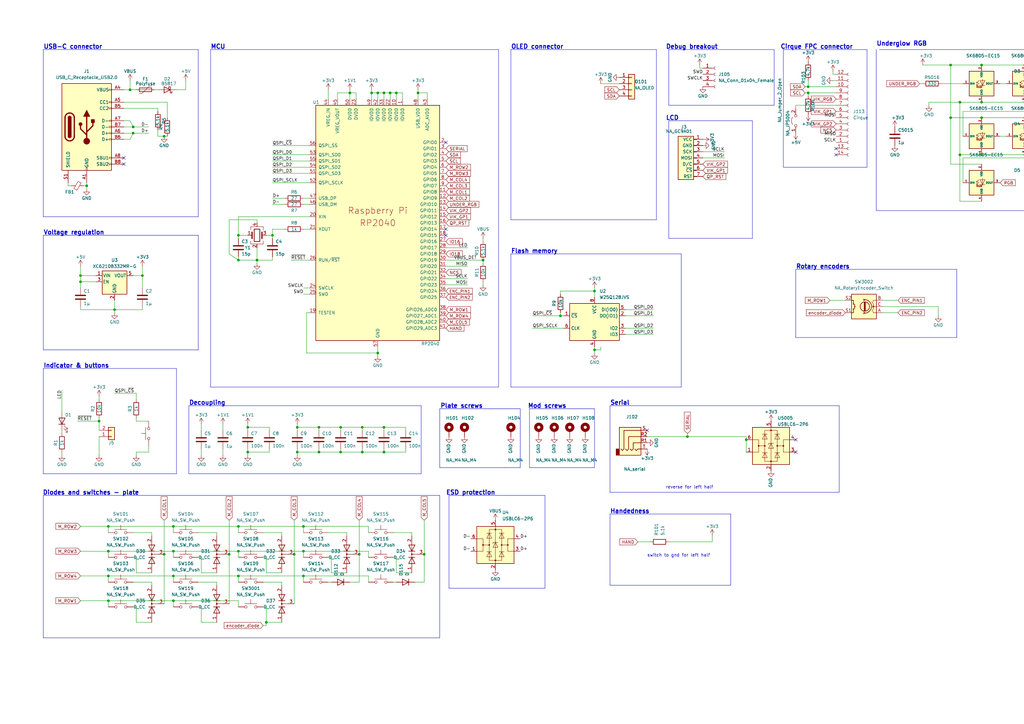
<source format=kicad_sch>
(kicad_sch (version 20250114) (generator "eeschema") (generator_version "9.0")
  (paper "A3")
  (title_block (title "Dilemma") (date "2022-07-12") (rev "1") (company "plut0nium x bastardkb x freznel") (comment 1 "Licensed under CERN-OHL-W v2"))
  (text "USB-C connector" (at 15.24 316.23 0) (effects (font (size 1.778 1.778) (thickness 0.3556) (bold yes)) (justify left bottom)))
  (text "Debug breakout" (at 273.05 20.32 0) (effects (font (size 1.778 1.778) (thickness 0.3556) (bold yes)) (justify left bottom)))
  (text "ESD protection" (at 182.88 203.2 0) (effects (font (size 1.778 1.778) (thickness 0.3556) (bold yes)) (justify left bottom)))
  (text "Decoupling" (at 77.47 166.37 0) (effects (font (size 1.778 1.778) (thickness 0.3556) (bold yes)) (justify left bottom)))
  (text "switch to gnd for left half" (at 262.89 524.51 0) (effects (font (size 1.27 1.27)) (justify left bottom)))
  (text "USB-C connector" (at 17.78 20.32 0) (effects (font (size 1.778 1.778) (thickness 0.3556) (bold yes)) (justify left bottom)))
  (text "Rotary encoders" (at 326.39 110.49 0) (effects (font (size 1.778 1.778) (thickness 0.3556) (bold yes)) (justify left bottom)))
  (text "RST button" (at 466.09 397.51 0) (effects (font (size 1.778 1.778) (thickness 0.3556) (bold yes)) (justify left bottom)))
  (text "Per key RGB" (at 577.85 19.05 0) (effects (font (size 1.778 1.778) (thickness 0.3556) (bold yes)) (justify left bottom)))
  (text "Diodes and switches - plate" (at 57.15 203.2 0) (effects (font (size 1.778 1.778) (thickness 0.3556) (bold yes)) (justify right bottom)))
  (text "LCD" (at 273.05 49.53 0) (effects (font (size 1.778 1.778) (thickness 0.3556) (bold yes)) (justify left bottom)))
  (text "Underglow RGB" (at 356.87 313.69 0) (effects (font (size 1.778 1.778) (thickness 0.3556) (bold yes)) (justify left bottom)))
  (text "Cirque FPC connector" (at 320.04 20.32 0) (effects (font (size 1.778 1.778) (thickness 0.3556) (bold yes)) (justify left bottom)))
  (text "Rotary encoders" (at 323.85 405.13 0) (effects (font (size 1.778 1.778) (thickness 0.3556) (bold yes)) (justify left bottom)))
  (text "Mod screws" (at 232.41 167.64 0) (effects (font (size 1.778 1.778) (thickness 0.3556) (bold yes)) (justify right bottom)))
  (text "Plate screws" (at 195.58 462.28 0) (effects (font (size 1.778 1.778) (thickness 0.3556) (bold yes)) (justify right bottom)))
  (text "Indicator & buttons" (at 17.78 151.13 0) (effects (font (size 1.778 1.778) (thickness 0.3556) (bold yes)) (justify left bottom)))
  (text "MCU" (at 83.82 316.23 0) (effects (font (size 1.778 1.778) (thickness 0.3556) (bold yes)) (justify left bottom)))
  (text "Mouse bites" (at 431.8 166.37 0) (effects (font (size 1.778 1.778) (thickness 0.3556) (bold yes)) (justify left bottom)))
  (text "Indicator & buttons" (at 15.24 447.04 0) (effects (font (size 1.778 1.778) (thickness 0.3556) (bold yes)) (justify left bottom)))
  (text "Voltage regulation" (at 17.78 96.52 0) (effects (font (size 1.778 1.778) (thickness 0.3556) (bold yes)) (justify left bottom)))
  (text "switch to gnd for left half" (at 265.43 228.6 0) (effects (font (size 1.27 1.27)) (justify left bottom)))
  (text "Handedness" (at 250.19 210.82 0) (effects (font (size 1.778 1.778) (thickness 0.3556) (bold yes)) (justify left bottom)))
  (text "Breakout" (at 424.18 104.14 0) (effects (font (size 1.778 1.778) (thickness 0.3556) (bold yes)) (justify left bottom)))
  (text "Handedness" (at 247.65 505.46 0) (effects (font (size 1.778 1.778) (thickness 0.3556) (bold yes)) (justify left bottom)))
  (text "Serial" (at 250.19 166.37 0) (effects (font (size 1.778 1.778) (thickness 0.3556) (bold yes)) (justify left bottom)))
  (text "Flash memory" (at 207.01 400.05 0) (effects (font (size 1.778 1.778) (thickness 0.3556) (bold yes)) (justify left bottom)))
  (text "Breakout" (at 421.64 398.78 0) (effects (font (size 1.778 1.778) (thickness 0.3556) (bold yes)) (justify left bottom)))
  (text "Per key RGB" (at 571.5 314.96 0) (effects (font (size 1.778 1.778) (thickness 0.3556) (bold yes)) (justify left bottom)))
  (text "Serial" (at 247.65 461.01 0) (effects (font (size 1.778 1.778) (thickness 0.3556) (bold yes)) (justify left bottom)))
  (text "Decoupling" (at 74.93 462.28 0) (effects (font (size 1.778 1.778) (thickness 0.3556) (bold yes)) (justify left bottom)))
  (text "Plate screws" (at 198.12 167.64 0) (effects (font (size 1.778 1.778) (thickness 0.3556) (bold yes)) (justify right bottom)))
  (text "ESD protection" (at 180.34 497.84 0) (effects (font (size 1.778 1.778) (thickness 0.3556) (bold yes)) (justify left bottom)))
  (text "Underglow RGB" (at 359.41 19.05 0) (effects (font (size 1.778 1.778) (thickness 0.3556) (bold yes)) (justify left bottom)))
  (text "LCD" (at 270.51 344.17 0) (effects (font (size 1.778 1.778) (thickness 0.3556) (bold yes)) (justify left bottom)))
  (text "OLED connector" (at 207.01 314.96 0) (effects (font (size 1.778 1.778) (thickness 0.3556) (bold yes)) (justify left bottom)))
  (text "OLED connector" (at 209.55 20.32 0) (effects (font (size 1.778 1.778) (thickness 0.3556) (bold yes)) (justify left bottom)))
  (text "Cirque FPC connector" (at 317.5 314.96 0) (effects (font (size 1.778 1.778) (thickness 0.3556) (bold yes)) (justify left bottom)))
  (text "MCU" (at 86.36 20.32 0) (effects (font (size 1.778 1.778) (thickness 0.3556) (bold yes)) (justify left bottom)))
  (text "Mod screws" (at 229.87 462.28 0) (effects (font (size 1.778 1.778) (thickness 0.3556) (bold yes)) (justify right bottom)))
  (text "reverse for left half" (at 273.05 200.66 0) (effects (font (size 1.27 1.27)) (justify left bottom)))
  (text "Debug breakout" (at 270.51 316.23 0) (effects (font (size 1.778 1.778) (thickness 0.3556) (bold yes)) (justify left bottom)))
  (text "Voltage regulation" (at 15.24 392.43 0) (effects (font (size 1.778 1.778) (thickness 0.3556) (bold yes)) (justify left bottom)))
  (text "Flash memory" (at 209.55 104.14 0) (effects (font (size 1.778 1.778) (thickness 0.3556) (bold yes)) (justify left bottom)))
  (text "RST button" (at 467.36 102.87 0) (effects (font (size 1.778 1.778) (thickness 0.3556) (bold yes)) (justify left bottom)))
  (text "Diodes and switches - plate" (at 54.61 499.11 0) (effects (font (size 1.778 1.778) (thickness 0.3556) (bold yes)) (justify right bottom)))
  (junction (at 709.93 43.18))
  (junction (at 420.37 48.26))
  (junction (at 473.71 41.91))
  (junction (at 453.39 337.82))
  (junction (at 608.33 27.94))
  (junction (at 420.37 41.91))
  (junction (at 748.03 64.77))
  (junction (at 601.98 345.44))
  (junction (at 331.47 38.1))
  (junction (at 455.93 344.17))
  (junction (at 120.65 227.33))
  (junction (at 53.34 36.83))
  (junction (at 605.79 339.09))
  (junction (at 68.58 542.29))
  (junction (at 400.05 337.82))
  (junction (at 124.46 236.22))
  (junction (at 52.07 347.98))
  (junction (at 140.97 334.01))
  (junction (at 391.16 359.41))
  (junction (at 632.46 339.09))
  (junction (at 55.88 408.94))
  (junction (at 685.8 339.09))
  (junction (at 71.12 226.06))
  (junction (at 46.99 127))
  (junction (at 105.41 106.68))
  (junction (at 674.37 43.18))
  (junction (at 688.34 360.68))
  (junction (at 154.94 38.1))
  (junction (at 50.8 332.74))
  (junction (at 741.68 345.44))
  (junction (at 688.34 345.44))
  (junction (at 632.46 360.68))
  (junction (at 44.45 236.22))
  (junction (at 727.71 27.94))
  (junction (at 656.59 64.77))
  (junction (at 400.05 344.17))
  (junction (at 668.02 339.09))
  (junction (at 650.24 323.85))
  (junction (at 723.9 345.44))
  (junction (at 402.59 63.5))
  (junction (at 160.02 334.01))
  (junction (at 458.47 48.26))
  (junction (at 30.48 408.94))
  (junction (at 162.56 38.1))
  (junction (at 420.37 26.67))
  (junction (at 106.68 551.18))
  (junction (at 488.95 322.58))
  (junction (at 63.5 350.52))
  (junction (at 147.32 227.33))
  (junction (at 694.69 49.53))
  (junction (at 154.94 334.01))
  (junction (at 137.16 481.33))
  (junction (at 741.68 360.68))
  (junction (at 632.46 323.85))
  (junction (at 670.56 360.68))
  (junction (at 676.91 64.77))
  (junction (at 730.25 49.53))
  (junction (at 128.27 481.33))
  (junction (at 393.7 41.91))
  (junction (at 438.15 41.91))
  (junction (at 68.58 521.97))
  (junction (at 605.79 360.68))
  (junction (at 387.35 322.58))
  (junction (at 111.76 96.52))
  (junction (at 391.16 337.82))
  (junction (at 435.61 322.58))
  (junction (at 280.67 474.98))
  (junction (at 435.61 344.17))
  (junction (at 44.45 246.38))
  (junction (at 527.05 344.17))
  (junction (at 509.27 41.91))
  (junction (at 157.48 185.42))
  (junction (at 417.83 337.82))
  (junction (at 506.73 322.58))
  (junction (at 101.6 185.42))
  (junction (at 694.69 64.77))
  (junction (at 41.91 532.13))
  (junction (at 44.45 226.06))
  (junction (at 52.07 350.52))
  (junction (at 328.93 331.47))
  (junction (at 712.47 64.77))
  (junction (at 281.94 179.07))
  (junction (at 632.46 345.44))
  (junction (at 621.03 49.53))
  (junction (at 306.07 180.34))
  (junction (at 473.71 344.17))
  (junction (at 612.14 43.18))
  (junction (at 331.47 35.56))
  (junction (at 621.03 43.18))
  (junction (at 389.89 48.26))
  (junction (at 417.83 359.41))
  (junction (at 54.61 52.07))
  (junction (at 509.27 26.67))
  (junction (at 703.58 339.09))
  (junction (at 137.16 471.17))
  (junction (at 455.93 359.41))
  (junction (at 157.48 38.1))
  (junction (at 638.81 27.94))
  (junction (at 95.25 511.81))
  (junction (at 455.93 26.67))
  (junction (at 511.81 63.5))
  (junction (at 38.1 468.63))
  (junction (at 601.98 323.85))
  (junction (at 68.58 511.81))
  (junction (at 692.15 27.94))
  (junction (at 417.83 344.17))
  (junction (at 97.79 96.52))
  (junction (at 157.48 175.26))
  (junction (at 692.15 43.18))
  (junction (at 676.91 49.53))
  (junction (at 488.95 337.82))
  (junction (at 529.59 63.5))
  (junction (at 101.6 175.26))
  (junction (at 44.45 422.91))
  (junction (at 612.14 64.77))
  (junction (at 709.93 27.94))
  (junction (at 668.02 323.85))
  (junction (at 509.27 359.41))
  (junction (at 670.56 345.44))
  (junction (at 121.92 185.42))
  (junction (at 97.79 226.06))
  (junction (at 241.3 415.29))
  (junction (at 455.93 41.91))
  (junction (at 148.59 185.42))
  (junction (at 227.33 425.45))
  (junction (at 119.38 481.33))
  (junction (at 420.37 63.5))
  (junction (at 109.22 255.27))
  (junction (at 154.94 481.33))
  (junction (at 527.05 359.41))
  (junction (at 491.49 344.17))
  (junction (at 99.06 481.33))
  (junction (at 476.25 63.5))
  (junction (at 130.81 175.26))
  (junction (at 674.37 27.94))
  (junction (at 148.59 175.26))
  (junction (at 152.4 38.1))
  (junction (at 656.59 43.18))
  (junction (at 458.47 63.5))
  (junction (at 712.47 49.53))
  (junction (at 473.71 359.41))
  (junction (at 438.15 26.67))
  (junction (at 387.35 344.17))
  (junction (at 494.03 63.5))
  (junction (at 160.02 38.1))
  (junction (at 30.48 411.48))
  (junction (at 67.31 227.33))
  (junction (at 706.12 360.68))
  (junction (at 91.44 523.24))
  (junction (at 95.25 392.43))
  (junction (at 95.25 532.13))
  (junction (at 511.81 48.26))
  (junction (at 71.12 236.22))
  (junction (at 328.93 334.01))
  (junction (at 40.64 172.72))
  (junction (at 154.94 471.17))
  (junction (at 614.68 323.85))
  (junction (at 706.12 345.44))
  (junction (at 614.68 345.44))
  (junction (at 109.22 392.43))
  (junction (at 638.81 49.53))
  (junction (at 97.79 215.9))
  (junction (at 473.71 26.67))
  (junction (at 144.78 523.24))
  (junction (at 33.02 113.03))
  (junction (at 621.03 64.77))
  (junction (at 64.77 523.24))
  (junction (at 146.05 481.33))
  (junction (at 171.45 38.1))
  (junction (at 124.46 226.06))
  (junction (at 650.24 345.44))
  (junction (at 121.92 532.13))
  (junction (at 139.7 185.42))
  (junction (at 97.79 236.22))
  (junction (at 154.94 144.78))
  (junction (at 703.58 323.85))
  (junction (at 476.25 48.26))
  (junction (at 638.81 43.18))
  (junction (at 656.59 27.94))
  (junction (at 35.56 76.2))
  (junction (at 417.83 322.58))
  (junction (at 685.8 323.85))
  (junction (at 614.68 339.09))
  (junction (at 93.98 227.33))
  (junction (at 529.59 48.26))
  (junction (at 198.12 106.68))
  (junction (at 494.03 48.26))
  (junction (at 44.45 215.9))
  (junction (at 638.81 64.77))
  (junction (at 58.42 113.03))
  (junction (at 229.87 129.54))
  (junction (at 727.71 43.18))
  (junction (at 195.58 402.59))
  (junction (at 124.46 215.9))
  (junction (at 438.15 63.5))
  (junction (at 435.61 359.41))
  (junction (at 99.06 471.17))
  (junction (at 139.7 175.26))
  (junction (at 95.25 402.59))
  (junction (at 157.48 334.01))
  (junction (at 400.05 359.41))
  (junction (at 393.7 63.5))
  (junction (at 102.87 402.59))
  (junction (at 67.31 55.88))
  (junction (at 41.91 542.29))
  (junction (at 491.49 26.67))
  (junction (at 506.73 337.82))
  (junction (at 402.59 48.26))
  (junction (at 130.81 185.42))
  (junction (at 97.79 106.68))
  (junction (at 721.36 339.09))
  (junction (at 650.24 339.09))
  (junction (at 152.4 440.69))
  (junction (at 438.15 48.26))
  (junction (at 171.45 523.24))
  (junction (at 723.9 360.68))
  (junction (at 650.24 360.68))
  (junction (at 471.17 337.82))
  (junction (at 173.99 227.33))
  (junction (at 121.92 521.97))
  (junction (at 71.12 215.9))
  (junction (at 33.02 115.57))
  (junction (at 54.61 54.61))
  (junction (at 71.12 246.38))
  (junction (at 243.84 119.38))
  (junction (at 168.91 334.01))
  (junction (at 41.91 521.97))
  (junction (at 68.58 532.13))
  (junction (at 128.27 471.17))
  (junction (at 33.02 372.11))
  (junction (at 95.25 521.97))
  (junction (at 471.17 322.58))
  (junction (at 509.27 344.17))
  (junction (at 143.51 38.1))
  (junction (at 453.39 322.58))
  (junction (at 152.4 334.01))
  (junction (at 435.61 337.82))
  (junction (at 118.11 523.24))
  (junction (at 491.49 41.91))
  (junction (at 656.59 49.53))
  (junction (at 41.91 511.81))
  (junction (at 491.49 359.41))
  (junction (at 748.03 49.53))
  (junction (at 146.05 471.17))
  (junction (at 608.33 49.53))
  (junction (at 121.92 511.81))
  (junction (at 402.59 26.67))
  (junction (at 243.84 143.51))
  (junction (at 149.86 334.01))
  (junction (at 614.68 360.68))
  (junction (at 721.36 323.85))
  (junction (at 300.99 474.98))
  (junction (at 402.59 41.91))
  (junction (at 119.38 471.17))
  (junction (at 730.25 64.77))
  (junction (at 121.92 175.26))
  (junction (at 400.05 322.58))
  (junction (at 621.03 27.94))
  (junction (at 389.89 26.67))
  (no_connect (at 180.34 394.97))
  (no_connect (at 342.9 60.96))
  (no_connect (at 342.9 63.5))
  (no_connect (at 180.34 354.33))
  (no_connect (at 441.96 176.53))
  (no_connect (at 265.43 176.53))
  (no_connect (at 50.8 64.77))
  (no_connect (at 50.8 67.31))
  (no_connect (at 262.89 472.44))
  (no_connect (at 182.88 93.98))
  (no_connect (at 182.88 96.52))
  (no_connect (at 453.39 198.12))
  (no_connect (at 182.88 58.42))
  (no_connect (at 436.88 198.12))
  (no_connect (at 321.31 474.98))
  (no_connect (at 441.96 198.12))
  (no_connect (at 453.39 176.53))
  (no_connect (at 326.39 180.34))
  (no_connect (at 448.31 176.53))
  (no_connect (at 326.39 185.42))
  (no_connect (at 48.26 360.68))
  (no_connect (at 180.34 400.05))
  (no_connect (at 448.31 198.12))
  (no_connect (at 340.36 356.87))
  (no_connect (at 340.36 359.41))
  (no_connect (at 321.31 480.06))
  (no_connect (at 48.26 363.22))
  (no_connect (at 436.88 176.53))
  (wire (pts (xy 728.98 331.47) (xy 731.52 331.47)))
  (wire (pts (xy 171.45 38.1) (xy 171.45 40.64)))
  (wire (pts (xy 241.3 438.15) (xy 241.3 440.69)))
  (wire (pts (xy 746.76 331.47) (xy 746.76 342.9)))
  (wire (pts (xy 25.4 370.84) (xy 25.4 372.11)))
  (wire (pts (xy 162.56 234.95) (xy 168.91 234.95)))
  (wire (pts (xy 596.9 27.94) (xy 608.33 27.94)))
  (wire (pts (xy 68.58 534.67) (xy 68.58 532.13)))
  (wire (pts (xy 608.33 27.94) (xy 621.03 27.94)))
  (wire (pts (xy 488.95 322.58) (xy 506.73 322.58)))
  (wire (pts (xy 78.74 514.35) (xy 86.36 514.35)))
  (wire (pts (xy 712.47 49.53) (xy 730.25 49.53)))
  (polyline (pts (xy 276.86 454.66) (xy 276.86 400.05)))
  (wire (pts (xy 33.02 226.06) (xy 44.45 226.06)))
  (wire (pts (xy 33.02 115.57) (xy 33.02 118.11)))
  (wire (pts (xy 121.92 532.13) (xy 148.59 532.13)))
  (wire (pts (xy 173.99 213.36) (xy 173.99 227.33)))
  (wire (pts (xy 105.41 91.44) (xy 105.41 90.17)))
  (wire (pts (xy 656.59 64.77) (xy 676.91 64.77)))
  (wire (pts (xy 119.38 106.68) (xy 127 106.68)))
  (wire (pts (xy 58.42 109.22) (xy 58.42 113.03)))
  (wire (pts (xy 638.81 43.18) (xy 656.59 43.18)))
  (wire (pts (xy 97.79 228.6) (xy 97.79 226.06)))
  (wire (pts (xy 735.33 35.56) (xy 737.87 35.56)))
  (wire (pts (xy 171.45 523.24) (xy 171.45 534.67)))
  (wire (pts (xy 120.65 213.36) (xy 120.65 227.33)))
  (wire (pts (xy 455.93 26.67) (xy 473.71 26.67)))
  (polyline (pts (xy 314.96 316.23) (xy 314.96 337.82)))
  (wire (pts (xy 55.88 171.45) (xy 55.88 172.72)))
  (wire (pts (xy 69.85 332.74) (xy 73.66 332.74)))
  (wire (pts (xy 82.55 173.99) (xy 82.55 176.53)))
  (wire (pts (xy 599.44 44.45) (xy 599.44 43.18)))
  (wire (pts (xy 755.65 57.15) (xy 758.19 57.15)))
  (wire (pts (xy 387.35 322.58) (xy 400.05 322.58)))
  (wire (pts (xy 135.89 234.95) (xy 142.24 234.95)))
  (wire (pts (xy 54.61 228.6) (xy 55.88 228.6)))
  (wire (pts (xy 327.66 334.01) (xy 328.93 334.01)))
  (wire (pts (xy 267.97 134.62) (xy 256.54 134.62)))
  (wire (pts (xy 30.48 421.64) (xy 30.48 422.91)))
  (wire (pts (xy 227.33 424.18) (xy 227.33 425.45)))
  (wire (pts (xy 265.43 430.53) (xy 254 430.53)))
  (wire (pts (xy 420.37 48.26) (xy 402.59 48.26)))
  (wire (pts (xy 501.65 55.88) (xy 504.19 55.88)))
  (wire (pts (xy 109.22 377.19) (xy 114.3 377.19)))
  (wire (pts (xy 22.86 472.44) (xy 22.86 473.71)))
  (polyline (pts (xy 83.82 454.66) (xy 201.93 454.66)))
  (wire (pts (xy 435.61 359.41) (xy 455.93 359.41)))
  (wire (pts (xy 40.64 179.07) (xy 40.64 186.69)))
  (wire (pts (xy 158.75 534.67) (xy 160.02 534.67)))
  (wire (pts (xy 133.35 524.51) (xy 133.35 530.86)))
  (wire (pts (xy 101.6 175.26) (xy 110.49 175.26)))
  (wire (pts (xy 121.92 173.99) (xy 121.92 175.26)))
  (wire (pts (xy 80.01 480.06) (xy 80.01 482.6)))
  (wire (pts (xy 664.21 35.56) (xy 666.75 35.56)))
  (wire (pts (xy 657.86 353.06) (xy 662.94 353.06)))
  (wire (pts (xy 41.91 532.13) (xy 68.58 532.13)))
  (polyline (pts (xy 17.78 194.31) (xy 72.39 194.31)))
  (wire (pts (xy 590.55 323.85) (xy 601.98 323.85)))
  (wire (pts (xy 676.91 64.77) (xy 694.69 64.77)))
  (wire (pts (xy 327.66 331.47) (xy 328.93 331.47)))
  (polyline (pts (xy 269.24 20.32) (xy 269.24 90.17)))
  (wire (pts (xy 102.87 387.35) (xy 102.87 386.08)))
  (wire (pts (xy 445.77 55.88) (xy 450.85 55.88)))
  (wire (pts (xy 516.89 34.29) (xy 519.43 34.29)))
  (wire (pts (xy 730.25 49.53) (xy 748.03 49.53)))
  (wire (pts (xy 44.45 246.38) (xy 71.12 246.38)))
  (polyline (pts (xy 204.47 158.75) (xy 204.47 20.32)))
  (wire (pts (xy 53.34 544.83) (xy 53.34 551.18)))
  (wire (pts (xy 394.97 64.77) (xy 554.99 64.77)))
  (polyline (pts (xy 566.42 382.27) (xy 356.87 382.27)))
  (wire (pts (xy 170.18 238.76) (xy 173.99 238.76)))
  (polyline (pts (xy 274.32 20.32) (xy 317.5 20.32)))
  (wire (pts (xy 120.65 227.33) (xy 120.65 247.65)))
  (wire (pts (xy 50.8 54.61) (xy 54.61 54.61)))
  (wire (pts (xy 605.79 379.73) (xy 605.79 360.68)))
  (wire (pts (xy 668.02 323.85) (xy 685.8 323.85)))
  (wire (pts (xy 328.93 334.01) (xy 340.36 334.01)))
  (wire (pts (xy 106.68 552.45) (xy 106.68 551.18)))
  (polyline (pts (xy 207.01 191.77) (xy 180.34 191.77)))
  (wire (pts (xy 123.19 440.69) (xy 152.4 440.69)))
  (wire (pts (xy 628.65 35.56) (xy 631.19 35.56)))
  (wire (pts (xy 420.37 41.91) (xy 438.15 41.91)))
  (wire (pts (xy 91.44 173.99) (xy 91.44 176.53)))
  (wire (pts (xy 727.71 27.94) (xy 745.49 27.94)))
  (wire (pts (xy 162.56 336.55) (xy 162.56 334.01)))
  (wire (pts (xy 288.29 27.94) (xy 287.02 27.94)))
  (wire (pts (xy 605.79 360.68) (xy 614.68 360.68)))
  (wire (pts (xy 124.46 118.11) (xy 127 118.11)))
  (wire (pts (xy 107.95 248.92) (xy 109.22 248.92)))
  (wire (pts (xy 227.33 416.56) (xy 227.33 415.29)))
  (wire (pts (xy 246.38 34.29) (xy 254 34.29)))
  (wire (pts (xy 81.28 238.76) (xy 88.9 238.76)))
  (wire (pts (xy 632.46 323.85) (xy 650.24 323.85)))
  (polyline (pts (xy 314.96 337.82) (xy 271.78 337.82)))
  (wire (pts (xy 601.98 364.49) (xy 601.98 345.44)))
  (wire (pts (xy 81.28 228.6) (xy 82.55 228.6)))
  (wire (pts (xy 93.98 227.33) (xy 93.98 247.65)))
  (polyline (pts (xy 782.32 316.23) (xy 782.32 383.54)))
  (wire (pts (xy 106.68 524.51) (xy 106.68 530.86)))
  (wire (pts (xy 33.02 236.22) (xy 44.45 236.22)))
  (wire (pts (xy 674.37 43.18) (xy 692.15 43.18)))
  (wire (pts (xy 109.22 228.6) (xy 109.22 234.95)))
  (polyline (pts (xy 355.6 20.32) (xy 355.6 68.58)))
  (wire (pts (xy 699.77 35.56) (xy 702.31 35.56)))
  (wire (pts (xy 64.77 55.88) (xy 67.31 55.88)))
  (wire (pts (xy 88.9 238.76) (xy 88.9 240.03)))
  (wire (pts (xy 267.97 137.16) (xy 256.54 137.16)))
  (polyline (pts (xy 279.4 104.14) (xy 209.55 104.14)))
  (wire (pts (xy 111.76 66.04) (xy 127 66.04)))
  (wire (pts (xy 38.1 476.25) (xy 38.1 482.6)))
  (wire (pts (xy 182.88 101.6) (xy 191.77 101.6)))
  (polyline (pts (xy 271.78 316.23) (xy 271.78 337.82)))
  (wire (pts (xy 44.45 422.91) (xy 55.88 422.91)))
  (polyline (pts (xy 579.12 20.32) (xy 788.67 20.32)))
  (wire (pts (xy 435.61 344.17) (xy 455.93 344.17)))
  (wire (pts (xy 82.55 248.92) (xy 82.55 255.27)))
  (polyline (pts (xy 306.07 344.17) (xy 306.07 393.7)))
  (wire (pts (xy 709.93 27.94) (xy 727.71 27.94)))
  (polyline (pts (xy 180.34 167.64) (xy 207.01 167.64)))
  (wire (pts (xy 463.55 34.29) (xy 466.09 34.29)))
  (wire (pts (xy 88.9 469.9) (xy 88.9 472.44)))
  (polyline (pts (xy 389.89 433.07) (xy 323.85 433.07)))
  (wire (pts (xy 30.48 422.91) (xy 44.45 422.91)))
  (wire (pts (xy 614.68 339.09) (xy 632.46 339.09)))
  (wire (pts (xy 330.2 38.1) (xy 331.47 38.1)))
  (wire (pts (xy 337.82 419.1) (xy 344.17 419.1)))
  (wire (pts (xy 391.16 378.46) (xy 391.16 359.41)))
  (wire (pts (xy 152.4 334.01) (xy 154.94 334.01)))
  (wire (pts (xy 72.39 36.83) (xy 76.2 36.83)))
  (wire (pts (xy 50.8 332.74) (xy 53.34 332.74)))
  (wire (pts (xy 95.25 534.67) (xy 95.25 532.13)))
  (polyline (pts (xy 15.24 499.11) (xy 177.8 499.11)))
  (wire (pts (xy 374.65 330.2) (xy 377.19 330.2)))
  (wire (pts (xy 640.08 353.06) (xy 642.62 353.06)))
  (wire (pts (xy 121.92 185.42) (xy 130.81 185.42)))
  (polyline (pts (xy 223.52 203.2) (xy 223.52 241.3)))
  (polyline (pts (xy 782.32 383.54) (xy 572.77 383.54)))
  (wire (pts (xy 499.11 351.79) (xy 501.65 351.79)))
  (wire (pts (xy 30.48 521.97) (xy 41.91 521.97)))
  (wire (pts (xy 180.34 405.13) (xy 189.23 405.13)))
  (wire (pts (xy 400.05 363.22) (xy 387.35 363.22)))
  (wire (pts (xy 427.99 55.88) (xy 430.53 55.88)))
  (wire (pts (xy 443.23 351.79) (xy 448.31 351.79)))
  (wire (pts (xy 499.11 34.29) (xy 501.65 34.29)))
  (wire (pts (xy 723.9 360.68) (xy 741.68 360.68)))
  (wire (pts (xy 613.41 46.99) (xy 613.41 57.15)))
  (polyline (pts (xy 308.61 49.53) (xy 308.61 97.79)))
  (wire (pts (xy 95.25 384.81) (xy 124.46 384.81)))
  (wire (pts (xy 71.12 226.06) (xy 97.79 226.06)))
  (wire (pts (xy 532.13 330.2) (xy 532.13 341.63)))
  (wire (pts (xy 33.02 113.03) (xy 39.37 113.03)))
  (wire (pts (xy 64.77 53.34) (xy 64.77 55.88)))
  (wire (pts (xy 118.11 509.27) (xy 118.11 523.24)))
  (wire (pts (xy 101.6 175.26) (xy 101.6 176.53)))
  (wire (pts (xy 215.9 430.53) (xy 228.6 430.53)))
  (wire (pts (xy 173.99 227.33) (xy 173.99 238.76)))
  (wire (pts (xy 534.67 351.79) (xy 537.21 351.79)))
  (wire (pts (xy 243.84 118.11) (xy 243.84 119.38)))
  (wire (pts (xy 66.04 337.82) (xy 66.04 342.9)))
  (wire (pts (xy 712.47 64.77) (xy 730.25 64.77)))
  (wire (pts (xy 71.12 215.9) (xy 97.79 215.9)))
  (wire (pts (xy 109.22 96.52) (xy 111.76 96.52)))
  (wire (pts (xy 62.23 218.44) (xy 62.23 219.71)))
  (polyline (pts (xy 326.39 110.49) (xy 392.43 110.49)))
  (wire (pts (xy 685.8 323.85) (xy 703.58 323.85)))
  (wire (pts (xy 63.5 36.83) (xy 64.77 36.83)))
  (wire (pts (xy 105.41 106.68) (xy 105.41 107.95)))
  (wire (pts (xy 41.91 542.29) (xy 68.58 542.29)))
  (wire (pts (xy 721.36 323.85) (xy 739.14 323.85)))
  (wire (pts (xy 694.69 64.77) (xy 712.47 64.77)))
  (wire (pts (xy 162.56 38.1) (xy 165.1 38.1)))
  (polyline (pts (xy 15.24 439.42) (xy 15.24 392.43)))
  (wire (pts (xy 52.07 544.83) (xy 53.34 544.83)))
  (wire (pts (xy 455.93 41.91) (xy 473.71 41.91)))
  (wire (pts (xy 384.81 330.2) (xy 392.43 330.2)))
  (wire (pts (xy 713.74 353.06) (xy 716.28 353.06)))
  (wire (pts (xy 339.09 326.39) (xy 339.09 325.12)))
  (wire (pts (xy 99.06 471.17) (xy 99.06 472.44)))
  (wire (pts (xy 152.4 440.69) (xy 152.4 441.96)))
  (wire (pts (xy 121.92 175.26) (xy 130.81 175.26)))
  (wire (pts (xy 157.48 334.01) (xy 157.48 336.55)))
  (wire (pts (xy 151.13 238.76) (xy 151.13 236.22)))
  (wire (pts (xy 453.39 322.58) (xy 471.17 322.58)))
  (wire (pts (xy 106.68 392.43) (xy 109.22 392.43)))
  (wire (pts (xy 97.79 238.76) (xy 97.79 236.22)))
  (polyline (pts (xy 360.68 20.32) (xy 568.96 20.32)))
  (wire (pts (xy 106.68 551.18) (xy 113.03 551.18)))
  (wire (pts (xy 97.79 215.9) (xy 124.46 215.9)))
  (wire (pts (xy 547.37 63.5) (xy 529.59 63.5)))
  (wire (pts (xy 463.55 351.79) (xy 466.09 351.79)))
  (polyline (pts (xy 389.89 406.4) (xy 389.89 433.07)))
  (wire (pts (xy 97.79 96.52) (xy 97.79 88.9)))
  (wire (pts (xy 64.77 509.27) (xy 64.77 523.24)))
  (wire (pts (xy 50.8 345.44) (xy 52.07 347.98)))
  (wire (pts (xy 115.57 238.76) (xy 115.57 240.03)))
  (wire (pts (xy 146.05 481.33) (xy 154.94 481.33)))
  (wire (pts (xy 506.73 337.82) (xy 524.51 337.82)))
  (wire (pts (xy 22.86 481.33) (xy 22.86 482.6)))
  (wire (pts (xy 111.76 68.58) (xy 127 68.58)))
  (wire (pts (xy 80.01 530.86) (xy 86.36 530.86)))
  (wire (pts (xy 99.06 481.33) (xy 107.95 481.33)))
  (wire (pts (xy 280.67 474.98) (xy 300.99 474.98)))
  (wire (pts (xy 198.12 115.57) (xy 198.12 116.84)))
  (wire (pts (xy 621.03 83.82) (xy 612.14 83.82)))
  (wire (pts (xy 143.51 38.1) (xy 143.51 40.64)))
  (wire (pts (xy 130.81 184.15) (xy 130.81 185.42)))
  (wire (pts (xy 678.18 353.06) (xy 680.72 353.06)))
  (polyline (pts (xy 421.64 398.78) (xy 421.64 447.04)))
  (wire (pts (xy 420.37 26.67) (xy 438.15 26.67)))
  (polyline (pts (xy 424.18 104.14) (xy 455.93 104.14)))
  (polyline (pts (xy 326.39 110.49) (xy 326.39 138.43)))
  (wire (pts (xy 656.59 27.94) (xy 674.37 27.94)))
  (wire (pts (xy 52.07 408.94) (xy 55.88 408.94)))
  (wire (pts (xy 168.91 218.44) (xy 168.91 219.71)))
  (wire (pts (xy 54.61 52.07) (xy 50.8 52.07)))
  (wire (pts (xy 727.71 43.18) (xy 745.49 43.18)))
  (wire (pts (xy 438.15 48.26) (xy 420.37 48.26)))
  (polyline (pts (xy 243.84 191.77) (xy 217.17 191.77)))
  (polyline (pts (xy 81.28 88.9) (xy 17.78 88.9)))
  (wire (pts (xy 67.31 227.33) (xy 67.31 247.65)))
  (wire (pts (xy 80.01 544.83) (xy 80.01 551.18)))
  (wire (pts (xy 494.03 48.26) (xy 476.25 48.26)))
  (wire (pts (xy 621.03 64.77) (xy 638.81 64.77)))
  (wire (pts (xy 121.92 185.42) (xy 121.92 186.69)))
  (wire (pts (xy 86.36 534.67) (xy 86.36 535.94)))
  (wire (pts (xy 121.92 514.35) (xy 121.92 511.81)))
  (wire (pts (xy 267.97 127) (xy 256.54 127)))
  (wire (pts (xy 339.09 328.93) (xy 340.36 328.93)))
  (wire (pts (xy 55.88 255.27) (xy 62.23 255.27)))
  (wire (pts (xy 455.93 344.17) (xy 473.71 344.17)))
  (wire (pts (xy 33.02 127) (xy 46.99 127)))
  (wire (pts (xy 109.22 359.41) (xy 124.46 359.41)))
  (wire (pts (xy 281.94 177.8) (xy 281.94 179.07)))
  (polyline (pts (xy 271.78 316.23) (xy 314.96 316.23)))
  (wire (pts (xy 55.88 228.6) (xy 55.88 234.95)))
  (wire (pts (xy 125.73 128.27) (xy 127 128.27)))
  (wire (pts (xy 101.6 185.42) (xy 101.6 186.69)))
  (wire (pts (xy 105.41 544.83) (xy 106.68 544.83)))
  (wire (pts (xy 124.46 81.28) (xy 127 81.28)))
  (wire (pts (xy 529.59 48.26) (xy 511.81 48.26)))
  (wire (pts (xy 50.8 49.53) (xy 53.34 49.53)))
  (wire (pts (xy 109.22 379.73) (xy 114.3 379.73)))
  (wire (pts (xy 593.09 339.09) (xy 605.79 339.09)))
  (wire (pts (xy 140.97 334.01) (xy 140.97 336.55)))
  (wire (pts (xy 53.34 530.86) (xy 59.69 530.86)))
  (wire (pts (xy 93.98 90.17) (xy 93.98 104.14)))
  (wire (pts (xy 101.6 185.42) (xy 110.49 185.42)))
  (wire (pts (xy 139.7 185.42) (xy 148.59 185.42)))
  (polyline (pts (xy 463.55 210.82) (xy 431.8 210.82)))
  (polyline (pts (xy 217.17 167.64) (xy 243.84 167.64)))
  (wire (pts (xy 60.96 185.42) (xy 55.88 185.42)))
  (wire (pts (xy 613.41 66.04) (xy 773.43 66.04)))
  (wire (pts (xy 154.94 480.06) (xy 154.94 481.33)))
  (wire (pts (xy 102.87 402.59) (xy 102.87 403.86)))
  (wire (pts (xy 124.46 93.98) (xy 127 93.98)))
  (wire (pts (xy 445.77 34.29) (xy 448.31 34.29)))
  (wire (pts (xy 33.02 370.84) (xy 33.02 372.11)))
  (wire (pts (xy 30.48 511.81) (xy 41.91 511.81)))
  (polyline (pts (xy 241.3 462.28) (xy 241.3 487.68)))
  (wire (pts (xy 81.28 218.44) (xy 88.9 218.44)))
  (wire (pts (xy 195.58 392.43) (xy 195.58 393.7)))
  (wire (pts (xy 527.05 344.17) (xy 509.27 344.17)))
  (wire (pts (xy 41.91 524.51) (xy 41.91 521.97)))
  (wire (pts (xy 44.45 422.91) (xy 44.45 424.18)))
  (wire (pts (xy 676.91 49.53) (xy 694.69 49.53)))
  (wire (pts (xy 161.29 218.44) (xy 168.91 218.44)))
  (wire (pts (xy 53.34 49.53) (xy 54.61 52.07)))
  (wire (pts (xy 132.08 332.74) (xy 132.08 336.55)))
  (wire (pts (xy 544.83 344.17) (xy 527.05 344.17)))
  (wire (pts (xy 300.99 474.98) (xy 300.99 480.06)))
  (wire (pts (xy 638.81 64.77) (xy 656.59 64.77)))
  (wire (pts (xy 34.29 76.2) (xy 35.56 76.2)))
  (wire (pts (xy 154.94 334.01) (xy 157.48 334.01)))
  (wire (pts (xy 243.84 142.24) (xy 243.84 143.51)))
  (wire (pts (xy 622.3 353.06) (xy 624.84 353.06)))
  (wire (pts (xy 375.92 322.58) (xy 387.35 322.58)))
  (wire (pts (xy 163.83 480.06) (xy 163.83 481.33)))
  (wire (pts (xy 121.92 511.81) (xy 148.59 511.81)))
  (wire (pts (xy 458.47 48.26) (xy 476.25 48.26)))
  (wire (pts (xy 71.12 246.38) (xy 97.79 246.38)))
  (wire (pts (xy 391.16 337.82) (xy 400.05 337.82)))
  (wire (pts (xy 471.17 337.82) (xy 488.95 337.82)))
  (wire (pts (xy 614.68 345.44) (xy 632.46 345.44)))
  (wire (pts (xy 157.48 38.1) (xy 157.48 40.64)))
  (wire (pts (xy 52.07 514.35) (xy 59.69 514.35)))
  (wire (pts (xy 111.76 106.68) (xy 111.76 105.41)))
  (wire (pts (xy 359.41 424.18) (xy 365.76 424.18)))
  (wire (pts (xy 670.56 360.68) (xy 688.34 360.68)))
  (wire (pts (xy 378.46 339.09) (xy 378.46 337.82)))
  (wire (pts (xy 461.01 330.2) (xy 463.55 330.2)))
  (polyline (pts (xy 214.63 462.28) (xy 241.3 462.28)))
  (wire (pts (xy 50.8 36.83) (xy 53.34 36.83)))
  (wire (pts (xy 107.95 228.6) (xy 109.22 228.6)))
  (wire (pts (xy 30.48 408.94) (xy 30.48 411.48)))
  (wire (pts (xy 46.99 161.29) (xy 55.88 161.29)))
  (wire (pts (xy 91.44 523.24) (xy 91.44 543.56)))
  (wire (pts (xy 53.34 36.83) (xy 55.88 36.83)))
  (wire (pts (xy 48.26 340.36) (xy 62.23 340.36)))
  (polyline (pts (xy 431.8 166.37) (xy 463.55 166.37)))
  (wire (pts (xy 41.91 521.97) (xy 68.58 521.97)))
  (wire (pts (xy 58.42 125.73) (xy 58.42 127)))
  (wire (pts (xy 262.89 474.98) (xy 280.67 474.98)))
  (polyline (pts (xy 492.76 416.56) (xy 466.09 416.56)))
  (wire (pts (xy 102.87 386.08) (xy 91.44 386.08)))
  (wire (pts (xy 229.87 129.54) (xy 231.14 129.54)))
  (wire (pts (xy 135.89 336.55) (xy 135.89 334.01)))
  (wire (pts (xy 67.31 55.88) (xy 68.58 55.88)))
  (wire (pts (xy 68.58 542.29) (xy 68.58 544.83)))
  (polyline (pts (xy 207.01 316.23) (xy 266.7 316.23)))
  (wire (pts (xy 119.38 481.33) (xy 128.27 481.33)))
  (wire (pts (xy 326.39 43.18) (xy 326.39 44.45)))
  (wire (pts (xy 259.08 518.16) (xy 264.16 518.16)))
  (wire (pts (xy 737.87 57.15) (xy 740.41 57.15)))
  (wire (pts (xy 389.89 26.67) (xy 402.59 26.67)))
  (wire (pts (xy 105.41 106.68) (xy 111.76 106.68)))
  (wire (pts (xy 154.94 144.78) (xy 154.94 146.05)))
  (wire (pts (xy 331.47 33.02) (xy 331.47 35.56)))
  (wire (pts (xy 377.19 34.29) (xy 378.46 34.29)))
  (wire (pts (xy 128.27 481.33) (xy 137.16 481.33)))
  (wire (pts (xy 702.31 57.15) (xy 704.85 57.15)))
  (wire (pts (xy 692.15 43.18) (xy 709.93 43.18)))
  (wire (pts (xy 163.83 472.44) (xy 163.83 471.17)))
  (wire (pts (xy 60.96 182.88) (xy 60.96 185.42)))
  (wire (pts (xy 52.07 350.52) (xy 58.42 350.52)))
  (wire (pts (xy 59.69 514.35) (xy 59.69 515.62)))
  (wire (pts (xy 30.48 542.29) (xy 41.91 542.29)))
  (wire (pts (xy 95.25 511.81) (xy 121.92 511.81)))
  (polyline (pts (xy 299.72 210.82) (xy 299.72 240.03)))
  (wire (pts (xy 547.37 48.26) (xy 529.59 48.26)))
  (wire (pts (xy 50.8 353.06) (xy 48.26 353.06)))
  (wire (pts (xy 95.25 521.97) (xy 121.92 521.97)))
  (wire (pts (xy 306.07 180.34) (xy 306.07 185.42)))
  (wire (pts (xy 608.33 49.53) (xy 608.33 27.94)))
  (wire (pts (xy 135.89 334.01) (xy 140.97 334.01)))
  (wire (pts (xy 182.88 109.22) (xy 191.77 109.22)))
  (wire (pts (xy 152.4 36.83) (xy 152.4 38.1)))
  (wire (pts (xy 215.9 425.45) (xy 227.33 425.45)))
  (wire (pts (xy 146.05 40.64) (xy 146.05 38.1)))
  (wire (pts (xy 154.94 142.24) (xy 154.94 144.78)))
  (wire (pts (xy 88.9 480.06) (xy 88.9 482.6)))
  (polyline (pts (xy 17.78 203.2) (xy 17.78 261.62)))
  (wire (pts (xy 22.86 455.93) (xy 22.86 464.82)))
  (wire (pts (xy 40.64 171.45) (xy 40.64 172.72)))
  (wire (pts (xy 57.15 477.52) (xy 57.15 480.06)))
  (polyline (pts (xy 431.8 166.37) (xy 431.8 210.82)))
  (wire (pts (xy 30.48 411.48) (xy 36.83 411.48)))
  (wire (pts (xy 106.68 530.86) (xy 113.03 530.86)))
  (wire (pts (xy 52.07 524.51) (xy 53.34 524.51)))
  (wire (pts (xy 175.26 40.64) (xy 175.26 38.1)))
  (wire (pts (xy 71.12 236.22) (xy 97.79 236.22)))
  (wire (pts (xy 632.46 345.44) (xy 650.24 345.44)))
  (wire (pts (xy 509.27 26.67) (xy 527.05 26.67)))
  (wire (pts (xy 38.1 468.63) (xy 38.1 473.71)))
  (wire (pts (xy 306.07 179.07) (xy 306.07 180.34)))
  (wire (pts (xy 55.88 161.29) (xy 55.88 163.83)))
  (wire (pts (xy 384.81 125.73) (xy 384.81 129.54)))
  (wire (pts (xy 703.58 339.09) (xy 721.36 339.09)))
  (wire (pts (xy 198.12 106.68) (xy 198.12 107.95)))
  (polyline (pts (xy 455.93 104.14) (xy 455.93 148.59)))
  (wire (pts (xy 466.09 55.88) (xy 468.63 55.88)))
  (wire (pts (xy 378.46 26.67) (xy 389.89 26.67)))
  (wire (pts (xy 393.7 63.5) (xy 393.7 41.91)))
  (wire (pts (xy 139.7 184.15) (xy 139.7 185.42)))
  (wire (pts (xy 171.45 509.27) (xy 171.45 523.24)))
  (wire (pts (xy 157.48 185.42) (xy 166.37 185.42)))
  (wire (pts (xy 621.03 27.94) (xy 638.81 27.94)))
  (wire (pts (xy 151.13 218.44) (xy 151.13 215.9)))
  (wire (pts (xy 612.14 64.77) (xy 621.03 64.77)))
  (wire (pts (xy 27.94 76.2) (xy 29.21 76.2)))
  (wire (pts (xy 219.71 330.2) (xy 228.6 330.2)))
  (wire (pts (xy 650.24 323.85) (xy 668.02 323.85)))
  (polyline (pts (xy 355.6 68.58) (xy 321.31 68.58)))
  (polyline (pts (xy 455.93 148.59) (xy 424.18 148.59)))
  (wire (pts (xy 78.74 534.67) (xy 86.36 534.67)))
  (wire (pts (xy 107.95 218.44) (xy 115.57 218.44)))
  (wire (pts (xy 182.88 114.3) (xy 191.77 114.3)))
  (wire (pts (xy 628.65 76.2) (xy 638.81 76.2)))
  (wire (pts (xy 97.79 106.68) (xy 105.41 106.68)))
  (wire (pts (xy 387.35 322.58) (xy 387.35 344.17)))
  (wire (pts (xy 124.46 236.22) (xy 151.13 236.22)))
  (wire (pts (xy 166.37 176.53) (xy 166.37 175.26)))
  (wire (pts (xy 171.45 38.1) (xy 175.26 38.1)))
  (wire (pts (xy 243.84 143.51) (xy 246.38 143.51)))
  (wire (pts (xy 640.08 331.47) (xy 642.62 331.47)))
  (wire (pts (xy 125.73 128.27) (xy 125.73 144.78)))
  (wire (pts (xy 54.61 238.76) (xy 62.23 238.76)))
  (wire (pts (xy 139.7 175.26) (xy 148.59 175.26)))
  (wire (pts (xy 668.02 339.09) (xy 685.8 339.09)))
  (wire (pts (xy 417.83 337.82) (xy 435.61 337.82)))
  (wire (pts (xy 50.8 41.91) (xy 68.58 41.91)))
  (wire (pts (xy 44.45 238.76) (xy 44.45 236.22)))
  (wire (pts (xy 119.38 469.9) (xy 119.38 471.17)))
  (polyline (pts (xy 788.67 20.32) (xy 788.67 87.63)))
  (wire (pts (xy 58.42 113.03) (xy 58.42 118.11)))
  (wire (pts (xy 128.27 471.17) (xy 128.27 472.44)))
  (wire (pts (xy 361.95 125.73) (xy 384.81 125.73)))
  (wire (pts (xy 195.58 410.21) (xy 195.58 411.48)))
  (wire (pts (xy 147.32 227.33) (xy 147.32 238.76)))
  (wire (pts (xy 265.43 425.45) (xy 254 425.45)))
  (wire (pts (xy 265.43 433.07) (xy 254 433.07)))
  (wire (pts (xy 218.44 134.62) (xy 231.14 134.62)))
  (wire (pts (xy 149.86 332.74) (xy 149.86 334.01)))
  (wire (pts (xy 139.7 514.35) (xy 139.7 515.62)))
  (wire (pts (xy 402.59 67.31) (xy 389.89 67.31)))
  (wire (pts (xy 152.4 38.1) (xy 152.4 40.64)))
  (polyline (pts (xy 207.01 400.05) (xy 207.01 454.66)))
  (wire (pts (xy 105.41 90.17) (xy 93.98 90.17)))
  (wire (pts (xy 53.34 455.93) (xy 53.34 458.47)))
  (polyline (pts (xy 568.96 86.36) (xy 359.41 86.36)))
  (wire (pts (xy 534.67 34.29) (xy 534.67 45.72)))
  (wire (pts (xy 407.67 330.2) (xy 410.21 330.2)))
  (wire (pts (xy 650.24 339.09) (xy 668.02 339.09)))
  (wire (pts (xy 124.46 226.06) (xy 151.13 226.06)))
  (wire (pts (xy 394.97 64.77) (xy 394.97 74.93)))
  (wire (pts (xy 64.77 44.45) (xy 64.77 45.72)))
  (wire (pts (xy 30.48 405.13) (xy 30.48 408.94)))
  (polyline (pts (xy 209.55 104.14) (xy 209.55 158.75)))
  (polyline (pts (xy 74.93 490.22) (xy 170.18 490.22)))
  (wire (pts (xy 48.26 332.74) (xy 50.8 332.74)))
  (wire (pts (xy 730.25 64.77) (xy 748.03 64.77)))
  (wire (pts (xy 133.35 530.86) (xy 139.7 530.86)))
  (polyline (pts (xy 266.7 316.23) (xy 266.7 384.81)))
  (wire (pts (xy 52.07 347.98) (xy 58.42 347.98)))
  (polyline (pts (xy 466.09 398.78) (xy 492.76 398.78)))
  (wire (pts (xy 675.64 331.47) (xy 678.18 331.47)))
  (wire (pts (xy 95.25 392.43) (xy 99.06 392.43)))
  (wire (pts (xy 64.77 523.24) (xy 64.77 543.56)))
  (wire (pts (xy 68.58 542.29) (xy 95.25 542.29)))
  (wire (pts (xy 509.27 344.17) (xy 491.49 344.17)))
  (polyline (pts (xy 274.32 20.32) (xy 274.32 43.18)))
  (polyline (pts (xy 359.41 20.32) (xy 359.41 86.36)))
  (wire (pts (xy 628.65 57.15) (xy 631.19 57.15)))
  (wire (pts (xy 331.47 35.56) (xy 342.9 35.56)))
  (wire (pts (xy 105.41 524.51) (xy 106.68 524.51)))
  (wire (pts (xy 748.03 49.53) (xy 765.81 49.53)))
  (wire (pts (xy 105.41 514.35) (xy 113.03 514.35)))
  (wire (pts (xy 342.9 43.18) (xy 326.39 43.18)))
  (wire (pts (xy 121.92 389.89) (xy 124.46 389.89)))
  (wire (pts (xy 109.22 361.95) (xy 124.46 361.95)))
  (polyline (pts (xy 220.98 535.94) (xy 181.61 535.94)))
  (wire (pts (xy 109.22 256.54) (xy 109.22 255.27)))
  (polyline (pts (xy 15.24 447.04) (xy 69.85 447.04)))
  (wire (pts (xy 148.59 175.26) (xy 157.48 175.26)))
  (wire (pts (xy 118.11 523.24) (xy 118.11 543.56)))
  (wire (pts (xy 62.23 350.52) (xy 63.5 350.52)))
  (wire (pts (xy 82.55 255.27) (xy 88.9 255.27)))
  (wire (pts (xy 154.94 481.33) (xy 163.83 481.33)))
  (wire (pts (xy 110.49 184.15) (xy 110.49 185.42)))
  (wire (pts (xy 731.52 353.06) (xy 734.06 353.06)))
  (polyline (pts (xy 566.42 314.96) (xy 566.42 382.27)))
  (wire (pts (xy 400.05 378.46) (xy 391.16 378.46)))
  (wire (pts (xy 41.91 511.81) (xy 68.58 511.81)))
  (wire (pts (xy 706.12 360.68) (xy 723.9 360.68)))
  (wire (pts (xy 711.2 331.47) (xy 713.74 331.47)))
  (wire (pts (xy 491.49 41.91) (xy 509.27 41.91)))
  (wire (pts (xy 148.59 534.67) (xy 148.59 532.13)))
  (polyline (pts (xy 467.36 104.14) (xy 467.36 121.92)))
  (wire (pts (xy 109.22 402.59) (xy 109.22 401.32)))
  (wire (pts (xy 688.34 345.44) (xy 706.12 345.44)))
  (wire (pts (xy 54.61 218.44) (xy 62.23 218.44)))
  (wire (pts (xy 95.25 524.51) (xy 95.25 521.97)))
  (wire (pts (xy 435.61 344.17) (xy 417.83 344.17)))
  (wire (pts (xy 681.99 35.56) (xy 684.53 35.56)))
  (wire (pts (xy 41.91 534.67) (xy 41.91 532.13)))
  (wire (pts (xy 25.4 372.11) (xy 26.67 372.11)))
  (polyline (pts (xy 17.78 151.13) (xy 17.78 194.31)))
  (wire (pts (xy 182.88 106.68) (xy 198.12 106.68)))
  (wire (pts (xy 706.12 345.44) (xy 723.9 345.44)))
  (wire (pts (xy 97.79 218.44) (xy 97.79 215.9)))
  (wire (pts (xy 243.84 119.38) (xy 243.84 121.92)))
  (wire (pts (xy 753.11 35.56) (xy 753.11 46.99)))
  (wire (pts (xy 381 43.18) (xy 381 41.91)))
  (wire (pts (xy 25.4 176.53) (xy 25.4 177.8)))
  (wire (pts (xy 292.1 222.25) (xy 292.1 219.71)))
  (wire (pts (xy 511.81 48.26) (xy 494.03 48.26)))
  (wire (pts (xy 607.06 361.95) (xy 767.08 361.95)))
  (wire (pts (xy 322.58 339.09) (xy 322.58 341.63)))
  (polyline (pts (xy 247.65 462.28) (xy 251.46 462.28)))
  (wire (pts (xy 478.79 330.2) (xy 481.33 330.2)))
  (polyline (pts (xy 421.64 398.78) (xy 453.39 398.78)))
  (polyline (pts (xy 453.39 398.78) (xy 453.39 447.04)))
  (wire (pts (xy 160.02 530.86) (xy 166.37 530.86)))
  (wire (pts (xy 111.76 96.52) (xy 111.76 97.79)))
  (wire (pts (xy 400.05 337.82) (xy 417.83 337.82)))
  (wire (pts (xy 107.95 472.44) (xy 107.95 471.17)))
  (polyline (pts (xy 180.34 203.2) (xy 180.34 261.62)))
  (wire (pts (xy 44.45 246.38) (xy 44.45 248.92)))
  (wire (pts (xy 161.29 228.6) (xy 162.56 228.6)))
  (wire (pts (xy 48.26 345.44) (xy 50.8 345.44)))
  (wire (pts (xy 481.33 34.29) (xy 483.87 34.29)))
  (polyline (pts (xy 243.84 167.64) (xy 243.84 191.77)))
  (wire (pts (xy 121.92 184.15) (xy 121.92 185.42)))
  (wire (pts (xy 723.9 345.44) (xy 741.68 345.44)))
  (wire (pts (xy 30.48 408.94) (xy 36.83 408.94)))
  (wire (pts (xy 534.67 45.72) (xy 394.97 45.72)))
  (wire (pts (xy 160.02 334.01) (xy 162.56 334.01)))
  (wire (pts (xy 621.03 68.58) (xy 608.33 68.58)))
  (wire (pts (xy 30.48 532.13) (xy 41.91 532.13)))
  (wire (pts (xy 614.68 323.85) (xy 632.46 323.85)))
  (wire (pts (xy 121.92 524.51) (xy 121.92 521.97)))
  (polyline (pts (xy 180.34 167.64) (xy 180.34 191.77)))
  (wire (pts (xy 137.16 480.06) (xy 137.16 481.33)))
  (polyline (pts (xy 317.5 43.18) (xy 274.32 43.18)))
  (wire (pts (xy 171.45 36.83) (xy 171.45 38.1)))
  (wire (pts (xy 78.74 524.51) (xy 80.01 524.51)))
  (wire (pts (xy 506.73 322.58) (xy 524.51 322.58)))
  (wire (pts (xy 154.94 471.17) (xy 154.94 472.44)))
  (wire (pts (xy 693.42 331.47) (xy 695.96 331.47)))
  (wire (pts (xy 97.79 97.79) (xy 97.79 96.52)))
  (polyline (pts (xy 207.01 167.64) (xy 213.36 167.64)))
  (wire (pts (xy 68.58 532.13) (xy 95.25 532.13)))
  (wire (pts (xy 392.43 341.63) (xy 392.43 351.79)))
  (wire (pts (xy 340.36 339.09) (xy 322.58 339.09)))
  (wire (pts (xy 402.59 63.5) (xy 393.7 63.5)))
  (wire (pts (xy 167.64 534.67) (xy 171.45 534.67)))
  (wire (pts (xy 134.62 228.6) (xy 135.89 228.6)))
  (wire (pts (xy 601.98 323.85) (xy 614.68 323.85)))
  (wire (pts (xy 25.4 185.42) (xy 25.4 186.69)))
  (wire (pts (xy 95.25 532.13) (xy 121.92 532.13)))
  (polyline (pts (xy 78.74 316.23) (xy 78.74 384.81)))
  (wire (pts (xy 82.55 228.6) (xy 82.55 234.95)))
  (polyline (pts (xy 17.78 20.32) (xy 81.28 20.32)))
  (wire (pts (xy 331.47 38.1) (xy 331.47 39.37)))
  (wire (pts (xy 748.03 64.77) (xy 765.81 64.77)))
  (wire (pts (xy 137.16 481.33) (xy 146.05 481.33)))
  (polyline (pts (xy 269.24 90.17) (xy 209.55 90.17)))
  (wire (pts (xy 44.45 236.22) (xy 71.12 236.22)))
  (wire (pts (xy 95.25 514.35) (xy 95.25 511.81)))
  (wire (pts (xy 589.28 331.47) (xy 607.06 331.47)))
  (wire (pts (xy 91.44 400.05) (xy 95.25 402.59)))
  (wire (pts (xy 218.44 129.54) (xy 229.87 129.54)))
  (wire (pts (xy 119.38 480.06) (xy 119.38 481.33)))
  (wire (pts (xy 612.14 83.82) (xy 612.14 64.77)))
  (wire (pts (xy 158.75 524.51) (xy 160.02 524.51)))
  (wire (pts (xy 400.05 322.58) (xy 417.83 322.58)))
  (wire (pts (xy 52.07 347.98) (xy 48.26 347.98)))
  (wire (pts (xy 130.81 185.42) (xy 139.7 185.42)))
  (wire (pts (xy 378.46 337.82) (xy 391.16 337.82)))
  (polyline (pts (xy 271.78 344.17) (xy 271.78 393.7)))
  (polyline (pts (xy 466.09 398.78) (xy 466.09 416.56)))
  (wire (pts (xy 361.95 123.19) (xy 368.3 123.19)))
  (wire (pts (xy 328.93 334.01) (xy 328.93 335.28)))
  (wire (pts (xy 44.45 218.44) (xy 44.45 215.9)))
  (polyline (pts (xy 204.47 462.28) (xy 210.82 462.28)))
  (wire (pts (xy 53.34 466.09) (xy 53.34 467.36)))
  (polyline (pts (xy 177.8 462.28) (xy 204.47 462.28)))
  (polyline (pts (xy 297.18 535.94) (xy 247.65 535.94)))
  (polyline (pts (xy 210.82 487.68) (xy 204.47 487.68)))
  (wire (pts (xy 82.55 184.15) (xy 82.55 186.69)))
  (wire (pts (xy 149.86 334.01) (xy 149.86 336.55)))
  (wire (pts (xy 71.12 238.76) (xy 71.12 236.22)))
  (wire (pts (xy 121.92 379.73) (xy 124.46 379.73)))
  (polyline (pts (xy 568.96 20.32) (xy 568.96 86.36)))
  (polyline (pts (xy 180.34 261.62) (xy 17.78 261.62)))
  (wire (pts (xy 71.12 228.6) (xy 71.12 226.06)))
  (wire (pts (xy 532.13 341.63) (xy 392.43 341.63)))
  (wire (pts (xy 438.15 48.26) (xy 458.47 48.26)))
  (polyline (pts (xy 318.77 314.96) (xy 318.77 364.49)))
  (wire (pts (xy 137.16 471.17) (xy 146.05 471.17)))
  (polyline (pts (xy 247.65 497.84) (xy 247.65 462.28)))
  (wire (pts (xy 621.03 43.18) (xy 638.81 43.18)))
  (wire (pts (xy 340.36 326.39) (xy 339.09 326.39)))
  (wire (pts (xy 109.22 234.95) (xy 115.57 234.95)))
  (wire (pts (xy 328.93 331.47) (xy 340.36 331.47)))
  (wire (pts (xy 53.34 480.06) (xy 53.34 481.33)))
  (polyline (pts (xy 181.61 499.11) (xy 181.61 535.94)))
  (wire (pts (xy 109.22 364.49) (xy 124.46 364.49)))
  (wire (pts (xy 417.83 322.58) (xy 435.61 322.58)))
  (wire (pts (xy 71.12 218.44) (xy 71.12 215.9)))
  (wire (pts (xy 674.37 27.94) (xy 692.15 27.94)))
  (wire (pts (xy 97.79 105.41) (xy 97.79 106.68)))
  (wire (pts (xy 688.34 360.68) (xy 706.12 360.68)))
  (polyline (pts (xy 69.85 490.22) (xy 69.85 447.04)))
  (wire (pts (xy 121.92 534.67) (xy 121.92 532.13)))
  (wire (pts (xy 420.37 63.5) (xy 402.59 63.5)))
  (wire (pts (xy 109.22 370.84) (xy 124.46 370.84)))
  (wire (pts (xy 130.81 175.26) (xy 130.81 176.53)))
  (polyline (pts (xy 201.93 316.23) (xy 83.82 316.23)))
  (wire (pts (xy 402.59 41.91) (xy 420.37 41.91)))
  (wire (pts (xy 458.47 63.5) (xy 476.25 63.5)))
  (wire (pts (xy 105.41 534.67) (xy 113.03 534.67)))
  (wire (pts (xy 148.59 524.51) (xy 148.59 521.97)))
  (wire (pts (xy 102.87 397.51) (xy 102.87 402.59)))
  (wire (pts (xy 172.72 336.55) (xy 172.72 334.01)))
  (wire (pts (xy 107.95 256.54) (xy 109.22 256.54)))
  (wire (pts (xy 33.02 372.11) (xy 33.02 373.38)))
  (wire (pts (xy 38.1 467.36) (xy 38.1 468.63)))
  (polyline (pts (xy 15.24 392.43) (xy 78.74 392.43)))
  (polyline (pts (xy 250.19 201.93) (xy 250.19 166.37)))
  (polyline (pts (xy 344.17 201.93) (xy 250.19 201.93)))
  (wire (pts (xy 154.94 334.01) (xy 154.94 336.55)))
  (polyline (pts (xy 74.93 462.28) (xy 170.18 462.28)))
  (wire (pts (xy 97.79 96.52) (xy 101.6 96.52)))
  (wire (pts (xy 111.76 71.12) (xy 127 71.12)))
  (polyline (pts (xy 788.67 87.63) (xy 579.12 87.63)))
  (wire (pts (xy 143.51 336.55) (xy 143.51 334.01)))
  (wire (pts (xy 91.44 184.15) (xy 91.44 186.69)))
  (polyline (pts (xy 204.47 487.68) (xy 177.8 487.68)))
  (wire (pts (xy 154.94 38.1) (xy 157.48 38.1)))
  (wire (pts (xy 135.89 228.6) (xy 135.89 234.95)))
  (wire (pts (xy 717.55 35.56) (xy 720.09 35.56)))
  (wire (pts (xy 180.34 397.51) (xy 189.23 397.51)))
  (polyline (pts (xy 220.98 499.11) (xy 220.98 535.94)))
  (wire (pts (xy 741.68 360.68) (xy 759.46 360.68)))
  (polyline (pts (xy 323.85 406.4) (xy 323.85 433.07)))
  (wire (pts (xy 53.34 551.18) (xy 59.69 551.18)))
  (wire (pts (xy 229.87 128.27) (xy 229.87 129.54)))
  (wire (pts (xy 148.59 184.15) (xy 148.59 185.42)))
  (polyline (pts (xy 344.17 166.37) (xy 344.17 201.93)))
  (wire (pts (xy 284.48 323.85) (xy 284.48 322.58)))
  (wire (pts (xy 102.87 402.59) (xy 109.22 402.59)))
  (wire (pts (xy 93.98 213.36) (xy 93.98 227.33)))
  (polyline (pts (xy 81.28 20.32) (xy 81.28 88.9)))
  (wire (pts (xy 99.06 481.33) (xy 99.06 482.6)))
  (wire (pts (xy 146.05 471.17) (xy 146.05 472.44)))
  (wire (pts (xy 160.02 38.1) (xy 160.02 40.64)))
  (wire (pts (xy 650.24 360.68) (xy 670.56 360.68)))
  (wire (pts (xy 488.95 337.82) (xy 506.73 337.82)))
  (wire (pts (xy 121.92 377.19) (xy 124.46 377.19)))
  (wire (pts (xy 152.4 438.15) (xy 152.4 440.69)))
  (wire (pts (xy 473.71 26.67) (xy 491.49 26.67)))
  (polyline (pts (xy 17.78 96.52) (xy 81.28 96.52)))
  (wire (pts (xy 50.8 328.93) (xy 50.8 332.74)))
  (wire (pts (xy 427.99 34.29) (xy 430.53 34.29)))
  (wire (pts (xy 134.62 238.76) (xy 135.89 238.76)))
  (wire (pts (xy 646.43 57.15) (xy 648.97 57.15)))
  (wire (pts (xy 330.2 35.56) (xy 331.47 35.56)))
  (wire (pts (xy 425.45 351.79) (xy 427.99 351.79)))
  (wire (pts (xy 435.61 337.82) (xy 453.39 337.82)))
  (wire (pts (xy 646.43 35.56) (xy 648.97 35.56)))
  (polyline (pts (xy 78.74 392.43) (xy 78.74 439.42)))
  (wire (pts (xy 33.02 125.73) (xy 33.02 127)))
  (wire (pts (xy 53.34 33.02) (xy 53.34 36.83)))
  (wire (pts (xy 166.37 514.35) (xy 166.37 515.62)))
  (wire (pts (xy 650.24 345.44) (xy 670.56 345.44)))
  (wire (pts (xy 35.56 76.2) (xy 35.56 77.47)))
  (polyline (pts (xy 213.36 191.77) (xy 207.01 191.77)))
  (polyline (pts (xy 356.87 314.96) (xy 356.87 382.27)))
  (wire (pts (xy 341.63 30.48) (xy 341.63 29.21)))
  (wire (pts (xy 44.45 419.1) (xy 44.45 422.91)))
  (wire (pts (xy 438.15 63.5) (xy 458.47 63.5)))
  (wire (pts (xy 99.06 480.06) (xy 99.06 481.33)))
  (polyline (pts (xy 177.8 557.53) (xy 15.24 557.53)))
  (wire (pts (xy 140.97 334.01) (xy 143.51 334.01)))
  (wire (pts (xy 438.15 63.5) (xy 420.37 63.5)))
  (wire (pts (xy 106.68 544.83) (xy 106.68 551.18)))
  (wire (pts (xy 605.79 360.68) (xy 605.79 339.09)))
  (wire (pts (xy 109.22 392.43) (xy 109.22 393.7)))
  (wire (pts (xy 33.02 215.9) (xy 44.45 215.9)))
  (wire (pts (xy 632.46 360.68) (xy 650.24 360.68)))
  (polyline (pts (xy 77.47 194.31) (xy 172.72 194.31)))
  (wire (pts (xy 632.46 339.09) (xy 650.24 339.09)))
  (wire (pts (xy 410.21 34.29) (xy 412.75 34.29)))
  (wire (pts (xy 227.33 415.29) (xy 241.3 415.29)))
  (wire (pts (xy 31.75 372.11) (xy 33.02 372.11)))
  (wire (pts (xy 124.46 228.6) (xy 124.46 226.06)))
  (wire (pts (xy 80.01 469.9) (xy 80.01 472.44)))
  (polyline (pts (xy 217.17 167.64) (xy 217.17 191.77)))
  (wire (pts (xy 27.94 74.93) (xy 27.94 76.2)))
  (wire (pts (xy 509.27 41.91) (xy 527.05 41.91)))
  (wire (pts (xy 274.32 222.25) (xy 292.1 222.25)))
  (wire (pts (xy 109.22 355.6) (xy 124.46 355.6)))
  (wire (pts (xy 119.38 481.33) (xy 119.38 482.6)))
  (wire (pts (xy 95.25 401.32) (xy 95.25 402.59)))
  (wire (pts (xy 30.48 411.48) (xy 30.48 414.02)))
  (wire (pts (xy 160.02 524.51) (xy 160.02 530.86)))
  (wire (pts (xy 38.1 458.47) (xy 38.1 459.74)))
  (wire (pts (xy 614.68 379.73) (xy 605.79 379.73)))
  (polyline (pts (xy 274.32 49.53) (xy 274.32 97.79)))
  (wire (pts (xy 121.92 414.02) (xy 124.46 414.02)))
  (wire (pts (xy 97.79 88.9) (xy 127 88.9)))
  (polyline (pts (xy 353.06 364.49) (xy 318.77 364.49)))
  (wire (pts (xy 328.93 328.93) (xy 328.93 331.47)))
  (polyline (pts (xy 276.86 400.05) (xy 207.01 400.05)))
  (polyline (pts (xy 181.61 499.11) (xy 220.98 499.11)))
  (polyline (pts (xy 78.74 439.42) (xy 15.24 439.42)))
  (wire (pts (xy 121.92 416.56) (xy 124.46 416.56)))
  (wire (pts (xy 494.03 63.5) (xy 476.25 63.5)))
  (polyline (pts (xy 15.24 490.22) (xy 69.85 490.22)))
  (wire (pts (xy 147.32 213.36) (xy 147.32 227.33)))
  (wire (pts (xy 537.21 55.88) (xy 539.75 55.88)))
  (wire (pts (xy 116.84 402.59) (xy 124.46 402.59)))
  (wire (pts (xy 182.88 116.84) (xy 191.77 116.84)))
  (wire (pts (xy 246.38 142.24) (xy 246.38 143.51)))
  (wire (pts (xy 76.2 33.02) (xy 76.2 36.83)))
  (polyline (pts (xy 214.63 462.28) (xy 214.63 487.68)))
  (wire (pts (xy 50.8 44.45) (xy 64.77 44.45)))
  (wire (pts (xy 392.43 360.68) (xy 392.43 370.84)))
  (wire (pts (xy 107.95 238.76) (xy 115.57 238.76)))
  (wire (pts (xy 111.76 83.82) (xy 116.84 83.82)))
  (wire (pts (xy 267.97 129.54) (xy 256.54 129.54)))
  (wire (pts (xy 227.33 425.45) (xy 228.6 425.45)))
  (wire (pts (xy 614.68 364.49) (xy 601.98 364.49)))
  (wire (pts (xy 148.59 185.42) (xy 157.48 185.42)))
  (wire (pts (xy 361.95 128.27) (xy 368.3 128.27)))
  (wire (pts (xy 152.4 334.01) (xy 152.4 336.55)))
  (wire (pts (xy 271.78 518.16) (xy 289.56 518.16)))
  (wire (pts (xy 91.44 509.27) (xy 91.44 523.24)))
  (wire (pts (xy 607.06 342.9) (xy 607.06 353.06)))
  (wire (pts (xy 281.94 179.07) (xy 306.07 179.07)))
  (wire (pts (xy 241.3 414.02) (xy 241.3 415.29)))
  (wire (pts (xy 612.14 43.18) (xy 621.03 43.18)))
  (wire (pts (xy 33.02 109.22) (xy 33.02 113.03)))
  (polyline (pts (xy 250.19 166.37) (xy 254 166.37)))
  (wire (pts (xy 95.25 392.43) (xy 95.25 384.81)))
  (wire (pts (xy 88.9 218.44) (xy 88.9 219.71)))
  (wire (pts (xy 33.02 246.38) (xy 44.45 246.38)))
  (wire (pts (xy 684.53 57.15) (xy 687.07 57.15)))
  (wire (pts (xy 229.87 119.38) (xy 243.84 119.38)))
  (wire (pts (xy 638.81 49.53) (xy 656.59 49.53)))
  (wire (pts (xy 52.07 534.67) (xy 59.69 534.67)))
  (wire (pts (xy 146.05 471.17) (xy 154.94 471.17)))
  (wire (pts (xy 387.35 363.22) (xy 387.35 344.17)))
  (wire (pts (xy 138.43 38.1) (xy 143.51 38.1)))
  (wire (pts (xy 168.91 334.01) (xy 172.72 334.01)))
  (polyline (pts (xy 15.24 384.81) (xy 15.24 316.23)))
  (wire (pts (xy 685.8 339.09) (xy 703.58 339.09)))
  (wire (pts (xy 265.43 422.91) (xy 254 422.91)))
  (wire (pts (xy 55.88 405.13) (xy 55.88 408.94)))
  (wire (pts (xy 132.08 514.35) (xy 139.7 514.35)))
  (wire (pts (xy 154.94 471.17) (xy 163.83 471.17)))
  (wire (pts (xy 33.02 113.03) (xy 33.02 115.57)))
  (polyline (pts (xy 223.52 241.3) (xy 184.15 241.3)))
  (wire (pts (xy 48.26 350.52) (xy 52.07 350.52)))
  (wire (pts (xy 664.21 57.15) (xy 669.29 57.15)))
  (wire (pts (xy 111.76 63.5) (xy 127 63.5)))
  (wire (pts (xy 514.35 330.2) (xy 516.89 330.2)))
  (wire (pts (xy 491.49 359.41) (xy 473.71 359.41)))
  (wire (pts (xy 599.44 43.18) (xy 612.14 43.18)))
  (polyline (pts (xy 247.65 505.46) (xy 297.18 505.46)))
  (wire (pts (xy 511.81 63.5) (xy 494.03 63.5)))
  (wire (pts (xy 55.88 185.42) (xy 55.88 186.69)))
  (wire (pts (xy 753.11 46.99) (xy 613.41 46.99)))
  (wire (pts (xy 148.59 175.26) (xy 148.59 176.53)))
  (wire (pts (xy 109.22 255.27) (xy 115.57 255.27)))
  (polyline (pts (xy 177.8 462.28) (xy 177.8 487.68)))
  (wire (pts (xy 612.14 64.77) (xy 612.14 43.18)))
  (polyline (pts (xy 172.72 194.31) (xy 172.72 166.37)))
  (wire (pts (xy 114.3 389.89) (xy 109.22 389.89)))
  (polyline (pts (xy 81.28 143.51) (xy 17.78 143.51)))
  (wire (pts (xy 116.84 93.98) (xy 111.76 93.98)))
  (polyline (pts (xy 266.7 384.81) (xy 207.01 384.81)))
  (wire (pts (xy 143.51 36.83) (xy 143.51 38.1)))
  (wire (pts (xy 80.01 524.51) (xy 80.01 530.86)))
  (polyline (pts (xy 17.78 88.9) (xy 17.78 20.32)))
  (wire (pts (xy 622.3 372.11) (xy 632.46 372.11)))
  (wire (pts (xy 455.93 359.41) (xy 473.71 359.41)))
  (wire (pts (xy 48.26 337.82) (xy 66.04 337.82)))
  (wire (pts (xy 554.99 55.88) (xy 554.99 64.77)))
  (polyline (pts (xy 17.78 203.2) (xy 180.34 203.2)))
  (polyline (pts (xy 353.06 314.96) (xy 353.06 364.49)))
  (wire (pts (xy 91.44 386.08) (xy 91.44 400.05)))
  (wire (pts (xy 509.27 359.41) (xy 491.49 359.41)))
  (wire (pts (xy 180.34 412.75) (xy 189.23 412.75)))
  (wire (pts (xy 552.45 351.79) (xy 552.45 360.68)))
  (wire (pts (xy 111.76 59.69) (xy 127 59.69)))
  (wire (pts (xy 443.23 330.2) (xy 445.77 330.2)))
  (wire (pts (xy 97.79 226.06) (xy 124.46 226.06)))
  (wire (pts (xy 161.29 238.76) (xy 162.56 238.76)))
  (wire (pts (xy 241.3 415.29) (xy 241.3 417.83)))
  (wire (pts (xy 143.51 238.76) (xy 147.32 238.76)))
  (wire (pts (xy 165.1 40.64) (xy 165.1 38.1)))
  (polyline (pts (xy 318.77 314.96) (xy 353.06 314.96)))
  (polyline (pts (xy 177.8 499.11) (xy 177.8 557.53)))
  (wire (pts (xy 44.45 455.93) (xy 53.34 455.93)))
  (wire (pts (xy 285.75 323.85) (xy 284.48 323.85)))
  (polyline (pts (xy 207.01 316.23) (xy 207.01 384.81)))
  (wire (pts (xy 741.68 345.44) (xy 759.46 345.44)))
  (polyline (pts (xy 209.55 158.75) (xy 279.4 158.75)))
  (polyline (pts (xy 77.47 166.37) (xy 172.72 166.37)))
  (polyline (pts (xy 321.31 20.32) (xy 355.6 20.32)))
  (polyline (pts (xy 323.85 406.4) (xy 389.89 406.4)))
  (wire (pts (xy 25.4 160.02) (xy 25.4 168.91)))
  (polyline (pts (xy 299.72 240.03) (xy 250.19 240.03)))
  (polyline (pts (xy 74.93 462.28) (xy 74.93 490.22)))
  (wire (pts (xy 638.81 27.94) (xy 656.59 27.94)))
  (wire (pts (xy 157.48 38.1) (xy 160.02 38.1)))
  (wire (pts (xy 400.05 344.17) (xy 387.35 344.17)))
  (polyline (pts (xy 15.24 447.04) (xy 15.24 490.22)))
  (polyline (pts (xy 572.77 316.23) (xy 782.32 316.23)))
  (wire (pts (xy 111.76 93.98) (xy 111.76 96.52)))
  (wire (pts (xy 481.33 351.79) (xy 483.87 351.79)))
  (wire (pts (xy 180.34 402.59) (xy 195.58 402.59)))
  (wire (pts (xy 386.08 34.29) (xy 394.97 34.29)))
  (wire (pts (xy 46.99 123.19) (xy 46.99 127)))
  (wire (pts (xy 285.75 358.14) (xy 294.64 358.14)))
  (polyline (pts (xy 254 166.37) (xy 344.17 166.37)))
  (wire (pts (xy 435.61 322.58) (xy 453.39 322.58)))
  (wire (pts (xy 93.98 104.14) (xy 97.79 106.68)))
  (wire (pts (xy 229.87 120.65) (xy 229.87 119.38)))
  (wire (pts (xy 767.08 353.06) (xy 767.08 361.95)))
  (wire (pts (xy 80.01 551.18) (xy 86.36 551.18)))
  (polyline (pts (xy 247.65 505.46) (xy 247.65 535.94)))
  (wire (pts (xy 544.83 359.41) (xy 527.05 359.41)))
  (wire (pts (xy 67.31 213.36) (xy 67.31 227.33)))
  (polyline (pts (xy 308.61 97.79) (xy 274.32 97.79)))
  (wire (pts (xy 124.46 120.65) (xy 127 120.65)))
  (polyline (pts (xy 184.15 203.2) (xy 184.15 241.3)))
  (wire (pts (xy 453.39 337.82) (xy 471.17 337.82)))
  (polyline (pts (xy 317.5 20.32) (xy 317.5 43.18)))
  (wire (pts (xy 410.21 55.88) (xy 412.75 55.88)))
  (wire (pts (xy 692.15 27.94) (xy 709.93 27.94)))
  (wire (pts (xy 656.59 49.53) (xy 676.91 49.53)))
  (wire (pts (xy 382.27 421.64) (xy 382.27 425.45)))
  (wire (pts (xy 149.86 334.01) (xy 152.4 334.01)))
  (wire (pts (xy 60.96 332.74) (xy 62.23 332.74)))
  (wire (pts (xy 68.58 514.35) (xy 68.58 511.81)))
  (wire (pts (xy 162.56 228.6) (xy 162.56 234.95)))
  (wire (pts (xy 95.25 393.7) (xy 95.25 392.43)))
  (wire (pts (xy 342.9 30.48) (xy 341.63 30.48)))
  (wire (pts (xy 198.12 97.79) (xy 198.12 99.06)))
  (wire (pts (xy 44.45 215.9) (xy 71.12 215.9)))
  (wire (pts (xy 491.49 344.17) (xy 473.71 344.17)))
  (wire (pts (xy 124.46 83.82) (xy 127 83.82)))
  (wire (pts (xy 608.33 68.58) (xy 608.33 49.53)))
  (polyline (pts (xy 297.18 505.46) (xy 297.18 535.94)))
  (wire (pts (xy 151.13 228.6) (xy 151.13 226.06)))
  (wire (pts (xy 392.43 360.68) (xy 552.45 360.68)))
  (wire (pts (xy 393.7 41.91) (xy 402.59 41.91)))
  (wire (pts (xy 57.15 480.06) (xy 53.34 480.06)))
  (polyline (pts (xy 321.31 20.32) (xy 321.31 68.58)))
  (wire (pts (xy 157.48 175.26) (xy 166.37 175.26)))
  (wire (pts (xy 55.88 408.94) (xy 55.88 414.02)))
  (wire (pts (xy 605.79 339.09) (xy 614.68 339.09)))
  (wire (pts (xy 721.36 339.09) (xy 739.14 339.09)))
  (polyline (pts (xy 15.24 499.11) (xy 15.24 557.53)))
  (wire (pts (xy 105.41 552.45) (xy 106.68 552.45)))
  (wire (pts (xy 109.22 248.92) (xy 109.22 255.27)))
  (wire (pts (xy 402.59 82.55) (xy 393.7 82.55)))
  (wire (pts (xy 71.12 246.38) (xy 71.12 248.92)))
  (wire (pts (xy 73.66 328.93) (xy 73.66 332.74)))
  (wire (pts (xy 59.69 534.67) (xy 59.69 535.94)))
  (polyline (pts (xy 492.76 398.78) (xy 492.76 416.56)))
  (wire (pts (xy 105.41 101.6) (xy 105.41 106.68)))
  (wire (pts (xy 53.34 467.36) (xy 57.15 467.36)))
  (wire (pts (xy 720.09 57.15) (xy 722.63 57.15)))
  (wire (pts (xy 703.58 323.85) (xy 721.36 323.85)))
  (wire (pts (xy 54.61 54.61) (xy 53.34 57.15)))
  (polyline (pts (xy 274.32 49.53) (xy 308.61 49.53)))
  (wire (pts (xy 54.61 113.03) (xy 58.42 113.03)))
  (wire (pts (xy 394.97 45.72) (xy 394.97 55.88)))
  (wire (pts (xy 97.79 236.22) (xy 124.46 236.22)))
  (wire (pts (xy 134.62 218.44) (xy 142.24 218.44)))
  (wire (pts (xy 195.58 401.32) (xy 195.58 402.59)))
  (wire (pts (xy 496.57 330.2) (xy 499.11 330.2)))
  (wire (pts (xy 128.27 480.06) (xy 128.27 481.33)))
  (wire (pts (xy 132.08 534.67) (xy 133.35 534.67)))
  (wire (pts (xy 121.92 175.26) (xy 121.92 176.53)))
  (wire (pts (xy 111.76 74.93) (xy 127 74.93)))
  (wire (pts (xy 527.05 359.41) (xy 509.27 359.41)))
  (wire (pts (xy 438.15 41.91) (xy 455.93 41.91)))
  (polyline (pts (xy 494.03 121.92) (xy 467.36 121.92)))
  (wire (pts (xy 54.61 52.07) (xy 60.96 52.07)))
  (wire (pts (xy 438.15 26.67) (xy 455.93 26.67)))
  (wire (pts (xy 121.92 521.97) (xy 148.59 521.97)))
  (wire (pts (xy 138.43 40.64) (xy 138.43 38.1)))
  (polyline (pts (xy 86.36 158.75) (xy 204.47 158.75)))
  (wire (pts (xy 491.49 26.67) (xy 509.27 26.67)))
  (wire (pts (xy 154.94 38.1) (xy 154.94 40.64)))
  (wire (pts (xy 123.19 424.18) (xy 123.19 440.69)))
  (wire (pts (xy 168.91 332.74) (xy 168.91 334.01)))
  (wire (pts (xy 622.3 331.47) (xy 624.84 331.47)))
  (wire (pts (xy 157.48 175.26) (xy 157.48 176.53)))
  (wire (pts (xy 99.06 471.17) (xy 107.95 471.17)))
  (polyline (pts (xy 17.78 143.51) (xy 17.78 96.52)))
  (wire (pts (xy 473.71 41.91) (xy 491.49 41.91)))
  (wire (pts (xy 142.24 218.44) (xy 142.24 219.71)))
  (polyline (pts (xy 453.39 447.04) (xy 421.64 447.04)))
  (polyline (pts (xy 201.93 454.66) (xy 201.93 316.23)))
  (wire (pts (xy 601.98 345.44) (xy 614.68 345.44)))
  (wire (pts (xy 265.43 179.07) (xy 281.94 179.07)))
  (wire (pts (xy 29.21 468.63) (xy 38.1 468.63)))
  (wire (pts (xy 656.59 43.18) (xy 674.37 43.18)))
  (polyline (pts (xy 341.63 462.28) (xy 341.63 497.84)))
  (wire (pts (xy 285.75 360.68) (xy 294.64 360.68)))
  (polyline (pts (xy 204.47 20.32) (xy 86.36 20.32)))
  (polyline (pts (xy 358.14 314.96) (xy 566.42 314.96)))
  (wire (pts (xy 115.57 218.44) (xy 115.57 219.71)))
  (wire (pts (xy 124.46 215.9) (xy 151.13 215.9)))
  (wire (pts (xy 97.79 246.38) (xy 97.79 248.92)))
  (wire (pts (xy 68.58 524.51) (xy 68.58 521.97)))
  (wire (pts (xy 111.76 81.28) (xy 116.84 81.28)))
  (wire (pts (xy 68.58 511.81) (xy 95.25 511.81)))
  (wire (pts (xy 132.08 524.51) (xy 133.35 524.51)))
  (polyline (pts (xy 341.63 497.84) (xy 247.65 497.84)))
  (wire (pts (xy 162.56 38.1) (xy 162.56 40.64)))
  (wire (pts (xy 128.27 471.17) (xy 137.16 471.17)))
  (wire (pts (xy 359.41 421.64) (xy 382.27 421.64)))
  (wire (pts (xy 695.96 353.06) (xy 698.5 353.06)))
  (wire (pts (xy 140.97 534.67) (xy 144.78 534.67)))
  (wire (pts (xy 341.63 33.02) (xy 342.9 33.02)))
  (polyline (pts (xy 494.03 104.14) (xy 494.03 121.92)))
  (wire (pts (xy 393.7 82.55) (xy 393.7 63.5)))
  (wire (pts (xy 694.69 49.53) (xy 712.47 49.53)))
  (polyline (pts (xy 207.01 454.66) (xy 276.86 454.66)))
  (wire (pts (xy 113.03 514.35) (xy 113.03 515.62)))
  (polyline (pts (xy 77.47 166.37) (xy 77.47 194.31)))
  (polyline (pts (xy 463.55 166.37) (xy 463.55 210.82)))
  (polyline (pts (xy 83.82 316.23) (xy 83.82 454.66)))
  (polyline (pts (xy 250.19 210.82) (xy 250.19 240.03)))
  (wire (pts (xy 81.28 248.92) (xy 82.55 248.92)))
  (wire (pts (xy 288.29 64.77) (xy 297.18 64.77)))
  (wire (pts (xy 417.83 359.41) (xy 400.05 359.41)))
  (polyline (pts (xy 170.18 490.22) (xy 170.18 462.28)))
  (wire (pts (xy 144.78 509.27) (xy 144.78 523.24)))
  (wire (pts (xy 41.91 542.29) (xy 41.91 544.83)))
  (wire (pts (xy 55.88 248.92) (xy 55.88 255.27)))
  (polyline (pts (xy 78.74 384.81) (xy 15.24 384.81)))
  (wire (pts (xy 123.19 424.18) (xy 124.46 424.18)))
  (polyline (pts (xy 15.24 316.23) (xy 78.74 316.23)))
  (polyline (pts (xy 271.78 344.17) (xy 306.07 344.17)))
  (wire (pts (xy 614.68 360.68) (xy 632.46 360.68)))
  (wire (pts (xy 44.45 228.6) (xy 44.45 226.06)))
  (wire (pts (xy 595.63 35.56) (xy 613.41 35.56)))
  (polyline (pts (xy 184.15 203.2) (xy 223.52 203.2)))
  (wire (pts (xy 670.56 345.44) (xy 688.34 345.44)))
  (wire (pts (xy 243.84 143.51) (xy 243.84 144.78)))
  (wire (pts (xy 53.34 57.15) (xy 50.8 57.15)))
  (wire (pts (xy 119.38 471.17) (xy 119.38 472.44)))
  (wire (pts (xy 407.67 351.79) (xy 410.21 351.79)))
  (wire (pts (xy 110.49 176.53) (xy 110.49 175.26)))
  (wire (pts (xy 54.61 54.61) (xy 60.96 54.61)))
  (wire (pts (xy 157.48 184.15) (xy 157.48 185.42)))
  (wire (pts (xy 82.55 234.95) (xy 88.9 234.95)))
  (wire (pts (xy 608.33 49.53) (xy 621.03 49.53)))
  (polyline (pts (xy 210.82 462.28) (xy 210.82 487.68)))
  (wire (pts (xy 55.88 172.72) (xy 60.96 172.72)))
  (wire (pts (xy 621.03 49.53) (xy 638.81 49.53)))
  (wire (pts (xy 63.5 350.52) (xy 66.04 350.52)))
  (wire (pts (xy 389.89 67.31) (xy 389.89 48.26)))
  (wire (pts (xy 389.89 26.67) (xy 389.89 48.26)))
  (wire (pts (xy 160.02 38.1) (xy 162.56 38.1)))
  (polyline (pts (xy 81.28 96.52) (xy 81.28 143.51)))
  (wire (pts (xy 54.61 248.92) (xy 55.88 248.92)))
  (wire (pts (xy 119.38 471.17) (xy 128.27 471.17)))
  (wire (pts (xy 657.86 331.47) (xy 660.4 331.47)))
  (wire (pts (xy 157.48 334.01) (xy 160.02 334.01)))
  (polyline (pts (xy 306.07 393.7) (xy 271.78 393.7)))
  (polyline (pts (xy 251.46 462.28) (xy 341.63 462.28)))
  (wire (pts (xy 99.06 469.9) (xy 99.06 471.17)))
  (wire (pts (xy 35.56 74.93) (xy 35.56 76.2)))
  (wire (pts (xy 287.02 27.94) (xy 287.02 26.67)))
  (polyline (pts (xy 72.39 194.31) (xy 72.39 151.13)))
  (wire (pts (xy 152.4 38.1) (xy 154.94 38.1)))
  (wire (pts (xy 55.88 421.64) (xy 55.88 422.91)))
  (wire (pts (xy 62.23 238.76) (xy 62.23 240.03)))
  (wire (pts (xy 389.89 48.26) (xy 402.59 48.26)))
  (wire (pts (xy 381 41.91) (xy 393.7 41.91)))
  (polyline (pts (xy 213.36 167.64) (xy 213.36 191.77)))
  (polyline (pts (xy 392.43 110.49) (xy 392.43 138.43)))
  (polyline (pts (xy 572.77 316.23) (xy 572.77 383.54)))
  (wire (pts (xy 109.22 389.89) (xy 109.22 392.43)))
  (wire (pts (xy 359.41 419.1) (xy 365.76 419.1)))
  (wire (pts (xy 55.88 234.95) (xy 62.23 234.95)))
  (wire (pts (xy 46.99 127) (xy 46.99 128.27)))
  (wire (pts (xy 113.03 534.67) (xy 113.03 535.94)))
  (wire (pts (xy 340.36 123.19) (xy 346.71 123.19)))
  (wire (pts (xy 425.45 330.2) (xy 427.99 330.2)))
  (wire (pts (xy 166.37 184.15) (xy 166.37 185.42)))
  (polyline (pts (xy 17.78 151.13) (xy 72.39 151.13)))
  (wire (pts (xy 40.64 172.72) (xy 40.64 176.53)))
  (wire (pts (xy 101.6 184.15) (xy 101.6 185.42)))
  (wire (pts (xy 261.62 222.25) (xy 266.7 222.25)))
  (wire (pts (xy 331.47 38.1) (xy 342.9 38.1)))
  (wire (pts (xy 44.45 226.06) (xy 71.12 226.06)))
  (wire (pts (xy 709.93 43.18) (xy 727.71 43.18)))
  (wire (pts (xy 31.75 172.72) (xy 40.64 172.72)))
  (wire (pts (xy 53.34 524.51) (xy 53.34 530.86)))
  (wire (pts (xy 95.25 402.59) (xy 102.87 402.59)))
  (wire (pts (xy 773.43 57.15) (xy 773.43 66.04)))
  (wire (pts (xy 40.64 162.56) (xy 40.64 163.83)))
  (wire (pts (xy 417.83 344.17) (xy 400.05 344.17)))
  (polyline (pts (xy 86.36 20.32) (xy 86.36 158.75)))
  (wire (pts (xy 516.89 351.79) (xy 519.43 351.79)))
  (wire (pts (xy 471.17 322.58) (xy 488.95 322.58)))
  (wire (pts (xy 78.74 544.83) (xy 80.01 544.83)))
  (wire (pts (xy 125.73 144.78) (xy 154.94 144.78)))
  (wire (pts (xy 435.61 359.41) (xy 417.83 359.41)))
  (wire (pts (xy 137.16 471.17) (xy 137.16 472.44)))
  (wire (pts (xy 483.87 55.88) (xy 486.41 55.88)))
  (wire (pts (xy 746.76 342.9) (xy 607.06 342.9)))
  (polyline (pts (xy 467.36 104.14) (xy 494.03 104.14)))
  (polyline (pts (xy 424.18 104.14) (xy 424.18 148.59)))
  (wire (pts (xy 144.78 523.24) (xy 144.78 534.67)))
  (wire (pts (xy 749.3 353.06) (xy 751.84 353.06)))
  (wire (pts (xy 288.29 62.23) (xy 297.18 62.23)))
  (wire (pts (xy 107.95 480.06) (xy 107.95 481.33)))
  (polyline (pts (xy 250.19 210.82) (xy 299.72 210.82)))
  (wire (pts (xy 134.62 36.83) (xy 134.62 40.64)))
  (wire (pts (xy 143.51 38.1) (xy 146.05 38.1)))
  (wire (pts (xy 52.07 350.52) (xy 50.8 353.06)))
  (wire (pts (xy 41.91 514.35) (xy 41.91 511.81)))
  (wire (pts (xy 607.06 361.95) (xy 607.06 372.11)))
  (wire (pts (xy 139.7 175.26) (xy 139.7 176.53)))
  (wire (pts (xy 160.02 334.01) (xy 160.02 336.55)))
  (wire (pts (xy 168.91 334.01) (xy 168.91 336.55)))
  (wire (pts (xy 280.67 473.71) (xy 280.67 474.98)))
  (polyline (pts (xy 579.12 20.32) (xy 579.12 87.63)))
  (wire (pts (xy 158.75 514.35) (xy 166.37 514.35)))
  (wire (pts (xy 529.59 63.5) (xy 511.81 63.5)))
  (wire (pts (xy 140.97 332.74) (xy 140.97 334.01)))
  (wire (pts (xy 86.36 514.35) (xy 86.36 515.62)))
  (polyline (pts (xy 392.43 138.43) (xy 326.39 138.43)))
  (wire (pts (xy 519.43 55.88) (xy 521.97 55.88)))
  (wire (pts (xy 46.99 127) (xy 58.42 127)))
  (wire (pts (xy 124.46 238.76) (xy 124.46 236.22)))
  (wire (pts (xy 613.41 66.04) (xy 613.41 76.2)))
  (wire (pts (xy 95.25 542.29) (xy 95.25 544.83)))
  (wire (pts (xy 402.59 26.67) (xy 420.37 26.67)))
  (wire (pts (xy 391.16 359.41) (xy 391.16 337.82)))
  (wire (pts (xy 68.58 521.97) (xy 95.25 521.97)))
  (polyline (pts (xy 241.3 487.68) (xy 214.63 487.68)))
  (wire (pts (xy 101.6 173.99) (xy 101.6 175.26)))
  (wire (pts (xy 146.05 480.06) (xy 146.05 481.33)))
  (wire (pts (xy 33.02 115.57) (xy 39.37 115.57)))
  (wire (pts (xy 148.59 514.35) (xy 148.59 511.81)))
  (wire (pts (xy 180.34 410.21) (xy 189.23 410.21)))
  (polyline (pts (xy 209.55 20.32) (xy 269.24 20.32)))
  (wire (pts (xy 109.22 367.03) (xy 124.46 367.03)))
  (wire (pts (xy 124.46 218.44) (xy 124.46 215.9)))
  (wire (pts (xy 400.05 359.41) (xy 391.16 359.41)))
  (wire (pts (xy 130.81 175.26) (xy 139.7 175.26)))
  (polyline (pts (xy 209.55 20.32) (xy 209.55 90.17)))
  (polyline (pts (xy 279.4 158.75) (xy 279.4 104.14)))
  (wire (pts (xy 68.58 41.91) (xy 68.58 48.26)))
  (wire (pts (xy 601.98 345.44) (xy 601.98 323.85)))
  (wire (pts (xy 62.23 347.98) (xy 62.23 350.52)))
  (label "SWCLK" (at 288.29 33.02 180))
  (label "QSPI_~{CS}_L" (at 109.22 355.6 0))
  (label "SCLK_L" (at 340.36 354.33 180))
  (label "QSPI_D2" (at 111.76 68.58 0))
  (label "SCLK" (at 191.77 114.3 180))
  (label "SWD" (at 124.46 120.65 180))
  (label "LED" (at 191.77 101.6 180))
  (label "QSPI_D1_L" (at 109.22 361.95 0))
  (label "VBUS_DET" (at 195.58 106.68 180))
  (label "D-_L" (at 58.42 347.98 180))
  (label "MOSI" (at 191.77 116.84 180))
  (label "D+_L" (at 210.82 515.62 0))
  (label "QSPI_D3_L" (at 265.43 433.07 180))
  (label "SCLK_L" (at 189.23 410.21 180))
  (label "VBUS_DET_L" (at 193.04 402.59 180))
  (label "SCLK_L" (at 294.64 358.14 180))
  (label "D-" (at 111.76 83.82 0))
  (label "~{RESET}" (at 31.75 172.72 0))
  (label "QSPI_SCLK_L" (at 109.22 370.84 0))
  (label "LED_L" (at 22.86 455.93 270))
  (label "QSPI_SCLK" (at 218.44 134.62 0))
  (label "MOSI_L" (at 340.36 344.17 180))
  (label "~{RESET}" (at 474.98 114.3 180))
  (label "MISO_L" (at 189.23 405.13 180))
  (label "QSPI_D3_L" (at 109.22 367.03 0))
  (label "QSPI_D0" (at 267.97 127 180))
  (label "D+_L" (at 58.42 350.52 180))
  (label "QSPI_~{CS}_L" (at 215.9 425.45 0))
  (label "D+_L" (at 210.82 520.7 0))
  (label "QSPI_~{CS}" (at 218.44 129.54 0))
  (label "QSPI_D1" (at 111.76 66.04 0))
  (label "D-_L" (at 190.5 515.62 180))
  (label "SCLK" (at 297.18 62.23 180))
  (label "~{RESET}" (at 119.38 106.68 0))
  (label "~{RESET_L}" (at 29.21 468.63 0))
  (label "SWD" (at 288.29 30.48 180))
  (label "D-" (at 193.04 226.06 180))
  (label "MISO_L" (at 340.36 351.79 180))
  (label "D-" (at 193.04 220.98 180))
  (label "QSPI_D3" (at 111.76 71.12 0))
  (label "D+" (at 213.36 220.98 0))
  (label "QSPI_~{CS}" (at 111.76 59.69 0))
  (label "QSPI_D1_L" (at 265.43 425.45 180))
  (label "SWCLK_L" (at 285.75 328.93 180))
  (label "QSPI_D2_L" (at 265.43 430.53 180))
  (label "~{RESET_L}" (at 436.88 435.61 180))
  (label "D+_L" (at 109.22 377.19 0))
  (label "~{RESET_L}" (at 473.71 408.94 180))
  (label "~{RESET}" (at 439.42 137.16 180))
  (label "QSPI_D2" (at 267.97 134.62 180))
  (label "SWD_L" (at 285.75 326.39 180))
  (label "D+" (at 111.76 81.28 0))
  (label "D-" (at 60.96 52.07 180))
  (label "MOSI_L" (at 294.64 360.68 180))
  (label "QSPI_~{CS}_L" (at 44.45 455.93 0))
  (label "LED" (at 25.4 160.02 270))
  (label "D-_L" (at 190.5 520.7 180))
  (label "D-_L" (at 109.22 379.73 0))
  (label "MOSI" (at 342.9 48.26 180))
  (label "MOSI" (at 297.18 64.77 180))
  (label "QSPI_D1" (at 267.97 129.54 180))
  (label "QSPI_D0_L" (at 265.43 422.91 180))
  (label "LED_L" (at 189.23 397.51 180))
  (label "QSPI_D0_L" (at 109.22 359.41 0))
  (label "SWCLK_L" (at 121.92 414.02 180))
  (label "MISO" (at 191.77 109.22 180))
  (label "SCLK" (at 342.9 58.42 180))
  (label "QSPI_D2_L" (at 109.22 364.49 0))
  (label "SWD_L" (at 121.92 416.56 180))
  (label "QSPI_SCLK_L" (at 215.9 430.53 0))
  (label "~{RESET}" (at 436.88 118.11 180))
  (label "MISO" (at 342.9 55.88 180))
  (label "~{RESET_L}" (at 434.34 412.75 180))
  (label "SWCLK" (at 124.46 118.11 180))
  (label "QSPI_~{CS}" (at 46.99 161.29 0))
  (label "QSPI_SCLK" (at 111.76 74.93 0))
  (label "QSPI_D3" (at 267.97 137.16 180))
  (label "~{RESET_L}" (at 116.84 402.59 0))
  (label "MOSI_L" (at 189.23 412.75 180))
  (label "D+" (at 60.96 54.61 180))
  (label "QSPI_D0" (at 111.76 63.5 0))
  (label "D+" (at 213.36 226.06 0))
  (global_label "ENC_PIN2" (shape input) (at 368.3 128.27 0) (effects (font (size 1.1938 1.1938))) (property "Intersheetrefs" "${INTERSHEET_REFS}" (effects (hide yes))))
  (global_label "IO18" (shape input) (at 439.42 134.62 180) (property "Intersheetrefs" "${INTERSHEET_REFS}" (effects (hide yes))))
  (global_label "encoder_diode_L" (shape input) (at 344.17 424.18 180) (property "Intersheetrefs" "${INTERSHEET_REFS}" (effects (hide yes))))
  (global_label "M_COL1_L" (shape input) (at 64.77 509.27 90) (property "Intersheetrefs" "${INTERSHEET_REFS}" (effects (hide yes))))
  (global_label "ENC_PIN1" (shape input) (at 182.88 119.38 0) (effects (font (size 1.1938 1.1938))) (property "Intersheetrefs" "${INTERSHEET_REFS}" (effects (hide yes))))
  (global_label "VIK_RGB_L" (shape input) (at 632.46 372.11 0) (property "Intersheetrefs" "${INTERSHEET_REFS}" (effects (hide yes))))
  (global_label "SERIAL" (shape input) (at 281.94 177.8 90) (property "Intersheetrefs" "${INTERSHEET_REFS}" (effects (hide yes))))
  (global_label "HAND" (shape input) (at 261.62 222.25 180) (property "Intersheetrefs" "${INTERSHEET_REFS}" (effects (hide yes))))
  (global_label "VIK_GP1_L" (shape input) (at 340.36 341.63 180) (property "Intersheetrefs" "${INTERSHEET_REFS}" (effects (hide yes))))
  (global_label "HAND_L" (shape input) (at 259.08 518.16 180) (property "Intersheetrefs" "${INTERSHEET_REFS}" (effects (hide yes))))
  (global_label "M_COL5_L" (shape input) (at 180.34 427.99 0) (property "Intersheetrefs" "${INTERSHEET_REFS}" (effects (hide yes))))
  (global_label "RGB" (shape input) (at 595.63 35.56 180) (property "Intersheetrefs" "${INTERSHEET_REFS}" (effects (hide yes))))
  (global_label "IO15_L" (shape input) (at 436.88 433.07 180) (property "Intersheetrefs" "${INTERSHEET_REFS}" (effects (hide yes))))
  (global_label "M_COL5" (shape input) (at 182.88 132.08 0) (property "Intersheetrefs" "${INTERSHEET_REFS}" (effects (hide yes))))
  (global_label "M_ROW2" (shape input) (at 182.88 68.58 0) (property "Intersheetrefs" "${INTERSHEET_REFS}" (effects (hide yes))))
  (global_label "ENC_PIN1_L" (shape input) (at 365.76 419.1 0) (effects (font (size 1.1938 1.1938))) (property "Intersheetrefs" "${INTERSHEET_REFS}" (effects (hide yes))))
  (global_label "M_COL3" (shape input) (at 182.88 76.2 0) (property "Intersheetrefs" "${INTERSHEET_REFS}" (effects (hide yes))))
  (global_label "SCL_L" (shape input) (at 228.6 332.74 180) (property "Intersheetrefs" "${INTERSHEET_REFS}" (effects (hide yes))))
  (global_label "M_ROW3_L" (shape input) (at 30.48 521.97 180) (property "Intersheetrefs" "${INTERSHEET_REFS}" (effects (hide yes))))
  (global_label "M_COL2" (shape input) (at 182.88 81.28 0) (property "Intersheetrefs" "${INTERSHEET_REFS}" (effects (hide yes))))
  (global_label "IO14_L" (shape input) (at 434.34 407.67 180) (property "Intersheetrefs" "${INTERSHEET_REFS}" (effects (hide yes))))
  (global_label "M_COL3" (shape input) (at 120.65 213.36 90) (property "Intersheetrefs" "${INTERSHEET_REFS}" (effects (hide yes))))
  (global_label "IO18" (shape input) (at 182.88 104.14 0) (property "Intersheetrefs" "${INTERSHEET_REFS}" (effects (hide yes))))
  (global_label "M_COL1" (shape input) (at 67.31 213.36 90) (property "Intersheetrefs" "${INTERSHEET_REFS}" (effects (hide yes))))
  (global_label "VIK_GP2_L" (shape input) (at 340.36 346.71 180) (property "Intersheetrefs" "${INTERSHEET_REFS}" (effects (hide yes))))
  (global_label "SCL_L" (shape input) (at 180.34 361.95 0) (property "Intersheetrefs" "${INTERSHEET_REFS}" (effects (hide yes))))
  (global_label "VIK_GP1_L" (shape input) (at 285.75 365.76 0) (property "Intersheetrefs" "${INTERSHEET_REFS}" (effects (hide yes))))
  (global_label "M_COL4_L" (shape input) (at 180.34 369.57 0) (property "Intersheetrefs" "${INTERSHEET_REFS}" (effects (hide yes))))
  (global_label "M_ROW3" (shape input) (at 33.02 226.06 180) (property "Intersheetrefs" "${INTERSHEET_REFS}" (effects (hide yes))))
  (global_label "UNDER_RGB" (shape input) (at 182.88 83.82 0) (property "Intersheetrefs" "${INTERSHEET_REFS}" (effects (hide yes))))
  (global_label "UNDER_RGB" (shape input) (at 377.19 34.29 180) (property "Intersheetrefs" "${INTERSHEET_REFS}" (effects (hide yes))))
  (global_label "NCS" (shape input) (at 182.88 111.76 0) (property "Intersheetrefs" "${INTERSHEET_REFS}" (effects (hide yes))))
  (global_label "SERIAL_L" (shape input) (at 280.67 473.71 90) (property "Intersheetrefs" "${INTERSHEET_REFS}" (effects (hide yes))))
  (global_label "QP_RST" (shape input) (at 288.29 72.39 0) (property "Intersheetrefs" "${INTERSHEET_REFS}" (effects (hide yes))))
  (global_label "IO15_L" (shape input) (at 434.34 410.21 180) (property "Intersheetrefs" "${INTERSHEET_REFS}" (effects (hide yes))))
  (global_label "RGB_L" (shape input) (at 407.67 370.84 0) (property "Intersheetrefs" "${INTERSHEET_REFS}" (effects (hide yes))))
  (global_label "SDA" (shape input) (at 330.2 35.56 180) (property "Intersheetrefs" "${INTERSHEET_REFS}" (effects (hide yes))))
  (global_label "SDA" (shape input) (at 182.88 63.5 0) (property "Intersheetrefs" "${INTERSHEET_REFS}" (effects (hide yes))))
  (global_label "SDA" (shape input) (at 254 39.37 180) (property "Intersheetrefs" "${INTERSHEET_REFS}" (effects (hide yes))))
  (global_label "SDA_L" (shape input) (at 327.66 331.47 180) (property "Intersheetrefs" "${INTERSHEET_REFS}" (effects (hide yes))))
  (global_label "SDA_L" (shape input) (at 180.34 359.41 0) (property "Intersheetrefs" "${INTERSHEET_REFS}" (effects (hide yes))))
  (global_label "M_COL4" (shape input) (at 147.32 213.36 90) (property "Intersheetrefs" "${INTERSHEET_REFS}" (effects (hide yes))))
  (global_label "SCL_L" (shape input) (at 327.66 334.01 180) (property "Intersheetrefs" "${INTERSHEET_REFS}" (effects (hide yes))))
  (global_label "M_ROW4" (shape input) (at 33.02 236.22 180) (property "Intersheetrefs" "${INTERSHEET_REFS}" (effects (hide yes))))
  (global_label "M_COL3_L" (shape input) (at 118.11 509.27 90) (property "Intersheetrefs" "${INTERSHEET_REFS}" (effects (hide yes))))
  (global_label "IO14_L" (shape input) (at 436.88 430.53 180) (property "Intersheetrefs" "${INTERSHEET_REFS}" (effects (hide yes))))
  (global_label "NCS_L" (shape input) (at 180.34 407.67 0) (property "Intersheetrefs" "${INTERSHEET_REFS}" (effects (hide yes))))
  (global_label "IO15_L" (shape input) (at 180.34 392.43 0) (property "Intersheetrefs" "${INTERSHEET_REFS}" (effects (hide yes))))
  (global_label "IO18" (shape input) (at 436.88 115.57 180) (property "Intersheetrefs" "${INTERSHEET_REFS}" (effects (hide yes))))
  (global_label "M_COL5" (shape input) (at 173.99 213.36 90) (property "Intersheetrefs" "${INTERSHEET_REFS}" (effects (hide yes))))
  (global_label "M_ROW4_L" (shape input) (at 180.34 425.45 0) (property "Intersheetrefs" "${INTERSHEET_REFS}" (effects (hide yes))))
  (global_label "VIK_GP2" (shape input) (at 288.29 67.31 0) (property "Intersheetrefs" "${INTERSHEET_REFS}" (effects (hide yes))))
  (global_label "QP_RST_L" (shape input) (at 180.34 387.35 0) (property "Intersheetrefs" "${INTERSHEET_REFS}" (effects (hide yes))))
  (global_label "M_ROW1" (shape input) (at 182.88 127 0) (property "Intersheetrefs" "${INTERSHEET_REFS}" (effects (hide yes))))
  (global_label "IO16" (shape input) (at 439.42 132.08 180) (property "Intersheetrefs" "${INTERSHEET_REFS}" (effects (hide yes))))
  (global_label "encoder_diode_L" (shape input) (at 105.41 552.45 180) (property "Intersheetrefs" "${INTERSHEET_REFS}" (effects (hide yes))))
  (global_label "M_COL2_L" (shape input) (at 91.44 509.27 90) (property "Intersheetrefs" "${INTERSHEET_REFS}" (effects (hide yes))))
  (global_label "M_COL2_L" (shape input) (at 180.34 377.19 0) (property "Intersheetrefs" "${INTERSHEET_REFS}" (effects (hide yes))))
  (global_label "encoder_diode" (shape input) (at 346.71 128.27 180) (property "Intersheetrefs" "${INTERSHEET_REFS}" (effects (hide yes))))
  (global_label "ENC_PIN1_L" (shape input) (at 180.34 415.29 0) (effects (font (size 1.1938 1.1938))) (property "Intersheetrefs" "${INTERSHEET_REFS}" (effects (hide yes))))
  (global_label "ENC_PIN2_L" (shape input) (at 180.34 417.83 0) (effects (font (size 1.1938 1.1938))) (property "Intersheetrefs" "${INTERSHEET_REFS}" (effects (hide yes))))
  (global_label "HAND" (shape input) (at 182.88 134.62 0) (property "Intersheetrefs" "${INTERSHEET_REFS}" (effects (hide yes))))
  (global_label "M_COL1" (shape input) (at 182.88 78.74 0) (property "Intersheetrefs" "${INTERSHEET_REFS}" (effects (hide yes))))
  (global_label "SCL" (shape input) (at 254 36.83 180) (property "Intersheetrefs" "${INTERSHEET_REFS}" (effects (hide yes))))
  (global_label "VIK_GP1" (shape input) (at 342.9 45.72 180) (property "Intersheetrefs" "${INTERSHEET_REFS}" (effects (hide yes))))
  (global_label "SDA_L" (shape input) (at 228.6 335.28 180) (property "Intersheetrefs" "${INTERSHEET_REFS}" (effects (hide yes))))
  (global_label "M_ROW1_L" (shape input) (at 180.34 422.91 0) (property "Intersheetrefs" "${INTERSHEET_REFS}" (effects (hide yes))))
  (global_label "VIK_RGB" (shape input) (at 342.9 40.64 180) (property "Intersheetrefs" "${INTERSHEET_REFS}" (effects (hide yes))))
  (global_label "M_ROW1_L" (shape input) (at 30.48 542.29 180) (property "Intersheetrefs" "${INTERSHEET_REFS}" (effects (hide yes))))
  (global_label "IO14_L" (shape input) (at 180.34 389.89 0) (property "Intersheetrefs" "${INTERSHEET_REFS}" (effects (hide yes))))
  (global_label "NCS_L" (shape input) (at 340.36 349.25 180) (property "Intersheetrefs" "${INTERSHEET_REFS}" (effects (hide yes))))
  (global_label "M_ROW2" (shape input) (at 33.02 215.9 180) (property "Intersheetrefs" "${INTERSHEET_REFS}" (effects (hide yes))))
  (global_label "VIK_GP1" (shape input) (at 182.88 88.9 0) (property "Intersheetrefs" "${INTERSHEET_REFS}" (effects (hide yes))))
  (global_label "M_ROW3" (shape input) (at 182.88 71.12 0) (property "Intersheetrefs" "${INTERSHEET_REFS}" (effects (hide yes))))
  (global_label "QP_RST_L" (shape input) (at 285.75 368.3 0) (property "Intersheetrefs" "${INTERSHEET_REFS}" (effects (hide yes))))
  (global_label "VIK_GP2_L" (shape input) (at 285.75 363.22 0) (property "Intersheetrefs" "${INTERSHEET_REFS}" (effects (hide yes))))
  (global_label "ENC_PIN1" (shape input) (at 368.3 123.19 0) (effects (font (size 1.1938 1.1938))) (property "Intersheetrefs" "${INTERSHEET_REFS}" (effects (hide yes))))
  (global_label "ENC_PIN2" (shape input) (at 182.88 121.92 0) (effects (font (size 1.1938 1.1938))) (property "Intersheetrefs" "${INTERSHEET_REFS}" (effects (hide yes))))
  (global_label "M_ROW1_L" (shape input) (at 337.82 419.1 180) (property "Intersheetrefs" "${INTERSHEET_REFS}" (effects (hide yes))))
  (global_label "M_ROW4_L" (shape input) (at 30.48 532.13 180) (property "Intersheetrefs" "${INTERSHEET_REFS}" (effects (hide yes))))
  (global_label "RGB" (shape input) (at 410.21 74.93 0) (property "Intersheetrefs" "${INTERSHEET_REFS}" (effects (hide yes))))
  (global_label "VIK_RGB" (shape input) (at 638.81 76.2 0) (property "Intersheetrefs" "${INTERSHEET_REFS}" (effects (hide yes))))
  (global_label "SERIAL" (shape input) (at 182.88 60.96 0) (property "Intersheetrefs" "${INTERSHEET_REFS}" (effects (hide yes))))
  (global_label "QP_RST" (shape input) (at 182.88 91.44 0) (property "Intersheetrefs" "${INTERSHEET_REFS}" (effects (hide yes))))
  (global_label "VIK_RGB_L" (shape input) (at 340.36 336.55 180) (property "Intersheetrefs" "${INTERSHEET_REFS}" (effects (hide yes))))
  (global_label "M_COL3_L" (shape input) (at 180.34 372.11 0) (property "Intersheetrefs" "${INTERSHEET_REFS}" (effects (hide yes))))
  (global_label "M_COL2" (shape input) (at 93.98 213.36 90) (property "Intersheetrefs" "${INTERSHEET_REFS}" (effects (hide yes))))
  (global_label "M_ROW2_L" (shape input) (at 180.34 364.49 0) (property "Intersheetrefs" "${INTERSHEET_REFS}" (effects (hide yes))))
  (global_label "HAND_L" (shape input) (at 180.34 430.53 0) (property "Intersheetrefs" "${INTERSHEET_REFS}" (effects (hide yes))))
  (global_label "M_ROW4" (shape input) (at 182.88 129.54 0) (property "Intersheetrefs" "${INTERSHEET_REFS}" (effects (hide yes))))
  (global_label "M_COL1_L" (shape input) (at 180.34 374.65 0) (property "Intersheetrefs" "${INTERSHEET_REFS}" (effects (hide yes))))
  (global_label "IO16" (shape input) (at 436.88 113.03 180) (property "Intersheetrefs" "${INTERSHEET_REFS}" (effects (hide yes))))
  (global_label "M_COL4" (shape input) (at 182.88 73.66 0) (property "Intersheetrefs" "${INTERSHEET_REFS}" (effects (hide yes))))
  (global_label "VIK_GP1" (shape input) (at 288.29 69.85 0) (property "Intersheetrefs" "${INTERSHEET_REFS}" (effects (hide yes))))
  (global_label "M_COL4_L" (shape input) (at 144.78 509.27 90) (property "Intersheetrefs" "${INTERSHEET_REFS}" (effects (hide yes))))
  (global_label "ENC_PIN2_L" (shape input) (at 365.76 424.18 0) (effects (font (size 1.1938 1.1938))) (property "Intersheetrefs" "${INTERSHEET_REFS}" (effects (hide yes))))
  (global_label "M_ROW2_L" (shape input) (at 30.48 511.81 180) (property "Intersheetrefs" "${INTERSHEET_REFS}" (effects (hide yes))))
  (global_label "NCS" (shape input) (at 342.9 53.34 180) (property "Intersheetrefs" "${INTERSHEET_REFS}" (effects (hide yes))))
  (global_label "SCL" (shape input) (at 182.88 66.04 0) (property "Intersheetrefs" "${INTERSHEET_REFS}" (effects (hide yes))))
  (global_label "VIK_GP1_L" (shape input) (at 180.34 384.81 0) (property "Intersheetrefs" "${INTERSHEET_REFS}" (effects (hide yes))))
  (global_label "M_ROW3_L" (shape input) (at 180.34 367.03 0) (property "Intersheetrefs" "${INTERSHEET_REFS}" (effects (hide yes))))
  (global_label "VIK_GP2_L" (shape input) (at 180.34 382.27 0) (property "Intersheetrefs" "${INTERSHEET_REFS}" (effects (hide yes))))
  (global_label "VIK_GP2" (shape input) (at 182.88 86.36 0) (property "Intersheetrefs" "${INTERSHEET_REFS}" (effects (hide yes))))
  (global_label "SERIAL_L" (shape input) (at 180.34 356.87 0) (property "Intersheetrefs" "${INTERSHEET_REFS}" (effects (hide yes))))
  (global_label "UNDER_RGB_L" (shape input) (at 180.34 379.73 0) (property "Intersheetrefs" "${INTERSHEET_REFS}" (effects (hide yes))))
  (global_label "VIK_GP2" (shape input) (at 342.9 50.8 180) (property "Intersheetrefs" "${INTERSHEET_REFS}" (effects (hide yes))))
  (global_label "M_COL5_L" (shape input) (at 171.45 509.27 90) (property "Intersheetrefs" "${INTERSHEET_REFS}" (effects (hide yes))))
  (global_label "UNDER_RGB_L" (shape input) (at 374.65 330.2 180) (property "Intersheetrefs" "${INTERSHEET_REFS}" (effects (hide yes))))
  (global_label "IO16" (shape input) (at 182.88 99.06 0) (property "Intersheetrefs" "${INTERSHEET_REFS}" (effects (hide yes))))
  (global_label "SCL" (shape input) (at 330.2 38.1 180) (property "Intersheetrefs" "${INTERSHEET_REFS}" (effects (hide yes))))
  (global_label "encoder_diode" (shape input) (at 107.95 256.54 180) (property "Intersheetrefs" "${INTERSHEET_REFS}" (effects (hide yes))))
  (global_label "RGB_L" (shape input) (at 589.28 331.47 180) (property "Intersheetrefs" "${INTERSHEET_REFS}" (effects (hide yes))))
  (global_label "M_ROW1" (shape input) (at 340.36 123.19 180) (property "Intersheetrefs" "${INTERSHEET_REFS}" (effects (hide yes))))
  (global_label "M_ROW1" (shape input) (at 33.02 246.38 180) (property "Intersheetrefs" "${INTERSHEET_REFS}" (effects (hide yes))))
  (symbol (lib_id "Switch:SW_Push") (at 100.33 544.83 0) (unit 1)
    (property "Reference" "SW5013" (at 100.33 537.21 0))
    (property "Value" "NA_SW_Push" (at 100.33 539.75 0))
    (property "Footprint" "local-libraries:Kailh_socket_PG1350" (effects (hide yes)))
  )
  (symbol (lib_id "sk6805-ec15:SK6805-EC15") (at 494.03 55.88 0) (unit 1)
    (property "Reference" "D19" (at 508.635 50.8 0))
    (property "Value" "SK6805-EC15" (at 495.935 44.45 0))
    (property "Footprint" "0xB2_drawings:LED_SK6805-EC15_1.5x1.5mm_P0.6mm_handsolder(1)" (effects (hide yes)))
    (property "Datasheet" "https://datasheet.lcsc.com/lcsc/2108251530_OPSCO-Optoelectronics-SK6805-EC15_C2890035.pdf" (effects (hide yes)))
    (property "MFN" "Dongguan Opsco Optoelectronics" (effects (hide yes)))
    (property "MPN" "SK6805-EC15" (effects (hide yes)))
    (property "PKG" "SK6805-EC15" (effects (hide yes)))
    (property "LCSC" "C2890035" (effects (hide yes)))
  )
  (symbol (lib_id "Device:C") (at 148.59 180.34 0) (unit 1)
    (property "Reference" "C12" (at 149.86 177.8 0) (effects (justify left)))
    (property "Value" "100n" (at 149.86 182.88 0) (effects (justify left)))
    (property "Footprint" "Capacitor_SMD:C_0402_1005Metric" (effects (hide yes)))
    (property "LCSC" "C1525" (effects (hide yes)))
  )
  (symbol (lib_id "LED:SK6812MINI") (at 739.14 331.47 0) (unit 1)
    (property "Reference" "D5064" (at 740.41 325.12 0))
    (property "Value" "SK6812MINI" (at 745.49 337.82 0))
    (property "Footprint" "local-libraries:SK6812_mini_e_corners" (effects (hide yes)))
    (property "Datasheet" "https://cdn-shop.adafruit.com/product-files/2686/SK6812MINI_REV.01-1-2.pdf" (effects (hide yes)))
  )
  (symbol (lib_id "LED:SK6812MINI") (at 632.46 331.47 0) (unit 1)
    (property "Reference" "D5052" (at 633.73 325.12 0))
    (property "Value" "SK6812MINI" (at 638.81 337.82 0))
    (property "Footprint" "local-libraries:SK6812_mini_e_corners" (effects (hide yes)))
    (property "Datasheet" "https://cdn-shop.adafruit.com/product-files/2686/SK6812MINI_REV.01-1-2.pdf" (effects (hide yes)))
  )
  (symbol (lib_id "Switch:SW_Push") (at 46.99 524.51 0) (unit 1)
    (property "Reference" "SW5003" (at 46.99 516.89 0))
    (property "Value" "NA_SW_Push" (at 46.99 519.43 0))
    (property "Footprint" "local-libraries:Kailh_socket_PG1350" (effects (hide yes)))
  )
  (symbol (lib_id "Switch:SW_Push") (at 49.53 248.92 0) (unit 1)
    (property "Reference" "SW118" (at 49.53 241.3 0))
    (property "Value" "NA_SW_Push" (at 49.53 243.84 0))
    (property "Footprint" "local-libraries:Kailh_socket_PG1350" (effects (hide yes)))
  )
  (symbol (lib_id "sk6805-ec15:SK6805-EC15") (at 438.15 34.29 0) (unit 1)
    (property "Reference" "D11" (at 452.755 29.21 0))
    (property "Value" "SK6805-EC15" (at 440.055 22.86 0))
    (property "Footprint" "0xB2_drawings:LED_SK6805-EC15_1.5x1.5mm_P0.6mm_handsolder(1)" (effects (hide yes)))
    (property "Datasheet" "https://datasheet.lcsc.com/lcsc/2108251530_OPSCO-Optoelectronics-SK6805-EC15_C2890035.pdf" (effects (hide yes)))
    (property "MFN" "Dongguan Opsco Optoelectronics" (effects (hide yes)))
    (property "MPN" "SK6805-EC15" (effects (hide yes)))
    (property "PKG" "SK6805-EC15" (effects (hide yes)))
    (property "LCSC" "C2890035" (effects (hide yes)))
  )
  (symbol (lib_id "Connector_Generic:Conn_01x02") (at 45.72 179.07 0) (mirror x) (unit 1) (in_bom no)
    (property "Reference" "J5" (at 44.45 181.61 0) (effects (justify left)))
    (property "Value" "NA_Conn_01x02" (effects (hide yes)))
    (property "Footprint" "local-libraries:PinHeader_1x02_P1.27mm_Vertical" (effects (hide yes)))
  )
  (symbol (lib_id "Mechanical:MountingHole_Pad") (at 237.49 472.44 0) (unit 1)
    (property "Reference" "H5007" (at 236.22 467.36 0) (effects (justify left)))
    (property "Value" "NA_M4" (at 236.22 484.632 0) (effects (justify left)))
    (property "Footprint" "local-libraries:MountingHole_3mm_Pad_Via" (effects (hide yes)))
  )
  (symbol (lib_id "MCU_RaspberryPi_RP2040:RP2040") (at 154.94 91.44 0) (unit 1)
    (property "Reference" "U1" (at 128.27 41.91 0) (effects (justify left)))
    (property "Value" "RP2040" (at 172.72 140.97 0) (effects (justify left)))
    (property "Footprint" "0xLib_Package_DFN_QFN:QFN-56-1EP_7x7mm_P0.4mm_EP3.2x3.2mm" (effects (hide yes)))
    (property "LCSC" "C2040" (effects (hide yes)))
  )
  (symbol (lib_id "Device:R") (at 68.58 52.07 0) (unit 1)
    (property "Reference" "R4" (at 66.04 52.07 90))
    (property "Value" "5.1k" (at 68.58 52.07 90))
    (property "Footprint" "Resistor_SMD:R_0402_1005Metric" (effects (hide yes)))
    (property "LCSC" "C25905" (effects (hide yes)))
  )
  (symbol (lib_id "Device:D") (at 137.16 534.67 180) (unit 1)
    (property "Reference" "D5009" (at 135.255 532.13 90) (effects (justify right)))
    (property "Value" "D" (at 137.795 532.13 90) (effects (justify right)))
    (property "Footprint" "local-libraries:D_SOD-323" (effects (hide yes)))
  )
  (symbol (lib_id "power:+3.3V") (at 40.64 162.56 0) (unit 1)
    (property "Reference" "#PWR04" (effects (hide yes)))
    (property "Value" "+3V3" (at 40.64 158.75 0))
  )
  (symbol (lib_id "power:GND") (at 55.88 186.69 0) (unit 1)
    (property "Reference" "#PWR09" (effects (hide yes)))
    (property "Value" "GND" (at 55.88 190.5 0))
  )
  (symbol (lib_id "power:GND") (at 233.68 179.07 0) (unit 1)
    (property "Reference" "#PWR0113" (effects (hide yes)))
    (property "Value" "GND" (at 233.524 186.0549 90) (effects (justify left)))
  )
  (symbol (lib_id "Switch:SW_Push") (at 102.87 238.76 0) (unit 1)
    (property "Reference" "SW109" (at 102.87 231.14 0))
    (property "Value" "NA_SW_Push" (at 102.87 233.68 0))
    (property "Footprint" "local-libraries:Kailh_socket_PG1350" (effects (hide yes)))
  )
  (symbol (lib_id "Switch:SW_Push") (at 76.2 228.6 0) (unit 1)
    (property "Reference" "SW105" (at 76.2 220.98 0))
    (property "Value" "NA_SW_Push" (at 76.2 223.52 0))
    (property "Footprint" "local-libraries:Kailh_socket_PG1350" (effects (hide yes)))
  )
  (symbol (lib_id "LED:SK6812MINI") (at 621.03 35.56 0) (unit 1) (in_bom no)
    (property "Reference" "D5031" (at 622.3 29.21 0))
    (property "Value" "SK6812MINI" (at 627.38 41.91 0))
    (property "Footprint" "local-libraries:SK6812_mini_e_corners" (effects (hide yes)))
    (property "Datasheet" "https://cdn-shop.adafruit.com/product-files/2686/SK6812MINI_REV.01-1-2.pdf" (effects (hide yes)))
  )
  (symbol (lib_id "sk6805-ec15:SK6805-EC15") (at 455.93 351.79 0) (unit 1)
    (property "Reference" "D5021" (at 470.535 347.345 0))
    (property "Value" "SK6805-EC15" (at 457.835 340.995 0))
    (property "Footprint" "0xB2_drawings:LED_SK6805-EC15_1.5x1.5mm_P0.6mm_handsolder(1)" (effects (hide yes)))
    (property "Datasheet" "https://datasheet.lcsc.com/lcsc/2108251530_OPSCO-Optoelectronics-SK6805-EC15_C2890035.pdf" (effects (hide yes)))
    (property "MFN" "Dongguan Opsco Optoelectronics" (effects (hide yes)))
    (property "MPN" "SK6805-EC15" (effects (hide yes)))
    (property "PKG" "SK6805-EC15" (effects (hide yes)))
    (property "LCSC" "C2890035" (effects (hide yes)))
  )
  (symbol (lib_id "Device:D_Dual_CommonCathode_AAK") (at 115.57 227.33 90) (unit 1)
    (property "Reference" "D32" (at 113.03 226.0599 90) (effects (justify left)))
    (property "Value" "D_CC" (at 113.03 228.5999 90) (effects (justify left)))
    (property "Footprint" "local-libraries:SOT-323_SC-70" (effects (hide yes)))
  )
  (symbol (lib_id "Mechanical:MountingHole_Pad") (at 436.88 173.99 0) (unit 1)
    (property "Reference" "H5008" (at 435.61 168.91 0) (effects (justify left)))
    (property "Value" "NA_M4" (at 435.61 186.182 0) (effects (justify left)))
    (property "Footprint" "local-libraries:mousebite" (effects (hide yes)))
  )
  (symbol (lib_id "power:+5V") (at 326.39 54.61 180) (unit 1)
    (property "Reference" "#PWR05049" (effects (hide yes)))
    (property "Value" "+5V" (at 326.39 58.42 0))
  )
  (symbol (lib_id "Device:R") (at 270.51 222.25 90) (unit 1)
    (property "Reference" "R101" (at 269.24 219.71 0) (effects (justify left)))
    (property "Value" "5.1k" (at 271.78 219.71 0) (effects (justify left)))
    (property "Footprint" "local-libraries:R_0402_1005Metric_nolabel" (effects (hide yes)))
    (property "JLCPCB BOM" "1" (effects (hide yes)))
    (property "JLCPCB Part" "C26033" (effects (hide yes)))
  )
  (symbol (lib_id "power_L:GND_L") (at 436.88 438.15 0) (unit 1)
    (property "Reference" "#PWR05047" (effects (hide yes)))
    (property "Value" "GND_L" (at 436.88 443.23 0))
  )
  (symbol (lib_id "sk6805-ec15:SK6805-EC15") (at 420.37 55.88 0) (unit 1)
    (property "Reference" "D8" (at 434.34 50.8 0))
    (property "Value" "SK6805-EC15" (at 421.64 44.45 0))
    (property "Footprint" "0xB2_drawings:LED_SK6805-EC15_1.5x1.5mm_P0.6mm_handsolder(1)" (effects (hide yes)))
    (property "Datasheet" "https://datasheet.lcsc.com/lcsc/2108251530_OPSCO-Optoelectronics-SK6805-EC15_C2890035.pdf" (effects (hide yes)))
    (property "MFN" "Dongguan Opsco Optoelectronics" (effects (hide yes)))
    (property "MPN" "SK6805-EC15" (effects (hide yes)))
    (property "PKG" "SK6805-EC15" (effects (hide yes)))
    (property "LCSC" "C2890035" (effects (hide yes)))
  )
  (symbol (lib_id "power:GND") (at 439.42 139.7 0) (unit 1)
    (property "Reference" "#PWR05061" (effects (hide yes)))
    (property "Value" "GND" (at 439.42 143.51 0))
  )
  (symbol (lib_id "sk6805-ec15:SK6805-EC15") (at 506.73 330.2 0) (unit 1)
    (property "Reference" "D5026" (at 521.97 325.12 0))
    (property "Value" "SK6805-EC15" (at 508 318.77 0))
    (property "Footprint" "0xB2_drawings:LED_SK6805-EC15_1.5x1.5mm_P0.6mm_handsolder(1)" (effects (hide yes)))
    (property "Datasheet" "https://datasheet.lcsc.com/lcsc/2108251530_OPSCO-Optoelectronics-SK6805-EC15_C2890035.pdf" (effects (hide yes)))
    (property "MFN" "Dongguan Opsco Optoelectronics" (effects (hide yes)))
    (property "MPN" "SK6805-EC15" (effects (hide yes)))
    (property "PKG" "SK6805-EC15" (effects (hide yes)))
    (property "LCSC" "C2890035" (effects (hide yes)))
  )
  (symbol (lib_id "LED:SK6812MINI") (at 685.8 331.47 0) (unit 1)
    (property "Reference" "D5058" (at 687.07 325.12 0))
    (property "Value" "SK6812MINI" (at 692.15 337.82 0))
    (property "Footprint" "local-libraries:SK6812_mini_e_corners" (effects (hide yes)))
    (property "Datasheet" "https://cdn-shop.adafruit.com/product-files/2686/SK6812MINI_REV.01-1-2.pdf" (effects (hide yes)))
  )
  (symbol (lib_id "Device:R") (at 53.34 462.28 180) (unit 1)
    (property "Reference" "R5003" (at 50.8 462.28 90))
    (property "Value" "1k" (at 53.34 462.28 90))
    (property "Footprint" "Resistor_SMD:R_0402_1005Metric" (effects (hide yes)))
    (property "LCSC" "C11702" (effects (hide yes)))
  )
  (symbol (lib_id "power_L:VBUS_L") (at 200.66 508 0) (unit 1)
    (property "Reference" "#PWR05030" (effects (hide yes)))
    (property "Value" "VBUS_L" (at 200.66 502.92 0))
  )
  (symbol (lib_id "Switch:SW_Push") (at 57.15 472.44 90) (unit 1)
    (property "Reference" "SW5001" (effects (hide yes)))
    (property "Value" "SW_Push" (effects (hide yes)))
    (property "Footprint" "Button_Switch_SMD:SW_SPST_CK_KXT3" (effects (hide yes)))
    (property "LCSC" "C319433" (effects (hide yes)))
  )
  (symbol (lib_id "power_L:+3V3_L") (at 285.75 353.06 270) (unit 1)
    (property "Reference" "#PWR05043" (effects (hide yes)))
    (property "Value" "+3V3_L" (at 288.925 353.0599 90) (effects (justify left)))
  )
  (symbol (lib_id "Mechanical:MountingHole_Pad") (at 436.88 195.58 0) (unit 1)
    (property "Reference" "H5012" (at 435.61 190.5 0) (effects (justify left)))
    (property "Value" "NA_M4" (at 435.61 207.772 0) (effects (justify left)))
    (property "Footprint" "local-libraries:mousebite" (effects (hide yes)))
  )
  (symbol (lib_id "power_L:+3V3_L") (at 328.93 342.9 180) (unit 1)
    (property "Reference" "#PWR05051" (effects (hide yes)))
    (property "Value" "+3V3_L" (at 330.835 344.1699 0) (effects (justify right)))
  )
  (symbol (lib_id "LED:SK6812MINI") (at 621.03 76.2 0) (unit 1) (in_bom no)
    (property "Reference" "D5033" (at 622.3 69.85 0))
    (property "Value" "SK6812MINI" (at 627.38 82.55 0))
    (property "Footprint" "local-libraries:SK6812_mini_e_corners" (effects (hide yes)))
    (property "Datasheet" "https://cdn-shop.adafruit.com/product-files/2686/SK6812MINI_REV.01-1-2.pdf" (effects (hide yes)))
  )
  (symbol (lib_id "power_L:GND_L") (at 119.38 482.6 0) (unit 1)
    (property "Reference" "#PWR05020" (effects (hide yes)))
    (property "Value" "GND_L" (at 119.38 487.68 0))
  )
  (symbol (lib_id "power:GND") (at 25.4 186.69 0) (unit 1)
    (property "Reference" "#PWR01" (effects (hide yes)))
    (property "Value" "GND" (at 25.4 190.5 0))
  )
  (symbol (lib_id "power:GND") (at 35.56 77.47 0) (unit 1)
    (property "Reference" "#PWR03" (effects (hide yes)))
    (property "Value" "GND" (at 35.56 81.28 0))
  )
  (symbol (lib_id "LED:SK6812MINI") (at 656.59 35.56 0) (unit 1) (in_bom no)
    (property "Reference" "D5036" (at 657.86 29.21 0))
    (property "Value" "SK6812MINI" (at 662.94 41.91 0))
    (property "Footprint" "local-libraries:SK6812_mini_e_corners" (effects (hide yes)))
    (property "Datasheet" "https://cdn-shop.adafruit.com/product-files/2686/SK6812MINI_REV.01-1-2.pdf" (effects (hide yes)))
  )
  (symbol (lib_id "Mechanical:MountingHole_Pad") (at 453.39 173.99 0) (unit 1)
    (property "Reference" "H5011" (at 452.12 168.91 0) (effects (justify left)))
    (property "Value" "NA_M4" (at 452.12 186.182 0) (effects (justify left)))
    (property "Footprint" "local-libraries:mousebite" (effects (hide yes)))
  )
  (symbol (lib_id "power:GND") (at 436.88 120.65 0) (unit 1)
    (property "Reference" "#PWR032" (effects (hide yes)))
    (property "Value" "GND" (at 436.88 124.46 0))
  )
  (symbol (lib_id "Device:D_Dual_CommonCathode_AAK") (at 113.03 523.24 90) (unit 1)
    (property "Reference" "D5007" (at 110.49 521.9699 90) (effects (justify left)))
    (property "Value" "D_CC" (at 110.49 524.5099 90) (effects (justify left)))
    (property "Footprint" "local-libraries:SOT-323_SC-70" (effects (hide yes)))
  )
  (symbol (lib_id "LED:SK6812MINI") (at 692.15 35.56 0) (unit 1) (in_bom no)
    (property "Reference" "D5040" (at 693.42 29.21 0))
    (property "Value" "SK6812MINI" (at 698.5 41.91 0))
    (property "Footprint" "local-libraries:SK6812_mini_e_corners" (effects (hide yes)))
    (property "Datasheet" "https://cdn-shop.adafruit.com/product-files/2686/SK6812MINI_REV.01-1-2.pdf" (effects (hide yes)))
  )
  (symbol (lib_id "Switch:SW_Push") (at 100.33 534.67 0) (unit 1)
    (property "Reference" "SW5012" (at 100.33 527.05 0))
    (property "Value" "NA_SW_Push" (at 100.33 529.59 0))
    (property "Footprint" "local-libraries:Kailh_socket_PG1350" (effects (hide yes)))
  )
  (symbol (lib_id "power_L:+3V3_L") (at 80.01 469.9 0) (unit 1)
    (property "Reference" "#PWR05012" (effects (hide yes)))
    (property "Value" "+3V3_L" (at 80.01 464.82 0))
  )
  (symbol (lib_id "Switch:SW_Push") (at 156.21 238.76 0) (unit 1)
    (property "Reference" "SW117" (at 156.21 231.14 0))
    (property "Value" "NA_SW_Push" (at 156.21 233.68 0))
    (property "Footprint" "local-libraries:Kailh_socket_PG1350" (effects (hide yes)))
  )
  (symbol (lib_id "Connector:AudioJack4") (at 257.81 474.98 0) (unit 1)
    (property "Reference" "J5003" (at 256.667 466.8582 0))
    (property "Value" "NA_serial" (at 257.81 488.315 0))
    (property "Footprint" "local-libraries:Jack_3.5mm_PJ320E_Horizontal" (effects (hide yes)))
  )
  (symbol (lib_id "LED:SK6812MINI") (at 765.81 57.15 0) (unit 1) (in_bom no)
    (property "Reference" "D5048" (at 767.08 50.8 0))
    (property "Value" "SK6812MINI" (at 772.16 63.5 0))
    (property "Footprint" "local-libraries:SK6812_mini_e_corners" (effects (hide yes)))
    (property "Datasheet" "https://cdn-shop.adafruit.com/product-files/2686/SK6812MINI_REV.01-1-2.pdf" (effects (hide yes)))
  )
  (symbol (lib_id "power_L:VBUS_L") (at 50.8 328.93 0) (unit 1)
    (property "Reference" "#PWR05007" (effects (hide yes)))
    (property "Value" "VBUS_L" (at 50.8 323.85 0))
  )
  (symbol (lib_id "power:VBUS") (at 203.2 213.36 0) (unit 1)
    (property "Reference" "#PWR029" (effects (hide yes)))
    (property "Value" "VBUS" (at 203.2 209.55 0))
  )
  (symbol (lib_id "Switch:SW_Push") (at 49.53 228.6 0) (unit 1)
    (property "Reference" "SW102" (at 49.53 220.98 0))
    (property "Value" "NA_SW_Push" (at 49.53 223.52 0))
    (property "Footprint" "local-libraries:Kailh_socket_PG1350" (effects (hide yes)))
  )
  (symbol (lib_id "Mechanical:MountingHole_Pad") (at 233.68 176.53 0) (unit 1)
    (property "Reference" "H107" (at 232.41 171.45 0) (effects (justify left)))
    (property "Value" "NA_M4" (at 232.41 188.722 0) (effects (justify left)))
    (property "Footprint" "local-libraries:MountingHole_3mm_Pad_Via" (effects (hide yes)))
  )
  (symbol (lib_id "Device:C") (at 80.01 476.25 0) (unit 1)
    (property "Reference" "C5003" (at 81.28 473.71 0) (effects (justify left)))
    (property "Value" "1µ" (at 81.28 478.79 0) (effects (justify left)))
    (property "Footprint" "Capacitor_SMD:C_0402_1005Metric" (effects (hide yes)))
    (property "LCSC" "C52923" (effects (hide yes)))
  )
  (symbol (lib_id "power_L:+3V3_L") (at 38.1 458.47 0) (unit 1)
    (property "Reference" "#PWR05004" (effects (hide yes)))
    (property "Value" "+3V3_L" (at 38.1 453.39 0))
  )
  (symbol (lib_id "power_L:GND_L") (at 207.01 474.98 0) (unit 1)
    (property "Reference" "#PWR05032" (effects (hide yes)))
    (property "Value" "GND_L" (at 207.01 480.06 0))
  )
  (symbol (lib_id "Device:R") (at 120.65 93.98 90) (unit 1)
    (property "Reference" "R8" (at 120.65 91.44 90))
    (property "Value" "1k" (at 120.65 93.98 90))
    (property "Footprint" "Resistor_SMD:R_0402_1005Metric" (effects (hide yes)))
    (property "LCSC" "C11702" (effects (hide yes)))
  )
  (symbol (lib_id "power_L:GND_L") (at 289.56 518.16 0) (unit 1)
    (property "Reference" "#PWR0116" (effects (hide yes)))
    (property "Value" "GND_L" (at 289.5599 517.525 0) (effects (justify left)))
  )
  (symbol (lib_id "sk6805-ec15:SK6805-EC15") (at 527.05 351.79 0) (unit 1)
    (property "Reference" "D5029" (at 541.02 346.71 0))
    (property "Value" "SK6805-EC15" (at 528.32 340.36 0))
    (property "Footprint" "0xB2_drawings:LED_SK6805-EC15_1.5x1.5mm_P0.6mm_handsolder(1)" (effects (hide yes)))
    (property "Datasheet" "https://datasheet.lcsc.com/lcsc/2108251530_OPSCO-Optoelectronics-SK6805-EC15_C2890035.pdf" (effects (hide yes)))
    (property "MFN" "Dongguan Opsco Optoelectronics" (effects (hide yes)))
    (property "MPN" "SK6805-EC15" (effects (hide yes)))
    (property "PKG" "SK6805-EC15" (effects (hide yes)))
    (property "LCSC" "C2890035" (effects (hide yes)))
  )
  (symbol (lib_id "power_L:+3V3_L") (at 168.91 332.74 0) (unit 1)
    (property "Reference" "#PWR05025" (effects (hide yes)))
    (property "Value" "+3V3_L" (at 168.91 327.66 0))
  )
  (symbol (lib_id "LED:SK6812MINI") (at 741.68 353.06 0) (unit 1)
    (property "Reference" "D5065" (at 742.95 346.71 0))
    (property "Value" "SK6812MINI" (at 748.03 359.41 0))
    (property "Footprint" "local-libraries:SK6812_mini_e_corners" (effects (hide yes)))
    (property "Datasheet" "https://cdn-shop.adafruit.com/product-files/2686/SK6812MINI_REV.01-1-2.pdf" (effects (hide yes)))
  )
  (symbol (lib_id "Device:R") (at 198.12 102.87 180) (unit 1)
    (property "Reference" "R10" (at 195.58 102.87 90))
    (property "Value" "5.1k" (at 198.12 102.87 90))
    (property "Footprint" "Resistor_SMD:R_0402_1005Metric" (effects (hide yes)))
    (property "LCSC" "C25905" (effects (hide yes)))
  )
  (symbol (lib_id "power_L:+3V3_L") (at 132.08 332.74 0) (unit 1)
    (property "Reference" "#PWR05021" (effects (hide yes)))
    (property "Value" "+3V3_L" (at 132.08 327.66 0))
  )
  (symbol (lib_id "power_L:GND_L") (at 152.4 441.96 0) (unit 1)
    (property "Reference" "#PWR05024" (effects (hide yes)))
    (property "Value" "GND_L" (at 152.4 447.04 0))
  )
  (symbol (lib_id "power_L:GND_L") (at 311.15 487.68 0) (unit 1)
    (property "Reference" "#PWR05070" (effects (hide yes)))
    (property "Value" "GND_L" (at 311.15 492.76 0))
  )
  (symbol (lib_id "Device:D_Dual_CommonCathode_AAK") (at 59.69 543.56 90) (unit 1)
    (property "Reference" "D5003" (at 57.15 542.2899 90) (effects (justify left)))
    (property "Value" "D_CC" (at 57.15 544.8299 90) (effects (justify left)))
    (property "Footprint" "local-libraries:SOT-323_SC-70" (effects (hide yes)))
  )
  (symbol (lib_id "Device:C") (at 157.48 180.34 0) (unit 1)
    (property "Reference" "C13" (at 158.75 177.8 0) (effects (justify left)))
    (property "Value" "100n" (at 158.75 182.88 0) (effects (justify left)))
    (property "Footprint" "Capacitor_SMD:C_0402_1005Metric" (effects (hide yes)))
    (property "LCSC" "C1525" (effects (hide yes)))
  )
  (symbol (lib_id "Device:C") (at 128.27 476.25 0) (unit 1)
    (property "Reference" "C5010" (at 129.54 473.71 0) (effects (justify left)))
    (property "Value" "100n" (at 129.54 478.79 0) (effects (justify left)))
    (property "Footprint" "Capacitor_SMD:C_0402_1005Metric" (effects (hide yes)))
    (property "LCSC" "C1525" (effects (hide yes)))
  )
  (symbol (lib_id "power:GND") (at 190.5 179.07 0) (unit 1)
    (property "Reference" "#PWR0108" (effects (hide yes)))
    (property "Value" "GND" (at 190.344 186.0549 90) (effects (justify left)))
  )
  (symbol (lib_id "LED:SK6812MINI") (at 621.03 57.15 0) (unit 1) (in_bom no)
    (property "Reference" "D5032" (at 622.3 50.8 0))
    (property "Value" "SK6812MINI" (at 627.38 63.5 0))
    (property "Footprint" "local-libraries:SK6812_mini_e_corners" (effects (hide yes)))
    (property "Datasheet" "https://cdn-shop.adafruit.com/product-files/2686/SK6812MINI_REV.01-1-2.pdf" (effects (hide yes)))
  )
  (symbol (lib_id "sk6805-ec15:SK6805-EC15") (at 420.37 34.29 0) (unit 1)
    (property "Reference" "D7" (at 434.34 29.21 0))
    (property "Value" "SK6805-EC15" (at 421.64 22.86 0))
    (property "Footprint" "0xB2_drawings:LED_SK6805-EC15_1.5x1.5mm_P0.6mm_handsolder(1)" (effects (hide yes)))
    (property "Datasheet" "https://datasheet.lcsc.com/lcsc/2108251530_OPSCO-Optoelectronics-SK6805-EC15_C2890035.pdf" (effects (hide yes)))
    (property "MFN" "Dongguan Opsco Optoelectronics" (effects (hide yes)))
    (property "MPN" "SK6805-EC15" (effects (hide yes)))
    (property "PKG" "SK6805-EC15" (effects (hide yes)))
    (property "LCSC" "C2890035" (effects (hide yes)))
  )
  (symbol (lib_id "Switch:SW_Push") (at 100.33 514.35 0) (unit 1)
    (property "Reference" "SW5010" (at 100.33 506.73 0))
    (property "Value" "NA_SW_Push" (at 100.33 509.27 0))
    (property "Footprint" "local-libraries:Kailh_socket_PG1350" (effects (hide yes)))
  )
  (symbol (lib_id "Device:R") (at 267.97 518.16 90) (unit 1)
    (property "Reference" "R5012" (at 266.7 515.62 0) (effects (justify left)))
    (property "Value" "5.1k" (at 269.24 515.62 0) (effects (justify left)))
    (property "Footprint" "local-libraries:R_0402_1005Metric_nolabel" (effects (hide yes)))
    (property "JLCPCB BOM" "1" (effects (hide yes)))
    (property "JLCPCB Part" "C26033" (effects (hide yes)))
  )
  (symbol (lib_id "power:+3.3V") (at 316.23 172.72 0) (unit 1)
    (property "Reference" "#PWR05067" (effects (hide yes)))
    (property "Value" "+3V3" (at 316.23 168.91 0))
  )
  (symbol (lib_id "Mechanical:MountingHole_Pad") (at 184.15 176.53 0) (unit 1)
    (property "Reference" "H101" (at 182.88 171.45 0) (effects (justify left)))
    (property "Value" "NA_M4" (at 182.88 188.722 0) (effects (justify left)))
    (property "Footprint" "local-libraries:MountingHole_3mm_Pad_Via" (effects (hide yes)))
  )
  (symbol (lib_id "Connector_Generic:Conn_01x04") (at 233.68 330.2 0) (unit 1)
    (property "Reference" "O5001" (at 237.49 329.3895 0))
    (property "Value" "NA_OLED" (at 238.76 331.9295 0))
    (property "Footprint" "local-libraries:PinHeader_1x04_P2.54mm_Vertical" (effects (hide yes)))
  )
  (symbol (lib_id "Mechanical:MountingHole_Pad") (at 187.96 472.44 0) (unit 1)
    (property "Reference" "H5002" (at 186.69 467.36 0) (effects (justify left)))
    (property "Value" "NA_M4" (at 186.69 484.632 0) (effects (justify left)))
    (property "Footprint" "local-libraries:MountingHole_3mm_Pad_Via" (effects (hide yes)))
  )
  (symbol (lib_id "power_L:GND_L") (at 224.79 474.98 0) (unit 1)
    (property "Reference" "#PWR05035" (effects (hide yes)))
    (property "Value" "GND_L" (at 224.79 480.06 0))
  )
  (symbol (lib_id "Device:C") (at 166.37 180.34 0) (unit 1)
    (property "Reference" "C14" (at 167.64 177.8 0) (effects (justify left)))
    (property "Value" "100n" (at 167.64 182.88 0) (effects (justify left)))
    (property "Footprint" "Capacitor_SMD:C_0402_1005Metric" (effects (hide yes)))
    (property "LCSC" "C1525" (effects (hide yes)))
  )
  (symbol (lib_id "Device:R") (at 120.65 81.28 90) (unit 1)
    (property "Reference" "R6" (at 120.65 78.74 90))
    (property "Value" "27" (at 120.65 81.28 90))
    (property "Footprint" "Resistor_SMD:R_0402_1005Metric" (effects (hide yes)))
    (property "LCSC" "C25100" (effects (hide yes)))
  )
  (symbol (lib_id "Switch:SW_Push") (at 156.21 218.44 0) (unit 1)
    (property "Reference" "SW115" (at 156.21 210.82 0))
    (property "Value" "NA_SW_Push" (at 156.21 213.36 0))
    (property "Footprint" "local-libraries:Kailh_socket_PG1350" (effects (hide yes)))
  )
  (symbol (lib_id "Switch:SW_Push") (at 156.21 228.6 0) (unit 1)
    (property "Reference" "SW116" (at 156.21 220.98 0))
    (property "Value" "NA_SW_Push" (at 156.21 223.52 0))
    (property "Footprint" "local-libraries:Kailh_socket_PG1350" (effects (hide yes)))
  )
  (symbol (lib_id "Mechanical:MountingHole_Pad") (at 453.39 195.58 0) (unit 1)
    (property "Reference" "H5015" (at 452.12 190.5 0) (effects (justify left)))
    (property "Value" "NA_M4" (at 452.12 207.772 0) (effects (justify left)))
    (property "Footprint" "local-libraries:mousebite" (effects (hide yes)))
  )
  (symbol (lib_id "power:GND") (at 586.74 60.96 0) (unit 1)
    (property "Reference" "#PWR05064" (effects (hide yes)))
    (property "Value" "GND" (at 586.74 64.77 0))
  )
  (symbol (lib_id "Power_Protection:USBLC6-2P6") (at 311.15 477.52 0) (unit 1)
    (property "Reference" "U5006" (at 313.7917 466.09 0) (effects (justify left)))
    (property "Value" "USBLC6-2P6" (at 313.7917 468.63 0) (effects (justify left)))
    (property "Footprint" "Package_TO_SOT_SMD:SOT-666" (effects (hide yes)))
    (property "Datasheet" "https://www.st.com/resource/en/datasheet/usblc6-2.pdf" (effects (hide yes)))
  )
  (symbol (lib_id "Regulator_Linear:AP2127K-3.3") (at 46.99 115.57 0) (unit 1)
    (property "Reference" "U3" (at 46.99 106.68 0))
    (property "Value" "XC6210B332MR-G" (at 46.99 109.22 0))
    (property "Footprint" "Package_TO_SOT_SMD:SOT-23-5" (effects (hide yes)))
    (property "LCSC" "C82942" (effects (hide yes)))
    (property "LCSC2" "C47719" (effects (hide yes)))
  )
  (symbol (lib_id "Connector:AudioJack4") (at 260.35 179.07 0) (unit 1)
    (property "Reference" "J102" (at 259.207 170.9482 0))
    (property "Value" "NA_serial" (at 260.35 192.405 0))
    (property "Footprint" "local-libraries:Jack_3.5mm_PJ320E_Horizontal" (effects (hide yes)))
  )
  (symbol (lib_id "LED:SK6812MINI") (at 614.68 331.47 0) (unit 1)
    (property "Reference" "D5049" (at 615.95 325.12 0))
    (property "Value" "SK6812MINI" (at 621.03 337.82 0))
    (property "Footprint" "local-libraries:SK6812_mini_e_corners" (effects (hide yes)))
    (property "Datasheet" "https://cdn-shop.adafruit.com/product-files/2686/SK6812MINI_REV.01-1-2.pdf" (effects (hide yes)))
  )
  (symbol (lib_id "sk6805-ec15:SK6805-EC15") (at 524.51 330.2 0) (unit 1)
    (property "Reference" "D5028" (at 539.75 325.12 0))
    (property "Value" "SK6805-EC15" (at 525.78 318.77 0))
    (property "Footprint" "0xB2_drawings:LED_SK6805-EC15_1.5x1.5mm_P0.6mm_handsolder(1)" (effects (hide yes)))
    (property "Datasheet" "https://datasheet.lcsc.com/lcsc/2108251530_OPSCO-Optoelectronics-SK6805-EC15_C2890035.pdf" (effects (hide yes)))
    (property "MFN" "Dongguan Opsco Optoelectronics" (effects (hide yes)))
    (property "MPN" "SK6805-EC15" (effects (hide yes)))
    (property "PKG" "SK6805-EC15" (effects (hide yes)))
    (property "LCSC" "C2890035" (effects (hide yes)))
  )
  (symbol (lib_id "power_L:+3V3_L") (at 262.89 480.06 180) (unit 1)
    (property "Reference" "#PWR0119" (effects (hide yes)))
    (property "Value" "+3V3_L" (at 265.43 481.965 0) (effects (justify right)))
  )
  (symbol (lib_id "Device:C") (at 121.92 180.34 0) (unit 1)
    (property "Reference" "C9" (at 123.19 177.8 0) (effects (justify left)))
    (property "Value" "100n" (at 123.19 182.88 0) (effects (justify left)))
    (property "Footprint" "Capacitor_SMD:C_0402_1005Metric" (effects (hide yes)))
    (property "LCSC" "C1525" (effects (hide yes)))
  )
  (symbol (lib_id "Switch:SW_Push") (at 76.2 218.44 0) (unit 1)
    (property "Reference" "SW104" (at 76.2 210.82 0))
    (property "Value" "NA_SW_Push" (at 76.2 213.36 0))
    (property "Footprint" "local-libraries:Kailh_socket_PG1350" (effects (hide yes)))
  )
  (symbol (lib_id "Device:D_Dual_CommonCathode_AAK") (at 88.9 247.65 90) (unit 1)
    (property "Reference" "D36" (at 86.36 246.3799 90) (effects (justify left)))
    (property "Value" "D_CC" (at 86.36 248.9199 90) (effects (justify left)))
    (property "Footprint" "local-libraries:SOT-323_SC-70" (effects (hide yes)))
  )
  (symbol (lib_id "Device:C") (at 82.55 180.34 0) (unit 1)
    (property "Reference" "C5" (at 83.82 177.8 0) (effects (justify left)))
    (property "Value" "1µ" (at 83.82 182.88 0) (effects (justify left)))
    (property "Footprint" "Capacitor_SMD:C_0402_1005Metric" (effects (hide yes)))
    (property "LCSC" "C52923" (effects (hide yes)))
  )
  (symbol (lib_id "Device:R") (at 118.11 377.19 90) (unit 1)
    (property "Reference" "R5006" (at 118.11 374.65 90))
    (property "Value" "27" (at 118.11 377.19 90))
    (property "Footprint" "Resistor_SMD:R_0402_1005Metric" (effects (hide yes)))
    (property "LCSC" "C25100" (effects (hide yes)))
  )
  (symbol (lib_id "LED:SK6812MINI") (at 650.24 353.06 0) (unit 1)
    (property "Reference" "D5055" (at 651.51 346.71 0))
    (property "Value" "SK6812MINI" (at 656.59 359.41 0))
    (property "Footprint" "local-libraries:SK6812_mini_e_corners" (effects (hide yes)))
    (property "Datasheet" "https://cdn-shop.adafruit.com/product-files/2686/SK6812MINI_REV.01-1-2.pdf" (effects (hide yes)))
  )
  (symbol (lib_id "Power_Protection:USBLC6-2P6") (at 203.2 223.52 0) (unit 1)
    (property "Reference" "U4" (at 205.9687 210.185 0) (effects (justify left)))
    (property "Value" "USBLC6-2P6" (at 205.9687 212.725 0) (effects (justify left)))
    (property "Footprint" "Package_TO_SOT_SMD:SOT-666" (effects (hide yes)))
    (property "Datasheet" "https://www.st.com/resource/en/datasheet/usblc6-2.pdf" (effects (hide yes)))
  )
  (symbol (lib_id "sk6805-ec15:SK6805-EC15") (at 400.05 330.2 0) (unit 1)
    (property "Reference" "D5013" (at 415.29 325.12 0))
    (property "Value" "SK6805-EC15" (at 401.32 318.77 0))
    (property "Footprint" "0xB2_drawings:LED_SK6805-EC15_1.5x1.5mm_P0.6mm_handsolder(1)" (effects (hide yes)))
    (property "Datasheet" "https://datasheet.lcsc.com/lcsc/2108251530_OPSCO-Optoelectronics-SK6805-EC15_C2890035.pdf" (effects (hide yes)))
    (property "MFN" "Dongguan Opsco Optoelectronics" (effects (hide yes)))
    (property "MPN" "SK6805-EC15" (effects (hide yes)))
    (property "PKG" "SK6805-EC15" (effects (hide yes)))
    (property "LCSC" "C2890035" (effects (hide yes)))
  )
  (symbol (lib_id "power_L:+3V3_L") (at 375.92 322.58 0) (unit 1)
    (property "Reference" "#PWR05055" (effects (hide yes)))
    (property "Value" "+3V3_L" (at 375.92 317.5 0))
  )
  (symbol (lib_id "Device:R") (at 328.93 339.09 180) (unit 1)
    (property "Reference" "R5014" (at 330.835 339.09 90))
    (property "Value" "4.7k" (at 328.93 339.09 90))
    (property "Footprint" "local-libraries:R_0402_1005Metric_nolabel" (effects (hide yes)))
    (property "LCSC" "C269746" (effects (hide yes)))
  )
  (symbol (lib_id "Switch:SW_Push") (at 73.66 544.83 0) (unit 1)
    (property "Reference" "SW5009" (at 73.66 537.21 0))
    (property "Value" "NA_SW_Push" (at 73.66 539.75 0))
    (property "Footprint" "local-libraries:Kailh_socket_PG1350" (effects (hide yes)))
  )
  (symbol (lib_id "Mechanical:MountingHole_Pad") (at 207.01 472.44 0) (unit 1)
    (property "Reference" "H5003" (at 205.74 467.36 0) (effects (justify left)))
    (property "Value" "NA_M4" (at 205.74 484.632 0) (effects (justify left)))
    (property "Footprint" "local-libraries:MountingHole_3mm_Pad_Via" (effects (hide yes)))
  )
  (symbol (lib_id "power_L:GND_L") (at 99.06 482.6 0) (unit 1)
    (property "Reference" "#PWR05017" (effects (hide yes)))
    (property "Value" "GND_L" (at 99.06 487.68 0))
  )
  (symbol (lib_id "power:GND") (at 203.2 233.68 0) (unit 1)
    (property "Reference" "#PWR030" (effects (hide yes)))
    (property "Value" "GND" (at 203.2 237.49 0))
  )
  (symbol (lib_id "LED:SK6812MINI") (at 712.47 57.15 0) (unit 1) (in_bom no)
    (property "Reference" "D5043" (at 713.74 50.8 0))
    (property "Value" "SK6812MINI" (at 718.82 63.5 0))
    (property "Footprint" "local-libraries:SK6812_mini_e_corners" (effects (hide yes)))
    (property "Datasheet" "https://cdn-shop.adafruit.com/product-files/2686/SK6812MINI_REV.01-1-2.pdf" (effects (hide yes)))
  )
  (symbol (lib_id "LED:SK6812MINI") (at 638.81 57.15 0) (unit 1) (in_bom no)
    (property "Reference" "D5035" (at 640.08 50.8 0))
    (property "Value" "SK6812MINI" (at 645.16 63.5 0))
    (property "Footprint" "local-libraries:SK6812_mini_e_corners" (effects (hide yes)))
    (property "Datasheet" "https://cdn-shop.adafruit.com/product-files/2686/SK6812MINI_REV.01-1-2.pdf" (effects (hide yes)))
  )
  (symbol (lib_id "Device:C") (at 30.48 417.83 0) (unit 1)
    (property "Reference" "C5001" (at 31.75 415.29 0) (effects (justify left)))
    (property "Value" "1µ" (at 31.75 420.37 0) (effects (justify left)))
    (property "Footprint" "Capacitor_SMD:C_0603_1608Metric" (effects (hide yes)))
    (property "LCSC" "C19666" (effects (hide yes)))
  )
  (symbol (lib_id "power:GND") (at 341.63 33.02 270) (unit 1)
    (property "Reference" "#PWR0103" (effects (hide yes)))
    (property "Value" "GND" (at 337.82 33.02 0))
  )
  (symbol (lib_id "power:GND") (at 82.55 186.69 0) (unit 1)
    (property "Reference" "#PWR012" (effects (hide yes)))
    (property "Value" "GND" (at 82.55 190.5 0))
  )
  (symbol (lib_id "Device:D_Dual_CommonCathode_AAK") (at 166.37 523.24 90) (unit 1)
    (property "Reference" "D5012" (at 163.83 521.9699 90) (effects (justify left)))
    (property "Value" "D_CC" (at 163.83 524.5099 90) (effects (justify left)))
    (property "Footprint" "local-libraries:SOT-323_SC-70" (effects (hide yes)))
  )
  (symbol (lib_id "Device:R") (at 331.47 29.21 180) (unit 1)
    (property "Reference" "R103" (at 329.565 31.75 90))
    (property "Value" "4.7k" (at 331.47 29.21 90))
    (property "Footprint" "local-libraries:R_0402_1005Metric_nolabel" (effects (hide yes)))
    (property "LCSC" "C269746" (effects (hide yes)))
  )
  (symbol (lib_id "Device:C") (at 33.02 121.92 0) (unit 1)
    (property "Reference" "C1" (at 34.29 119.38 0) (effects (justify left)))
    (property "Value" "1µ" (at 34.29 124.46 0) (effects (justify left)))
    (property "Footprint" "Capacitor_SMD:C_0603_1608Metric" (effects (hide yes)))
    (property "LCSC" "C19666" (effects (hide yes)))
  )
  (symbol (lib_id "Device:Crystal_GND24") (at 105.41 96.52 0) (mirror x) (unit 1)
    (property "Reference" "Y1" (at 101.6 101.6 0))
    (property "Value" "Crystal_GND24" (effects (hide yes)))
    (property "Footprint" "Crystal:Crystal_SMD_2520-4Pin_2.5x2.0mm" (effects (hide yes)))
    (property "LCSC" "C2149204" (effects (hide yes)))
  )
  (symbol (lib_id "sk6805-ec15:SK6805-EC15") (at 544.83 351.79 0) (unit 1)
    (property "Reference" "D5030" (at 559.435 347.345 0))
    (property "Value" "SK6805-EC15" (at 546.735 340.995 0))
    (property "Footprint" "0xB2_drawings:LED_SK6805-EC15_1.5x1.5mm_P0.6mm_handsolder(1)" (effects (hide yes)))
    (property "Datasheet" "https://datasheet.lcsc.com/lcsc/2108251530_OPSCO-Optoelectronics-SK6805-EC15_C2890035.pdf" (effects (hide yes)))
    (property "MFN" "Dongguan Opsco Optoelectronics" (effects (hide yes)))
    (property "MPN" "SK6805-EC15" (effects (hide yes)))
    (property "PKG" "SK6805-EC15" (effects (hide yes)))
    (property "LCSC" "C2890035" (effects (hide yes)))
  )
  (symbol (lib_id "Mechanical:MountingHole_Pad") (at 227.33 176.53 0) (unit 1)
    (property "Reference" "H106" (at 226.06 171.45 0) (effects (justify left)))
    (property "Value" "NA_M4" (at 226.06 188.722 0) (effects (justify left)))
    (property "Footprint" "local-libraries:MountingHole_3mm_Pad_Via" (effects (hide yes)))
  )
  (symbol (lib_id "Mechanical:MountingHole_Pad") (at 441.96 173.99 0) (unit 1)
    (property "Reference" "H5009" (at 440.69 168.91 0) (effects (justify left)))
    (property "Value" "NA_M4" (at 440.69 186.182 0) (effects (justify left)))
    (property "Footprint" "local-libraries:mousebite" (effects (hide yes)))
  )
  (symbol (lib_id "Device:R") (at 195.58 406.4 180) (unit 1)
    (property "Reference" "R5010" (at 193.04 406.4 90))
    (property "Value" "10k" (at 195.58 406.4 90))
    (property "Footprint" "Resistor_SMD:R_0402_1005Metric" (effects (hide yes)))
    (property "LCSC" "C25744" (effects (hide yes)))
  )
  (symbol (lib_id "power:+3.3V") (at 596.9 27.94 0) (unit 1)
    (property "Reference" "#PWR05065" (effects (hide yes)))
    (property "Value" "+3V3" (at 598.17 24.13 0))
  )
  (symbol (lib_id "power:GND") (at 40.64 186.69 0) (unit 1)
    (property "Reference" "#PWR05" (effects (hide yes)))
    (property "Value" "GND" (at 40.64 190.5 0))
  )
  (symbol (lib_id "Device:R") (at 22.86 477.52 180) (unit 1)
    (property "Reference" "R5001" (at 20.32 477.52 90))
    (property "Value" "1k" (at 22.86 477.52 90))
    (property "Footprint" "Resistor_SMD:R_0402_1005Metric" (effects (hide yes)))
    (property "LCSC" "C11702" (effects (hide yes)))
  )
  (symbol (lib_id "Device:LED") (at 22.86 468.63 90) (unit 1)
    (property "Reference" "D5001" (at 24.13 466.09 90) (effects (justify right)))
    (property "Value" "LED" (effects (hide yes)))
    (property "Footprint" "LED_SMD:LED_0402_1005Metric" (effects (hide yes)))
    (property "LCSC" "C130719" (effects (hide yes)))
  )
  (symbol (lib_id "power_L:GND_L") (at 285.75 331.47 0) (unit 1)
    (property "Reference" "#PWR05045" (effects (hide yes)))
    (property "Value" "GND_L" (at 285.75 336.55 0))
  )
  (symbol (lib_id "sk6805-ec15:SK6805-EC15") (at 527.05 34.29 0) (unit 1)
    (property "Reference" "D27" (at 541.655 29.21 0))
    (property "Value" "SK6805-EC15" (at 527.685 22.86 0))
    (property "Footprint" "0xB2_drawings:LED_SK6805-EC15_1.5x1.5mm_P0.6mm_handsolder(1)" (effects (hide yes)))
    (property "Datasheet" "https://datasheet.lcsc.com/lcsc/2108251530_OPSCO-Optoelectronics-SK6805-EC15_C2890035.pdf" (effects (hide yes)))
    (property "MFN" "Dongguan Opsco Optoelectronics" (effects (hide yes)))
    (property "MPN" "SK6805-EC15" (effects (hide yes)))
    (property "PKG" "SK6805-EC15" (effects (hide yes)))
    (property "LCSC" "C2890035" (effects (hide yes)))
  )
  (symbol (lib_id "Device:RotaryEncoder_Switch") (at 354.33 125.73 180) (unit 1)
    (property "Reference" "SW3002" (at 354.33 115.57 0))
    (property "Value" "NA_RotaryEncoder_Switch" (at 354.33 118.11 0))
    (property "Footprint" "local-libraries:RotaryEncoder_Alps_EC11E-Switch_Vertical_H20mm_roundholes" (effects (hide yes)))
  )
  (symbol (lib_id "power:GND") (at 316.23 193.04 0) (unit 1)
    (property "Reference" "#PWR05068" (effects (hide yes)))
    (property "Value" "GND" (at 316.074 200.0249 90) (effects (justify left)))
  )
  (symbol (lib_id "sk6805-ec15:SK6805-EC15") (at 488.95 330.2 0) (unit 1)
    (property "Reference" "D5024" (at 503.555 325.755 0))
    (property "Value" "SK6805-EC15" (at 490.855 319.405 0))
    (property "Footprint" "0xB2_drawings:LED_SK6805-EC15_1.5x1.5mm_P0.6mm_handsolder(1)" (effects (hide yes)))
    (property "Datasheet" "https://datasheet.lcsc.com/lcsc/2108251530_OPSCO-Optoelectronics-SK6805-EC15_C2890035.pdf" (effects (hide yes)))
    (property "MFN" "Dongguan Opsco Optoelectronics" (effects (hide yes)))
    (property "MPN" "SK6805-EC15" (effects (hide yes)))
    (property "PKG" "SK6805-EC15" (effects (hide yes)))
    (property "LCSC" "C2890035" (effects (hide yes)))
  )
  (symbol (lib_id "Device:R") (at 382.27 34.29 90) (unit 1)
    (property "Reference" "R5016" (at 382.27 31.75 90))
    (property "Value" "330" (at 382.27 34.29 90))
    (property "Footprint" "Resistor_SMD:R_0402_1005Metric" (effects (hide yes)))
    (property "LCSC" "C11702" (effects (hide yes)))
  )
  (symbol (lib_id "Device:R") (at 198.12 111.76 180) (unit 1)
    (property "Reference" "R11" (at 195.58 111.76 90))
    (property "Value" "10k" (at 198.12 111.76 90))
    (property "Footprint" "Resistor_SMD:R_0402_1005Metric" (effects (hide yes)))
    (property "LCSC" "C25744" (effects (hide yes)))
  )
  (symbol (lib_id "Device:C") (at 368.3 368.3 0) (unit 1)
    (property "Reference" "C5016" (at 369.57 365.76 0) (effects (justify left)))
    (property "Value" "1µ" (at 369.57 370.84 0) (effects (justify left)))
    (property "Footprint" "Capacitor_SMD:C_0402_1005Metric" (effects (hide yes)))
    (property "LCSC" "C52923" (effects (hide yes)))
  )
  (symbol (lib_id "power_L:GND_L") (at 181.61 474.98 0) (unit 1)
    (property "Reference" "#PWR05026" (effects (hide yes)))
    (property "Value" "GND_L" (at 181.61 480.06 0))
  )
  (symbol (lib_id "power_L:GND_L") (at 231.14 474.98 0) (unit 1)
    (property "Reference" "#PWR05037" (effects (hide yes)))
    (property "Value" "GND_L" (at 231.14 480.06 0))
  )
  (symbol (lib_id "power_L:GND_L") (at 378.46 339.09 0) (unit 1)
    (property "Reference" "#PWR05056" (effects (hide yes)))
    (property "Value" "GND_L" (at 378.46 344.17 0))
  )
  (symbol (lib_id "Device:LED") (at 25.4 172.72 90) (unit 1)
    (property "Reference" "D1" (at 26.67 170.18 90) (effects (justify right)))
    (property "Value" "LED" (effects (hide yes)))
    (property "Footprint" "LED_SMD:LED_0402_1005Metric" (effects (hide yes)))
    (property "LCSC" "C130719" (effects (hide yes)))
  )
  (symbol (lib_id "power:+3.3V") (at 152.4 36.83 0) (unit 1)
    (property "Reference" "#PWR023" (effects (hide yes)))
    (property "Value" "+3V3" (at 152.4 33.02 0))
  )
  (symbol (lib_id "LED:SK6812MINI") (at 688.34 353.06 0) (unit 1)
    (property "Reference" "D5059" (at 689.61 346.71 0))
    (property "Value" "SK6812MINI" (at 694.69 359.41 0))
    (property "Footprint" "local-libraries:SK6812_mini_e_corners" (effects (hide yes)))
    (property "Datasheet" "https://cdn-shop.adafruit.com/product-files/2686/SK6812MINI_REV.01-1-2.pdf" (effects (hide yes)))
  )
  (symbol (lib_id "power_L:GND_L") (at 339.09 328.93 270) (unit 1)
    (property "Reference" "#PWR05053" (effects (hide yes)))
    (property "Value" "GND_L" (at 339.725 328.9299 90) (effects (justify left)))
  )
  (symbol (lib_id "Connector:USB_C_Receptacle_USB2.0") (at 35.56 52.07 0) (unit 1)
    (property "Reference" "J1" (at 35.56 29.21 0))
    (property "Value" "USB_C_Receptacle_USB2.0" (at 35.56 31.75 0))
    (property "Footprint" "0xLib_USB_Type-C:USB_C_Receptacle_HRO_TYPE-C-31-M-13B" (effects (hide yes)))
    (property "Datasheet" "https://www.usb.org/sites/default/files/documents/usb_type-c.zip" (effects (hide yes)))
    (property "LCSC" "C2848619" (effects (hide yes)))
  )
  (symbol (lib_id "power_L:+3V3_L") (at 368.3 364.49 0) (unit 1)
    (property "Reference" "#PWR0137" (effects (hide yes)))
    (property "Value" "+3V3_L" (at 368.3 359.41 0))
  )
  (symbol (lib_id "sk6805-ec15:SK6805-EC15") (at 402.59 34.29 0) (unit 1)
    (property "Reference" "D3" (at 417.195 29.21 0))
    (property "Value" "SK6805-EC15" (at 403.225 22.86 0))
    (property "Footprint" "0xB2_drawings:LED_SK6805-EC15_1.5x1.5mm_P0.6mm_handsolder(1)" (effects (hide yes)))
    (property "Datasheet" "https://datasheet.lcsc.com/lcsc/2108251530_OPSCO-Optoelectronics-SK6805-EC15_C2890035.pdf" (effects (hide yes)))
    (property "MFN" "Dongguan Opsco Optoelectronics" (effects (hide yes)))
    (property "MPN" "SK6805-EC15" (effects (hide yes)))
    (property "PKG" "SK6805-EC15" (effects (hide yes)))
    (property "LCSC" "C2890035" (effects (hide yes)))
  )
  (symbol (lib_id "Device:C") (at 88.9 476.25 0) (unit 1)
    (property "Reference" "C5004" (at 90.17 473.71 0) (effects (justify left)))
    (property "Value" "1µ" (at 90.17 478.79 0) (effects (justify left)))
    (property "Footprint" "Capacitor_SMD:C_0402_1005Metric" (effects (hide yes)))
    (property "LCSC" "C52923" (effects (hide yes)))
  )
  (symbol (lib_id "Switch:SW_Push") (at 129.54 238.76 0) (unit 1)
    (property "Reference" "SW114" (at 129.54 231.14 0))
    (property "Value" "NA_SW_Push" (at 129.54 233.68 0))
    (property "Footprint" "local-libraries:Kailh_socket_PG1350" (effects (hide yes)))
  )
  (symbol (lib_id "power:+3.3V") (at 246.38 34.29 0) (unit 1)
    (property "Reference" "#PWR0120" (effects (hide yes)))
    (property "Value" "+3V3" (at 246.38 30.48 0))
  )
  (symbol (lib_id "power:+3.3V") (at 331.47 46.99 180) (unit 1)
    (property "Reference" "#PWR0117" (effects (hide yes)))
    (property "Value" "+3V3" (at 331.47 50.8 0))
  )
  (symbol (lib_id "power:+3.3V") (at 378.46 26.67 0) (unit 1)
    (property "Reference" "#PWR010" (effects (hide yes)))
    (property "Value" "+3V3" (at 379.73 22.86 0))
  )
  (symbol (lib_id "Connector_Generic:Conn_01x04") (at 259.08 34.29 0) (unit 1)
    (property "Reference" "O101" (at 262.89 33.4795 0))
    (property "Value" "NA_OLED" (at 264.16 36.0195 0))
    (property "Footprint" "local-libraries:PinHeader_1x04_P2.54mm_Vertical" (effects (hide yes)))
  )
  (symbol (lib_id "power:+3.3V") (at 82.55 173.99 0) (unit 1)
    (property "Reference" "#PWR011" (effects (hide yes)))
    (property "Value" "+3V3" (at 82.55 170.18 0))
  )
  (symbol (lib_id "Device:C") (at 580.39 353.06 0) (unit 1)
    (property "Reference" "C5018" (at 581.66 350.52 0) (effects (justify left)))
    (property "Value" "1µ" (at 581.66 355.6 0) (effects (justify left)))
    (property "Footprint" "Capacitor_SMD:C_0402_1005Metric" (effects (hide yes)))
    (property "LCSC" "C52923" (effects (hide yes)))
  )
  (symbol (lib_id "Switch:SW_Push") (at 76.2 238.76 0) (unit 1)
    (property "Reference" "SW106" (at 76.2 231.14 0))
    (property "Value" "NA_SW_Push" (at 76.2 233.68 0))
    (property "Footprint" "local-libraries:Kailh_socket_PG1350" (effects (hide yes)))
  )
  (symbol (lib_id "LED:SK6812MINI") (at 614.68 372.11 0) (unit 1)
    (property "Reference" "D5051" (at 615.95 365.76 0))
    (property "Value" "SK6812MINI" (at 621.03 378.46 0))
    (property "Footprint" "local-libraries:SK6812_mini_e_corners" (effects (hide yes)))
    (property "Datasheet" "https://cdn-shop.adafruit.com/product-files/2686/SK6812MINI_REV.01-1-2.pdf" (effects (hide yes)))
  )
  (symbol (lib_id "LED:SK6812MINI") (at 759.46 353.06 0) (unit 1)
    (property "Reference" "D5066" (at 760.73 346.71 0))
    (property "Value" "SK6812MINI" (at 765.81 359.41 0))
    (property "Footprint" "local-libraries:SK6812_mini_e_corners" (effects (hide yes)))
    (property "Datasheet" "https://cdn-shop.adafruit.com/product-files/2686/SK6812MINI_REV.01-1-2.pdf" (effects (hide yes)))
  )
  (symbol (lib_id "power_L:+3V3_L") (at 149.86 332.74 0) (unit 1)
    (property "Reference" "#PWR05023" (effects (hide yes)))
    (property "Value" "+3V3_L" (at 149.86 327.66 0))
  )
  (symbol (lib_id "sk6805-ec15:SK6805-EC15") (at 509.27 34.29 0) (unit 1)
    (property "Reference" "D24" (at 523.875 29.21 0))
    (property "Value" "SK6805-EC15" (at 509.905 22.86 0))
    (property "Footprint" "0xB2_drawings:LED_SK6805-EC15_1.5x1.5mm_P0.6mm_handsolder(1)" (effects (hide yes)))
    (property "Datasheet" "https://datasheet.lcsc.com/lcsc/2108251530_OPSCO-Optoelectronics-SK6805-EC15_C2890035.pdf" (effects (hide yes)))
    (property "MFN" "Dongguan Opsco Optoelectronics" (effects (hide yes)))
    (property "MPN" "SK6805-EC15" (effects (hide yes)))
    (property "PKG" "SK6805-EC15" (effects (hide yes)))
    (property "LCSC" "C2890035" (effects (hide yes)))
  )
  (symbol (lib_id "sk6805-ec15:SK6805-EC15") (at 453.39 330.2 0) (unit 1)
    (property "Reference" "D5020" (at 467.995 325.755 0))
    (property "Value" "SK6805-EC15" (at 454.025 319.405 0))
    (property "Footprint" "0xB2_drawings:LED_SK6805-EC15_1.5x1.5mm_P0.6mm_handsolder(1)" (effects (hide yes)))
    (property "Datasheet" "https://datasheet.lcsc.com/lcsc/2108251530_OPSCO-Optoelectronics-SK6805-EC15_C2890035.pdf" (effects (hide yes)))
    (property "MFN" "Dongguan Opsco Optoelectronics" (effects (hide yes)))
    (property "MPN" "SK6805-EC15" (effects (hide yes)))
    (property "PKG" "SK6805-EC15" (effects (hide yes)))
    (property "LCSC" "C2890035" (effects (hide yes)))
  )
  (symbol (lib_id "Connector:Conn_01x14_Female") (at 345.44 341.63 0) (unit 1)
    (property "Reference" "J5007" (at 347.345 341.6299 0) (effects (justify left)))
    (property "Value" "Cirque" (at 347.345 344.1699 0) (effects (justify left)))
    (property "Footprint" "local-libraries:FPC-SMD_FPC05012-09200-.5mm" (effects (hide yes)))
  )
  (symbol (lib_id "power:+1V1") (at 101.6 173.99 0) (unit 1)
    (property "Reference" "#PWR017" (effects (hide yes)))
    (property "Value" "+1V1" (at 101.6 170.18 0))
  )
  (symbol (lib_id "kbd:IPS_LCD__gc9a01_240X240") (at 284.48 64.77 0) (mirror y) (unit 1) (in_bom no)
    (property "Reference" "J3" (at 281.686 52.07 0) (effects (justify left)))
    (property "Value" "NA_GC9A01" (at 283.972 53.848 0) (effects (justify left)))
    (property "Footprint" "local-libraries:PinHeader_1x07_P2.54mm_Vertical" (effects (hide yes)))
  )
  (symbol (lib_id "power:+3.3V") (at 288.29 57.15 270) (unit 1)
    (property "Reference" "#PWR0109" (effects (hide yes)))
    (property "Value" "+3V3" (at 292.1 57.15 0))
  )
  (symbol (lib_id "Device:C") (at 91.44 180.34 0) (unit 1)
    (property "Reference" "C6" (at 92.71 177.8 0) (effects (justify left)))
    (property "Value" "1µ" (at 92.71 182.88 0) (effects (justify left)))
    (property "Footprint" "Capacitor_SMD:C_0402_1005Metric" (effects (hide yes)))
    (property "LCSC" "C52923" (effects (hide yes)))
  )
  (symbol (lib_id "Device:R") (at 120.65 83.82 90) (unit 1)
    (property "Reference" "R7" (at 120.65 86.36 90))
    (property "Value" "27" (at 120.65 83.82 90))
    (property "Footprint" "Resistor_SMD:R_0402_1005Metric" (effects (hide yes)))
    (property "LCSC" "C25100" (effects (hide yes)))
  )
  (symbol (lib_id "Device:D_Schottky") (at 66.04 332.74 180) (unit 1)
    (property "Reference" "D5004" (at 66.04 328.295 0))
    (property "Value" "B5817" (at 66.675 330.2 0))
    (property "Footprint" "Diode_SMD:D_SOD-323" (effects (hide yes)))
    (property "LCSC" "C123899" (effects (hide yes)))
  )
  (symbol (lib_id "Device:D_Dual_CommonCathode_AAK") (at 142.24 227.33 90) (unit 1)
    (property "Reference" "D33" (at 139.7 226.0599 90) (effects (justify left)))
    (property "Value" "D_CC" (at 139.7 228.5999 90) (effects (justify left)))
    (property "Footprint" "local-libraries:SOT-323_SC-70" (effects (hide yes)))
  )
  (symbol (lib_id "power_L:VBUS_L") (at 195.58 392.43 0) (unit 1)
    (property "Reference" "#PWR05028" (effects (hide yes)))
    (property "Value" "VBUS_L" (at 195.58 387.35 0))
  )
  (symbol (lib_id "Power_Protection:USBLC6-2P6") (at 200.66 518.16 0) (unit 1)
    (property "Reference" "U5003" (at 203.4287 504.825 0) (effects (justify left)))
    (property "Value" "USBLC6-2P6" (at 203.4287 507.365 0) (effects (justify left)))
    (property "Footprint" "Package_TO_SOT_SMD:SOT-666" (effects (hide yes)))
    (property "Datasheet" "https://www.st.com/resource/en/datasheet/usblc6-2.pdf" (effects (hide yes)))
  )
  (symbol (lib_id "LED:SK6812MINI") (at 614.68 353.06 0) (unit 1)
    (property "Reference" "D5050" (at 615.95 346.71 0))
    (property "Value" "SK6812MINI" (at 621.03 359.41 0))
    (property "Footprint" "local-libraries:SK6812_mini_e_corners" (effects (hide yes)))
    (property "Datasheet" "https://cdn-shop.adafruit.com/product-files/2686/SK6812MINI_REV.01-1-2.pdf" (effects (hide yes)))
  )
  (symbol (lib_id "Connector:USB_C_Receptacle_USB2.0") (at 33.02 347.98 0) (unit 1)
    (property "Reference" "J5001" (at 33.02 325.12 0))
    (property "Value" "USB_C_Receptacle_USB2.0" (at 33.02 327.66 0))
    (property "Footprint" "0xLib_USB_Type-C:USB_C_Receptacle_HRO_TYPE-C-31-M-13B" (effects (hide yes)))
    (property "Datasheet" "https://www.usb.org/sites/default/files/documents/usb_type-c.zip" (effects (hide yes)))
    (property "LCSC" "C2848619" (effects (hide yes)))
  )
  (symbol (lib_id "sk6805-ec15:SK6805-EC15") (at 400.05 370.84 0) (unit 1)
    (property "Reference" "D5015" (at 414.655 366.395 0))
    (property "Value" "SK6805-EC15" (at 401.955 360.045 0))
    (property "Footprint" "0xB2_drawings:LED_SK6805-EC15_1.5x1.5mm_P0.6mm_handsolder(1)" (effects (hide yes)))
    (property "Datasheet" "https://datasheet.lcsc.com/lcsc/2108251530_OPSCO-Optoelectronics-SK6805-EC15_C2890035.pdf" (effects (hide yes)))
    (property "MFN" "Dongguan Opsco Optoelectronics" (effects (hide yes)))
    (property "MPN" "SK6805-EC15" (effects (hide yes)))
    (property "PKG" "SK6805-EC15" (effects (hide yes)))
    (property "LCSC" "C2890035" (effects (hide yes)))
  )
  (symbol (lib_id "power_L:+3V3_L") (at 284.48 322.58 0) (unit 1)
    (property "Reference" "#PWR05042" (effects (hide yes)))
    (property "Value" "+3V3_L" (at 284.48 317.5 0))
  )
  (symbol (lib_id "power_L:GND_L") (at 483.87 408.94 0) (unit 1)
    (property "Reference" "#PWR0126" (effects (hide yes)))
    (property "Value" "GND_L" (at 483.87 414.02 0))
  )
  (symbol (lib_id "power_L:+5V_L") (at 30.48 405.13 0) (unit 1)
    (property "Reference" "#PWR05002" (effects (hide yes)))
    (property "Value" "+5V_L" (at 30.48 399.415 0))
  )
  (symbol (lib_id "power_L:+3V3_L") (at 119.38 469.9 0) (unit 1)
    (property "Reference" "#PWR05019" (effects (hide yes)))
    (property "Value" "+3V3_L" (at 119.38 464.82 0))
  )
  (symbol (lib_id "power:GND") (at 384.81 129.54 0) (unit 1)
    (property "Reference" "#PWR0125" (effects (hide yes)))
    (property "Value" "GND" (at 384.81 133.35 0))
  )
  (symbol (lib_id "power:+1V1") (at 91.44 173.99 0) (unit 1)
    (property "Reference" "#PWR014" (effects (hide yes)))
    (property "Value" "+1V1" (at 91.44 170.18 0))
  )
  (symbol (lib_id "Switch:SW_Push") (at 46.99 514.35 0) (unit 1)
    (property "Reference" "SW5002" (at 46.99 506.73 0))
    (property "Value" "NA_SW_Push" (at 46.99 509.27 0))
    (property "Footprint" "local-libraries:Kailh_socket_PG1350" (effects (hide yes)))
  )
  (symbol (lib_id "kbd:IPS_LCD__gc9a01_240X240") (at 281.94 360.68 0) (mirror y) (unit 1) (in_bom no)
    (property "Reference" "J5004" (at 279.146 347.98 0) (effects (justify left)))
    (property "Value" "NA_GC9A01" (at 281.432 349.758 0) (effects (justify left)))
    (property "Footprint" "local-libraries:PinHeader_1x07_P2.54mm_Vertical" (effects (hide yes)))
  )
  (symbol (lib_id "Device:R") (at 40.64 167.64 180) (unit 1)
    (property "Reference" "R2" (at 38.1 167.64 90))
    (property "Value" "10k" (at 40.64 167.64 90))
    (property "Footprint" "Resistor_SMD:R_0402_1005Metric" (effects (hide yes)))
    (property "LCSC" "C25744" (effects (hide yes)))
  )
  (symbol (lib_id "power_L:+5V_L") (at 322.58 351.79 180) (unit 1)
    (property "Reference" "#PWR05048" (effects (hide yes)))
    (property "Value" "+5V_L" (at 324.231 353.695 90) (effects (justify left)))
  )
  (symbol (lib_id "sk6805-ec15:SK6805-EC15") (at 511.81 55.88 0) (unit 1)
    (property "Reference" "D22" (at 526.415 50.8 0))
    (property "Value" "SK6805-EC15" (at 513.715 44.45 0))
    (property "Footprint" "0xB2_drawings:LED_SK6805-EC15_1.5x1.5mm_P0.6mm_handsolder(1)" (effects (hide yes)))
    (property "Datasheet" "https://datasheet.lcsc.com/lcsc/2108251530_OPSCO-Optoelectronics-SK6805-EC15_C2890035.pdf" (effects (hide yes)))
    (property "MFN" "Dongguan Opsco Optoelectronics" (effects (hide yes)))
    (property "MPN" "SK6805-EC15" (effects (hide yes)))
    (property "PKG" "SK6805-EC15" (effects (hide yes)))
    (property "LCSC" "C2890035" (effects (hide yes)))
  )
  (symbol (lib_id "Switch:SW_Push") (at 127 514.35 0) (unit 1)
    (property "Reference" "SW5014" (at 127 506.73 0))
    (property "Value" "NA_SW_Push" (at 127 509.27 0))
    (property "Footprint" "local-libraries:Kailh_socket_PG1350" (effects (hide yes)))
  )
  (symbol (lib_id "power:GND") (at 227.33 179.07 0) (unit 1)
    (property "Reference" "#PWR0112" (effects (hide yes)))
    (property "Value" "GND" (at 227.174 186.0549 90) (effects (justify left)))
  )
  (symbol (lib_id "sk6805-ec15:SK6805-EC15") (at 455.93 34.29 0) (unit 1)
    (property "Reference" "D15" (at 470.535 29.21 0))
    (property "Value" "SK6805-EC15" (at 456.565 22.86 0))
    (property "Footprint" "0xB2_drawings:LED_SK6805-EC15_1.5x1.5mm_P0.6mm_handsolder(1)" (effects (hide yes)))
    (property "Datasheet" "https://datasheet.lcsc.com/lcsc/2108251530_OPSCO-Optoelectronics-SK6805-EC15_C2890035.pdf" (effects (hide yes)))
    (property "MFN" "Dongguan Opsco Optoelectronics" (effects (hide yes)))
    (property "MPN" "SK6805-EC15" (effects (hide yes)))
    (property "PKG" "SK6805-EC15" (effects (hide yes)))
    (property "LCSC" "C2890035" (effects (hide yes)))
  )
  (symbol (lib_id "Device:D_Dual_CommonCathode_AAK") (at 88.9 227.33 90) (unit 1)
    (property "Reference" "D31" (at 86.36 226.0599 90) (effects (justify left)))
    (property "Value" "D_CC" (at 86.36 228.5999 90) (effects (justify left)))
    (property "Footprint" "local-libraries:SOT-323_SC-70" (effects (hide yes)))
  )
  (symbol (lib_id "Device:R") (at 25.4 181.61 180) (unit 1)
    (property "Reference" "R1" (at 22.86 181.61 90))
    (property "Value" "1k" (at 25.4 181.61 90))
    (property "Footprint" "Resistor_SMD:R_0402_1005Metric" (effects (hide yes)))
    (property "LCSC" "C11702" (effects (hide yes)))
  )
  (symbol (lib_id "power:GND") (at 121.92 186.69 0) (unit 1)
    (property "Reference" "#PWR020" (effects (hide yes)))
    (property "Value" "GND" (at 121.92 190.5 0))
  )
  (symbol (lib_id "power_L:GND_L") (at 102.87 403.86 0) (unit 1)
    (property "Reference" "#PWR05018" (effects (hide yes)))
    (property "Value" "GND_L" (at 102.87 408.94 0))
  )
  (symbol (lib_id "Device:D") (at 163.83 534.67 180) (unit 1)
    (property "Reference" "D5011" (at 161.925 532.13 90) (effects (justify right)))
    (property "Value" "D" (at 164.465 532.13 90) (effects (justify right)))
    (property "Footprint" "local-libraries:D_SOD-323" (effects (hide yes)))
  )
  (symbol (lib_id "power_L:+3V3_L") (at 339.09 325.12 0) (unit 1)
    (property "Reference" "#PWR05052" (effects (hide yes)))
    (property "Value" "+3V3_L" (at 339.09 320.04 0))
  )
  (symbol (lib_id "power:+3.3V") (at 265.43 184.15 180) (unit 1)
    (property "Reference" "#PWR0118" (effects (hide yes)))
    (property "Value" "+3V3" (at 265.43 187.96 0))
  )
  (symbol (lib_id "Switch:SW_Push") (at 153.67 524.51 0) (unit 1)
    (property "Reference" "SW5018" (at 153.67 516.89 0))
    (property "Value" "NA_SW_Push" (at 153.67 519.43 0))
    (property "Footprint" "local-libraries:Kailh_socket_PG1350" (effects (hide yes)))
  )
  (symbol (lib_id "power:+5V") (at 33.02 109.22 0) (unit 1)
    (property "Reference" "#PWR02" (effects (hide yes)))
    (property "Value" "+5V" (at 33.02 105.41 0))
  )
  (symbol (lib_id "power_L:GND_L") (at 241.3 440.69 0) (unit 1)
    (property "Reference" "#PWR05040" (effects (hide yes)))
    (property "Value" "GND_L" (at 241.3 445.77 0))
  )
  (symbol (lib_id "Device:C") (at 58.42 121.92 0) (unit 1)
    (property "Reference" "C2" (at 59.69 119.38 0) (effects (justify left)))
    (property "Value" "1µ" (at 59.69 124.46 0) (effects (justify left)))
    (property "Footprint" "Capacitor_SMD:C_0603_1608Metric" (effects (hide yes)))
    (property "LCSC" "C19666" (effects (hide yes)))
  )
  (symbol (lib_id "power:+1V1") (at 143.51 36.83 0) (unit 1)
    (property "Reference" "#PWR022" (effects (hide yes)))
    (property "Value" "+1V1" (at 143.51 33.02 0))
  )
  (symbol (lib_id "Switch:SW_Push") (at 46.99 534.67 0) (unit 1)
    (property "Reference" "SW5004" (at 46.99 527.05 0))
    (property "Value" "NA_SW_Push" (at 46.99 529.59 0))
    (property "Footprint" "local-libraries:Kailh_socket_PG1350" (effects (hide yes)))
  )
  (symbol (lib_id "Device:C") (at 111.76 101.6 0) (unit 1)
    (property "Reference" "C4" (at 113.03 99.06 0) (effects (justify left)))
    (property "Value" "15p" (at 113.03 104.14 0) (effects (justify left)))
    (property "Footprint" "Capacitor_SMD:C_0402_1005Metric" (effects (hide yes)))
    (property "LCSC" "C1548" (effects (hide yes)))
  )
  (symbol (lib_id "Switch:SW_Push") (at 129.54 228.6 0) (unit 1)
    (property "Reference" "SW113" (at 129.54 220.98 0))
    (property "Value" "NA_SW_Push" (at 129.54 223.52 0))
    (property "Footprint" "local-libraries:Kailh_socket_PG1350" (effects (hide yes)))
  )
  (symbol (lib_id "MCU_RaspberryPi_RP2040:RP2040") (at 152.4 387.35 0) (unit 1)
    (property "Reference" "U5002" (at 125.73 337.82 0) (effects (justify left)))
    (property "Value" "RP2040" (at 170.18 436.88 0) (effects (justify left)))
    (property "Footprint" "0xLib_Package_DFN_QFN:QFN-56-1EP_7x7mm_P0.4mm_EP3.2x3.2mm" (effects (hide yes)))
    (property "LCSC" "C2040" (effects (hide yes)))
  )
  (symbol (lib_id "Device:R") (at 381 330.2 90) (unit 1)
    (property "Reference" "R5015" (at 381 327.66 90))
    (property "Value" "330" (at 381 330.2 90))
    (property "Footprint" "Resistor_SMD:R_0402_1005Metric" (effects (hide yes)))
    (property "LCSC" "C11702" (effects (hide yes)))
  )
  (symbol (lib_id "Switch:SW_Push") (at 102.87 218.44 0) (unit 1)
    (property "Reference" "SW107" (at 102.87 210.82 0))
    (property "Value" "NA_SW_Push" (at 102.87 213.36 0))
    (property "Footprint" "local-libraries:Kailh_socket_PG1350" (effects (hide yes)))
  )
  (symbol (lib_id "Device:R") (at 227.33 420.37 180) (unit 1)
    (property "Reference" "R5011" (at 224.79 420.37 90))
    (property "Value" "10k" (at 227.33 420.37 90))
    (property "Footprint" "Resistor_SMD:R_0402_1005Metric" (effects (hide yes)))
    (property "LCSC" "C25744" (effects (hide yes)))
  )
  (symbol (lib_id "power:GND") (at 367.03 59.69 0) (unit 1)
    (property "Reference" "#PWR0128" (effects (hide yes)))
    (property "Value" "GND" (at 367.03 63.5 0))
  )
  (symbol (lib_id "Switch:SW_Push") (at 153.67 534.67 0) (unit 1)
    (property "Reference" "SW5019" (at 153.67 527.05 0))
    (property "Value" "NA_SW_Push" (at 153.67 529.59 0))
    (property "Footprint" "local-libraries:Kailh_socket_PG1350" (effects (hide yes)))
  )
  (symbol (lib_id "Device:D_Dual_CommonCathode_AAK") (at 113.03 543.56 90) (unit 1)
    (property "Reference" "D5008" (at 110.49 542.2899 90) (effects (justify left)))
    (property "Value" "D_CC" (at 110.49 544.8299 90) (effects (justify left)))
    (property "Footprint" "local-libraries:SOT-323_SC-70" (effects (hide yes)))
  )
  (symbol (lib_id "Device:R") (at 66.04 346.71 0) (unit 1)
    (property "Reference" "R5005" (at 63.5 346.71 90))
    (property "Value" "5.1k" (at 66.04 346.71 90))
    (property "Footprint" "Resistor_SMD:R_0402_1005Metric" (effects (hide yes)))
    (property "LCSC" "C25905" (effects (hide yes)))
  )
  (symbol (lib_id "Device:C") (at 107.95 476.25 0) (unit 1)
    (property "Reference" "C5007" (at 109.22 473.71 0) (effects (justify left)))
    (property "Value" "100n" (at 109.22 478.79 0) (effects (justify left)))
    (property "Footprint" "Capacitor_SMD:C_0402_1005Metric" (effects (hide yes)))
    (property "LCSC" "C1525" (effects (hide yes)))
  )
  (symbol (lib_id "power:+3.3V") (at 586.74 53.34 0) (unit 1)
    (property "Reference" "#PWR05062" (effects (hide yes)))
    (property "Value" "+3V3" (at 588.01 49.53 0))
  )
  (symbol (lib_id "LED:SK6812MINI") (at 676.91 57.15 0) (unit 1) (in_bom no)
    (property "Reference" "D5039" (at 678.18 50.8 0))
    (property "Value" "SK6812MINI" (at 683.26 63.5 0))
    (property "Footprint" "local-libraries:SK6812_mini_e_corners" (effects (hide yes)))
    (property "Datasheet" "https://cdn-shop.adafruit.com/product-files/2686/SK6812MINI_REV.01-1-2.pdf" (effects (hide yes)))
  )
  (symbol (lib_id "Device:C") (at 99.06 476.25 0) (unit 1)
    (property "Reference" "C5006" (at 100.33 473.71 0) (effects (justify left)))
    (property "Value" "100n" (at 100.33 478.79 0) (effects (justify left)))
    (property "Footprint" "Capacitor_SMD:C_0402_1005Metric" (effects (hide yes)))
    (property "LCSC" "C1525" (effects (hide yes)))
  )
  (symbol (lib_id "power_L:GND_L") (at 33.02 373.38 0) (unit 1)
    (property "Reference" "#PWR05003" (effects (hide yes)))
    (property "Value" "GND_L" (at 33.02 378.46 0))
  )
  (symbol (lib_id "power_L:GND_L") (at 593.09 339.09 0) (unit 1)
    (property "Reference" "#PWR0135" (effects (hide yes)))
    (property "Value" "GND_L" (at 593.09 344.17 0))
  )
  (symbol (lib_id "power_L:+3V3_L") (at 436.88 427.99 0) (unit 1)
    (property "Reference" "#PWR05046" (effects (hide yes)))
    (property "Value" "+3V3_L" (at 436.88 422.91 0))
  )
  (symbol (lib_id "LED:SK6812MINI") (at 748.03 57.15 0) (unit 1) (in_bom no)
    (property "Reference" "D5047" (at 749.3 50.8 0))
    (property "Value" "SK6812MINI" (at 754.38 63.5 0))
    (property "Footprint" "local-libraries:SK6812_mini_e_corners" (effects (hide yes)))
    (property "Datasheet" "https://cdn-shop.adafruit.com/product-files/2686/SK6812MINI_REV.01-1-2.pdf" (effects (hide yes)))
  )
  (symbol (lib_id "sk6805-ec15:SK6805-EC15") (at 438.15 55.88 0) (unit 1)
    (property "Reference" "D12" (at 452.755 52.07 0))
    (property "Value" "SK6805-EC15" (at 438.785 45.72 0))
    (property "Footprint" "0xB2_drawings:LED_SK6805-EC15_1.5x1.5mm_P0.6mm_handsolder(1)" (effects (hide yes)))
    (property "Datasheet" "https://datasheet.lcsc.com/lcsc/2108251530_OPSCO-Optoelectronics-SK6805-EC15_C2890035.pdf" (effects (hide yes)))
    (property "MFN" "Dongguan Opsco Optoelectronics" (effects (hide yes)))
    (property "MPN" "SK6805-EC15" (effects (hide yes)))
    (property "PKG" "SK6805-EC15" (effects (hide yes)))
    (property "LCSC" "C2890035" (effects (hide yes)))
  )
  (symbol (lib_id "sk6805-ec15:SK6805-EC15") (at 509.27 351.79 0) (unit 1)
    (property "Reference" "D5027" (at 523.875 347.345 0))
    (property "Value" "SK6805-EC15" (at 511.175 340.995 0))
    (property "Footprint" "0xB2_drawings:LED_SK6805-EC15_1.5x1.5mm_P0.6mm_handsolder(1)" (effects (hide yes)))
    (property "Datasheet" "https://datasheet.lcsc.com/lcsc/2108251530_OPSCO-Optoelectronics-SK6805-EC15_C2890035.pdf" (effects (hide yes)))
    (property "MFN" "Dongguan Opsco Optoelectronics" (effects (hide yes)))
    (property "MPN" "SK6805-EC15" (effects (hide yes)))
    (property "PKG" "SK6805-EC15" (effects (hide yes)))
    (property "LCSC" "C2890035" (effects (hide yes)))
  )
  (symbol (lib_id "Device:C") (at 586.74 57.15 0) (unit 1)
    (property "Reference" "C5017" (at 588.01 54.61 0) (effects (justify left)))
    (property "Value" "1µ" (at 588.01 59.69 0) (effects (justify left)))
    (property "Footprint" "Capacitor_SMD:C_0402_1005Metric" (effects (hide yes)))
    (property "LCSC" "C52923" (effects (hide yes)))
  )
  (symbol (lib_id "Device:C") (at 146.05 476.25 0) (unit 1)
    (property "Reference" "C5012" (at 147.32 473.71 0) (effects (justify left)))
    (property "Value" "100n" (at 147.32 478.79 0) (effects (justify left)))
    (property "Footprint" "Capacitor_SMD:C_0402_1005Metric" (effects (hide yes)))
    (property "LCSC" "C1525" (effects (hide yes)))
  )
  (symbol (lib_id "power:+3.3V") (at 292.1 219.71 0) (unit 1)
    (property "Reference" "#PWR0105" (effects (hide yes)))
    (property "Value" "+3V3" (at 292.1 215.9 0))
  )
  (symbol (lib_id "Connector_Generic:Conn_01x05") (at 439.42 410.21 0) (unit 1)
    (property "Reference" "J5008" (at 441.96 408.9399 0) (effects (justify left)))
    (property "Value" "Conn_01x05" (at 441.96 411.4799 0) (effects (justify left)))
    (property "Footprint" "local-libraries:PinHeader_1x05_P1.27mm_Vertical_SMD" (effects (hide yes)))
  )
  (symbol (lib_id "power_L:GND_L") (at 382.27 425.45 0) (unit 1)
    (property "Reference" "#PWR05057" (effects (hide yes)))
    (property "Value" "GND_L" (at 382.27 430.53 0))
  )
  (symbol (lib_id "power:GND") (at 209.55 179.07 0) (unit 1)
    (property "Reference" "#PWR0110" (effects (hide yes)))
    (property "Value" "GND" (at 209.394 186.0549 90) (effects (justify left)))
  )
  (symbol (lib_id "Mechanical:MountingHole_Pad") (at 190.5 176.53 0) (unit 1)
    (property "Reference" "H102" (at 189.23 171.45 0) (effects (justify left)))
    (property "Value" "NA_M4" (at 189.23 188.722 0) (effects (justify left)))
    (property "Footprint" "local-libraries:MountingHole_3mm_Pad_Via" (effects (hide yes)))
  )
  (symbol (lib_id "power:+3.3V") (at 58.42 109.22 0) (unit 1)
    (property "Reference" "#PWR08" (effects (hide yes)))
    (property "Value" "+3V3" (at 58.42 105.41 0))
  )
  (symbol (lib_id "LED:SK6812MINI") (at 638.81 35.56 0) (unit 1) (in_bom no)
    (property "Reference" "D5034" (at 640.08 29.21 0))
    (property "Value" "SK6812MINI" (at 645.16 41.91 0))
    (property "Footprint" "local-libraries:SK6812_mini_e_corners" (effects (hide yes)))
    (property "Datasheet" "https://cdn-shop.adafruit.com/product-files/2686/SK6812MINI_REV.01-1-2.pdf" (effects (hide yes)))
  )
  (symbol (lib_id "Device:R") (at 62.23 344.17 0) (unit 1)
    (property "Reference" "R5004" (at 64.77 344.17 90))
    (property "Value" "5.1k" (at 62.23 344.17 90))
    (property "Footprint" "Resistor_SMD:R_0402_1005Metric" (effects (hide yes)))
    (property "LCSC" "C25905" (effects (hide yes)))
  )
  (symbol (lib_id "Device:C") (at 110.49 180.34 0) (unit 1)
    (property "Reference" "C8" (at 111.76 177.8 0) (effects (justify left)))
    (property "Value" "100n" (at 111.76 182.88 0) (effects (justify left)))
    (property "Footprint" "Capacitor_SMD:C_0402_1005Metric" (effects (hide yes)))
    (property "LCSC" "C1525" (effects (hide yes)))
  )
  (symbol (lib_id "Device:RotaryEncoder_Switch") (at 351.79 421.64 180) (unit 1)
    (property "Reference" "SW5020" (at 351.79 411.48 0))
    (property "Value" "NA_RotaryEncoder_Switch" (at 351.79 414.02 0))
    (property "Footprint" "local-libraries:RotaryEncoder_Alps_EC11E-Switch_Vertical_H20mm_roundholes" (effects (hide yes)))
  )
  (symbol (lib_id "power_L:GND_L") (at 228.6 327.66 270) (unit 1)
    (property "Reference" "#PWR05036" (effects (hide yes)))
    (property "Value" "GND_L" (at 229.87 327.6599 90) (effects (justify left)))
  )
  (symbol (lib_id "power:GND") (at 220.98 179.07 0) (unit 1)
    (property "Reference" "#PWR0111" (effects (hide yes)))
    (property "Value" "GND" (at 220.824 186.0549 90) (effects (justify left)))
  )
  (symbol (lib_id "Device:C") (at 95.25 397.51 0) (unit 1)
    (property "Reference" "C5005" (at 96.52 394.97 0) (effects (justify left)))
    (property "Value" "15p" (at 96.52 400.05 0) (effects (justify left)))
    (property "Footprint" "Capacitor_SMD:C_0402_1005Metric" (effects (hide yes)))
    (property "LCSC" "C1548" (effects (hide yes)))
  )
  (symbol (lib_id "power:+3.3V") (at 287.02 26.67 0) (unit 1)
    (property "Reference" "#PWR0122" (effects (hide yes)))
    (property "Value" "+3V3" (at 287.02 22.86 0))
  )
  (symbol (lib_id "power:+3.3V") (at 243.84 118.11 0) (unit 1)
    (property "Reference" "#PWR027" (effects (hide yes)))
    (property "Value" "+3V3" (at 243.84 114.3 0))
  )
  (symbol (lib_id "power_L:GND_L") (at 38.1 482.6 0) (unit 1)
    (property "Reference" "#PWR05005" (effects (hide yes)))
    (property "Value" "GND_L" (at 38.1 487.68 0))
  )
  (symbol (lib_id "power:GND") (at 67.31 55.88 0) (unit 1)
    (property "Reference" "#PWR0123" (effects (hide yes)))
    (property "Value" "GND" (at 67.31 59.69 0))
  )
  (symbol (lib_id "Connector:Conn_01x04_Female") (at 293.37 30.48 0) (unit 1)
    (property "Reference" "J105" (at 294.64 30.4799 0) (effects (justify left)))
    (property "Value" "NA_Conn_01x04_Female" (at 294.64 33.0199 0) (effects (justify left)))
    (property "Footprint" "local-libraries:PinHeader_1x04_P2.54mm_Vertical_debug" (effects (hide yes)))
  )
  (symbol (lib_id "Device:R") (at 118.11 379.73 90) (unit 1)
    (property "Reference" "R5007" (at 118.11 382.27 90))
    (property "Value" "27" (at 118.11 379.73 90))
    (property "Footprint" "Resistor_SMD:R_0402_1005Metric" (effects (hide yes)))
    (property "LCSC" "C25100" (effects (hide yes)))
  )
  (symbol (lib_id "power:GND") (at 91.44 186.69 0) (unit 1)
    (property "Reference" "#PWR015" (effects (hide yes)))
    (property "Value" "GND" (at 91.44 190.5 0))
  )
  (symbol (lib_id "power:GND") (at 154.94 146.05 0) (unit 1)
    (property "Reference" "#PWR024" (effects (hide yes)))
    (property "Value" "GND" (at 154.94 149.86 0))
  )
  (symbol (lib_id "Device:FerriteBead_Small") (at 31.75 76.2 270) (unit 1)
    (property "Reference" "FB1" (at 26.67 78.74 90) (effects (justify left)))
    (property "Value" "FerriteBead_Small" (effects (hide yes)))
    (property "Footprint" "Inductor_SMD:L_0603_1608Metric" (effects (hide yes)))
    (property "LCSC" "C98288" (effects (hide yes)))
  )
  (symbol (lib_id "power_L:GND_L") (at 80.01 482.6 0) (unit 1)
    (property "Reference" "#PWR05013" (effects (hide yes)))
    (property "Value" "GND_L" (at 80.01 487.68 0))
  )
  (symbol (lib_id "LED:SK6812MINI") (at 668.02 331.47 0) (unit 1)
    (property "Reference" "D5056" (at 669.29 325.12 0))
    (property "Value" "SK6812MINI" (at 674.37 337.82 0))
    (property "Footprint" "local-libraries:SK6812_mini_e_corners" (effects (hide yes)))
    (property "Datasheet" "https://cdn-shop.adafruit.com/product-files/2686/SK6812MINI_REV.01-1-2.pdf" (effects (hide yes)))
  )
  (symbol (lib_id "Device:R") (at 195.58 397.51 180) (unit 1)
    (property "Reference" "R5009" (at 193.04 397.51 90))
    (property "Value" "5.1k" (at 195.58 397.51 90))
    (property "Footprint" "Resistor_SMD:R_0402_1005Metric" (effects (hide yes)))
    (property "LCSC" "C25905" (effects (hide yes)))
  )
  (symbol (lib_id "Connector_Generic:Conn_01x05") (at 441.96 115.57 0) (unit 1)
    (property "Reference" "J4" (at 444.5 114.2999 0) (effects (justify left)))
    (property "Value" "Conn_01x05" (at 444.5 116.8399 0) (effects (justify left)))
    (property "Footprint" "local-libraries:PinHeader_1x05_P1.27mm_Vertical_SMD" (effects (hide yes)))
  )
  (symbol (lib_id "Mechanical:MountingHole_Pad") (at 448.31 173.99 0) (unit 1)
    (property "Reference" "H5010" (at 447.04 168.91 0) (effects (justify left)))
    (property "Value" "NA_M4" (at 447.04 186.182 0) (effects (justify left)))
    (property "Footprint" "local-libraries:mousebite" (effects (hide yes)))
  )
  (symbol (lib_id "Device:FerriteBead_Small") (at 29.21 372.11 270) (unit 1)
    (property "Reference" "FB5001" (at 24.13 374.65 90) (effects (justify left)))
    (property "Value" "FerriteBead_Small" (effects (hide yes)))
    (property "Footprint" "Inductor_SMD:L_0603_1608Metric" (effects (hide yes)))
    (property "LCSC" "C98288" (effects (hide yes)))
  )
  (symbol (lib_id "sk6805-ec15:SK6805-EC15") (at 435.61 330.2 0) (unit 1)
    (property "Reference" "D5018" (at 450.215 325.755 0))
    (property "Value" "SK6805-EC15" (at 437.515 319.405 0))
    (property "Footprint" "0xB2_drawings:LED_SK6805-EC15_1.5x1.5mm_P0.6mm_handsolder(1)" (effects (hide yes)))
    (property "Datasheet" "https://datasheet.lcsc.com/lcsc/2108251530_OPSCO-Optoelectronics-SK6805-EC15_C2890035.pdf" (effects (hide yes)))
    (property "MFN" "Dongguan Opsco Optoelectronics" (effects (hide yes)))
    (property "MPN" "SK6805-EC15" (effects (hide yes)))
    (property "PKG" "SK6805-EC15" (effects (hide yes)))
    (property "LCSC" "C2890035" (effects (hide yes)))
  )
  (symbol (lib_id "power_L:GND_L") (at 434.34 415.29 0) (unit 1)
    (property "Reference" "#PWR05059" (effects (hide yes)))
    (property "Value" "GND_L" (at 434.34 420.37 0))
  )
  (symbol (lib_id "power_L:GND_L") (at 285.75 355.6 90) (unit 1)
    (property "Reference" "#PWR05044" (effects (hide yes)))
    (property "Value" "GND_L" (at 288.925 355.5999 90) (effects (justify right)))
  )
  (symbol (lib_id "sk6805-ec15:SK6805-EC15") (at 473.71 351.79 0) (unit 1)
    (property "Reference" "D5023" (at 488.315 347.345 0))
    (property "Value" "SK6805-EC15" (at 475.615 340.995 0))
    (property "Footprint" "0xB2_drawings:LED_SK6805-EC15_1.5x1.5mm_P0.6mm_handsolder(1)" (effects (hide yes)))
    (property "Datasheet" "https://datasheet.lcsc.com/lcsc/2108251530_OPSCO-Optoelectronics-SK6805-EC15_C2890035.pdf" (effects (hide yes)))
    (property "MFN" "Dongguan Opsco Optoelectronics" (effects (hide yes)))
    (property "MPN" "SK6805-EC15" (effects (hide yes)))
    (property "PKG" "SK6805-EC15" (effects (hide yes)))
    (property "LCSC" "C2890035" (effects (hide yes)))
  )
  (symbol (lib_id "Device:Polyfuse") (at 57.15 332.74 90) (unit 1)
    (property "Reference" "F5001" (at 57.15 328.295 90))
    (property "Value" "Polyfuse" (at 57.15 330.2 90))
    (property "Footprint" "Fuse:Fuse_0603_1608Metric" (effects (hide yes)))
    (property "LCSC" "C69679" (effects (hide yes)))
  )
  (symbol (lib_id "power_L:GND_L") (at 262.89 477.52 90) (unit 1)
    (property "Reference" "#PWR05041" (effects (hide yes)))
    (property "Value" "GND_L" (at 266.7 477.5199 90) (effects (justify right)))
  )
  (symbol (lib_id "Switch:SW_SPST") (at 480.06 114.3 0) (unit 1)
    (property "Reference" "SW5022" (at 480.06 107.95 0))
    (property "Value" "SW_SPST" (at 480.06 110.49 0))
    (property "Footprint" "Library:PushSwitch" (effects (hide yes)))
  )
  (symbol (lib_id "power:GND") (at 240.03 179.07 0) (unit 1)
    (property "Reference" "#PWR0114" (effects (hide yes)))
    (property "Value" "GND" (at 239.874 186.0549 90) (effects (justify left)))
  )
  (symbol (lib_id "LED:SK6812MINI") (at 703.58 331.47 0) (unit 1)
    (property "Reference" "D5060" (at 704.85 325.12 0))
    (property "Value" "SK6812MINI" (at 709.93 337.82 0))
    (property "Footprint" "local-libraries:SK6812_mini_e_corners" (effects (hide yes)))
    (property "Datasheet" "https://cdn-shop.adafruit.com/product-files/2686/SK6812MINI_REV.01-1-2.pdf" (effects (hide yes)))
  )
  (symbol (lib_id "Regulator_Linear:AP2127K-3.3") (at 44.45 411.48 0) (unit 1)
    (property "Reference" "U5001" (at 44.45 402.59 0))
    (property "Value" "XC6210B332MR-G" (at 44.45 405.13 0))
    (property "Footprint" "Package_TO_SOT_SMD:SOT-23-5" (effects (hide yes)))
    (property "LCSC" "C82942" (effects (hide yes)))
    (property "LCSC2" "C47719" (effects (hide yes)))
  )
  (symbol (lib_id "Device:C") (at 154.94 476.25 0) (unit 1)
    (property "Reference" "C5013" (at 156.21 473.71 0) (effects (justify left)))
    (property "Value" "100n" (at 156.21 478.79 0) (effects (justify left)))
    (property "Footprint" "Capacitor_SMD:C_0402_1005Metric" (effects (hide yes)))
    (property "LCSC" "C1525" (effects (hide yes)))
  )
  (symbol (lib_id "power:GND") (at 101.6 186.69 0) (unit 1)
    (property "Reference" "#PWR018" (effects (hide yes)))
    (property "Value" "GND" (at 101.6 190.5 0))
  )
  (symbol (lib_id "LED:SK6812MINI") (at 745.49 35.56 0) (unit 1) (in_bom no)
    (property "Reference" "D5046" (at 746.76 29.21 0))
    (property "Value" "SK6812MINI" (at 751.84 41.91 0))
    (property "Footprint" "local-libraries:SK6812_mini_e_corners" (effects (hide yes)))
    (property "Datasheet" "https://cdn-shop.adafruit.com/product-files/2686/SK6812MINI_REV.01-1-2.pdf" (effects (hide yes)))
  )
  (symbol (lib_id "power_L:+1V1_L") (at 140.97 332.74 0) (unit 1)
    (property "Reference" "#PWR05022" (effects (hide yes)))
    (property "Value" "+1V1_L" (at 140.97 327.025 0))
  )
  (symbol (lib_id "Connector_Generic:Conn_01x05") (at 441.96 433.07 0) (unit 1)
    (property "Reference" "J5009" (at 444.5 431.7999 0) (effects (justify left)))
    (property "Value" "Conn_01x05" (at 444.5 434.3399 0) (effects (justify left)))
    (property "Footprint" "local-libraries:PinHeader_1x05_P1.27mm_Vertical_SMD" (effects (hide yes)))
  )
  (symbol (lib_id "Switch:SW_Push") (at 129.54 218.44 0) (unit 1)
    (property "Reference" "SW112" (at 129.54 210.82 0))
    (property "Value" "NA_SW_Push" (at 129.54 213.36 0))
    (property "Footprint" "local-libraries:Kailh_socket_PG1350" (effects (hide yes)))
  )
  (symbol (lib_id "power:GND") (at 288.29 35.56 0) (unit 1)
    (property "Reference" "#PWR0130" (effects (hide yes)))
    (property "Value" "GND" (at 288.29 39.37 0))
  )
  (symbol (lib_id "Device:R") (at 55.88 167.64 180) (unit 1)
    (property "Reference" "R3" (at 53.34 167.64 90))
    (property "Value" "1k" (at 55.88 167.64 90))
    (property "Footprint" "Resistor_SMD:R_0402_1005Metric" (effects (hide yes)))
    (property "LCSC" "C11702" (effects (hide yes)))
  )
  (symbol (lib_id "Device:R") (at 64.77 49.53 0) (unit 1)
    (property "Reference" "R5" (at 67.31 49.53 90))
    (property "Value" "5.1k" (at 64.77 49.53 90))
    (property "Footprint" "Resistor_SMD:R_0402_1005Metric" (effects (hide yes)))
    (property "LCSC" "C25905" (effects (hide yes)))
  )
  (symbol (lib_id "power_L:GND_L") (at 237.49 474.98 0) (unit 1)
    (property "Reference" "#PWR05038" (effects (hide yes)))
    (property "Value" "GND_L" (at 237.49 480.06 0))
  )
  (symbol (lib_id "Device:D_Dual_CommonCathode_AAK") (at 168.91 227.33 90) (unit 1)
    (property "Reference" "D34" (at 166.37 226.0599 90) (effects (justify left)))
    (property "Value" "D_CC" (at 166.37 228.5999 90) (effects (justify left)))
    (property "Footprint" "local-libraries:SOT-323_SC-70" (effects (hide yes)))
  )
  (symbol (lib_id "Mechanical:MountingHole_Pad") (at 240.03 176.53 0) (unit 1)
    (property "Reference" "H108" (at 238.76 171.45 0) (effects (justify left)))
    (property "Value" "NA_M4" (at 238.76 188.722 0) (effects (justify left)))
    (property "Footprint" "local-libraries:MountingHole_3mm_Pad_Via" (effects (hide yes)))
  )
  (symbol (lib_id "power_L:+3V3_L") (at 55.88 405.13 0) (unit 1)
    (property "Reference" "#PWR05009" (effects (hide yes)))
    (property "Value" "+3V3_L" (at 55.88 400.05 0))
  )
  (symbol (lib_id "Device:D_Dual_CommonCathode_AAK") (at 62.23 227.33 90) (unit 1)
    (property "Reference" "D30" (at 59.69 226.0599 90) (effects (justify left)))
    (property "Value" "D_CC" (at 59.69 228.5999 90) (effects (justify left)))
    (property "Footprint" "local-libraries:SOT-323_SC-70" (effects (hide yes)))
  )
  (symbol (lib_id "Device:D") (at 139.7 238.76 180) (unit 1)
    (property "Reference" "D112" (at 137.795 236.22 90) (effects (justify right)))
    (property "Value" "D" (at 140.335 236.22 90) (effects (justify right)))
    (property "Footprint" "local-libraries:D_SOD-323" (effects (hide yes)))
  )
  (symbol (lib_id "Jumper:Jumper_2_Open") (at 326.39 49.53 90) (unit 1) (in_bom no)
    (property "Reference" "NA_JP5004" (at 323.088 50.546 0))
    (property "Value" "NA_Jumper_2_Open" (at 319.786 41.148 0))
    (property "Footprint" "local-libraries:SolderJumper-2_P1.3mm_Open_RoundedPad1.0x1.5mm" (effects (hide yes)))
  )
  (symbol (lib_id "Device:D_Dual_CommonCathode_AAK") (at 86.36 523.24 90) (unit 1)
    (property "Reference" "D5005" (at 83.82 521.9699 90) (effects (justify left)))
    (property "Value" "D_CC" (at 83.82 524.5099 90) (effects (justify left)))
    (property "Footprint" "local-libraries:SOT-323_SC-70" (effects (hide yes)))
  )
  (symbol (lib_id "Mechanical:MountingHole_Pad") (at 181.61 472.44 0) (unit 1)
    (property "Reference" "H5001" (at 180.34 467.36 0) (effects (justify left)))
    (property "Value" "NA_M4" (at 180.34 484.632 0) (effects (justify left)))
    (property "Footprint" "local-libraries:MountingHole_3mm_Pad_Via" (effects (hide yes)))
  )
  (symbol (lib_id "power:+3.3V") (at 121.92 173.99 0) (unit 1)
    (property "Reference" "#PWR019" (effects (hide yes)))
    (property "Value" "+3V3" (at 121.92 170.18 0))
  )
  (symbol (lib_id "Mechanical:MountingHole_Pad") (at 209.55 176.53 0) (unit 1)
    (property "Reference" "H104" (at 208.28 171.45 0) (effects (justify left)))
    (property "Value" "NA_M4" (at 208.28 188.722 0) (effects (justify left)))
    (property "Footprint" "local-libraries:MountingHole_3mm_Pad_Via" (effects (hide yes)))
  )
  (symbol (lib_id "Device:R") (at 118.11 389.89 90) (unit 1)
    (property "Reference" "R5008" (at 118.11 387.35 90))
    (property "Value" "1k" (at 118.11 389.89 90))
    (property "Footprint" "Resistor_SMD:R_0402_1005Metric" (effects (hide yes)))
    (property "LCSC" "C11702" (effects (hide yes)))
  )
  (symbol (lib_id "Device:C") (at 101.6 180.34 0) (unit 1)
    (property "Reference" "C7" (at 102.87 177.8 0) (effects (justify left)))
    (property "Value" "100n" (at 102.87 182.88 0) (effects (justify left)))
    (property "Footprint" "Capacitor_SMD:C_0402_1005Metric" (effects (hide yes)))
    (property "LCSC" "C1525" (effects (hide yes)))
  )
  (symbol (lib_id "Switch:SW_Push") (at 73.66 524.51 0) (unit 1)
    (property "Reference" "SW5007" (at 73.66 516.89 0))
    (property "Value" "NA_SW_Push" (at 73.66 519.43 0))
    (property "Footprint" "local-libraries:Kailh_socket_PG1350" (effects (hide yes)))
  )
  (symbol (lib_id "power:VBUS") (at 53.34 33.02 0) (unit 1)
    (property "Reference" "#PWR07" (effects (hide yes)))
    (property "Value" "VBUS" (at 53.34 29.21 0))
  )
  (symbol (lib_id "Switch:SW_Push") (at 102.87 248.92 0) (unit 1)
    (property "Reference" "SW3001" (at 102.87 241.3 0))
    (property "Value" "NA_SW_Push" (at 102.87 243.84 0))
    (property "Footprint" "local-libraries:Kailh_socket_PG1350" (effects (hide yes)))
  )
  (symbol (lib_id "Mechanical:MountingHole_Pad") (at 224.79 472.44 0) (unit 1)
    (property "Reference" "H5005" (at 223.52 467.36 0) (effects (justify left)))
    (property "Value" "NA_M4" (at 223.52 484.632 0) (effects (justify left)))
    (property "Footprint" "local-libraries:MountingHole_3mm_Pad_Via" (effects (hide yes)))
  )
  (symbol (lib_id "power_L:+3V3_L") (at 219.71 330.2 0) (unit 1)
    (property "Reference" "#PWR05034" (effects (hide yes)))
    (property "Value" "+3V3_L" (at 219.71 325.12 0))
  )
  (symbol (lib_id "power:+3.3V") (at 367.03 52.07 0) (unit 1)
    (property "Reference" "#PWR0127" (effects (hide yes)))
    (property "Value" "+3V3" (at 368.3 48.26 0))
  )
  (symbol (lib_id "LED:SK6812MINI") (at 721.36 331.47 0) (unit 1)
    (property "Reference" "D5062" (at 722.63 325.12 0))
    (property "Value" "SK6812MINI" (at 727.71 337.82 0))
    (property "Footprint" "local-libraries:SK6812_mini_e_corners" (effects (hide yes)))
    (property "Datasheet" "https://cdn-shop.adafruit.com/product-files/2686/SK6812MINI_REV.01-1-2.pdf" (effects (hide yes)))
  )
  (symbol (lib_id "power_L:+3V3_L") (at 590.55 323.85 0) (unit 1)
    (property "Reference" "#PWR0136" (effects (hide yes)))
    (property "Value" "+3V3_L" (at 590.55 318.77 0))
  )
  (symbol (lib_id "power_L:GND_L") (at 218.44 474.98 0) (unit 1)
    (property "Reference" "#PWR05033" (effects (hide yes)))
    (property "Value" "GND_L" (at 218.44 480.06 0))
  )
  (symbol (lib_id "power_L:+5V_L") (at 73.66 328.93 0) (unit 1)
    (property "Reference" "#PWR05011" (effects (hide yes)))
    (property "Value" "+5V_L" (at 73.66 323.215 0))
  )
  (symbol (lib_id "power:+3.3V") (at 341.63 29.21 0) (unit 1)
    (property "Reference" "#PWR0115" (effects (hide yes)))
    (property "Value" "+3V3" (at 341.63 25.4 0))
  )
  (symbol (lib_id "power:GND") (at 485.14 114.3 90) (unit 1)
    (property "Reference" "#PWR05063" (effects (hide yes)))
    (property "Value" "GND" (at 492.1249 114.456 90) (effects (justify left)))
  )
  (symbol (lib_id "LED:SK6812MINI") (at 709.93 35.56 0) (unit 1) (in_bom no)
    (property "Reference" "D5042" (at 711.2 29.21 0))
    (property "Value" "SK6812MINI" (at 716.28 41.91 0))
    (property "Footprint" "local-libraries:SK6812_mini_e_corners" (effects (hide yes)))
    (property "Datasheet" "https://cdn-shop.adafruit.com/product-files/2686/SK6812MINI_REV.01-1-2.pdf" (effects (hide yes)))
  )
  (symbol (lib_id "power_L:+3V3_L") (at 328.93 321.31 0) (unit 1)
    (property "Reference" "#PWR05050" (effects (hide yes)))
    (property "Value" "+3V3_L" (at 328.93 316.23 0))
  )
  (symbol (lib_id "Device:R") (at 331.47 43.18 180) (unit 1)
    (property "Reference" "R104" (at 333.375 43.18 90))
    (property "Value" "4.7k" (at 331.47 43.18 90))
    (property "Footprint" "local-libraries:R_0402_1005Metric_nolabel" (effects (hide yes)))
    (property "LCSC" "C269746" (effects (hide yes)))
  )
  (symbol (lib_id "power_L:GND_L") (at 44.45 424.18 0) (unit 1)
    (property "Reference" "#PWR05006" (effects (hide yes)))
    (property "Value" "GND_L" (at 44.45 429.26 0))
  )
  (symbol (lib_id "Switch:SW_Push") (at 73.66 514.35 0) (unit 1)
    (property "Reference" "SW5006" (at 73.66 506.73 0))
    (property "Value" "NA_SW_Push" (at 73.66 509.27 0))
    (property "Footprint" "local-libraries:Kailh_socket_PG1350" (effects (hide yes)))
  )
  (symbol (lib_id "Device:R") (at 38.1 463.55 180) (unit 1)
    (property "Reference" "R5002" (at 35.56 463.55 90))
    (property "Value" "10k" (at 38.1 463.55 90))
    (property "Footprint" "Resistor_SMD:R_0402_1005Metric" (effects (hide yes)))
    (property "LCSC" "C25744" (effects (hide yes)))
  )
  (symbol (lib_id "Device:C") (at 97.79 101.6 0) (unit 1)
    (property "Reference" "C3" (at 99.06 99.06 0) (effects (justify left)))
    (property "Value" "15p" (at 99.06 104.14 0) (effects (justify left)))
    (property "Footprint" "Capacitor_SMD:C_0402_1005Metric" (effects (hide yes)))
    (property "LCSC" "C1548" (effects (hide yes)))
  )
  (symbol (lib_id "power:+3.3V") (at 436.88 110.49 90) (unit 1)
    (property "Reference" "#PWR031" (effects (hide yes)))
    (property "Value" "+3V3" (at 433.07 110.49 0))
  )
  (symbol (lib_id "Mechanical:MountingHole_Pad") (at 218.44 472.44 0) (unit 1)
    (property "Reference" "H5004" (at 217.17 467.36 0) (effects (justify left)))
    (property "Value" "NA_M4" (at 217.17 484.632 0) (effects (justify left)))
    (property "Footprint" "local-libraries:MountingHole_3mm_Pad_Via" (effects (hide yes)))
  )
  (symbol (lib_id "Connector:Conn_01x04_Female") (at 290.83 326.39 0) (unit 1)
    (property "Reference" "J5005" (at 292.1 326.3899 0) (effects (justify left)))
    (property "Value" "NA_Conn_01x04_Female" (at 292.1 328.9299 0) (effects (justify left)))
    (property "Footprint" "local-libraries:PinHeader_1x04_P2.54mm_Vertical_debug" (effects (hide yes)))
  )
  (symbol (lib_id "Switch:SW_Push") (at 60.96 177.8 90) (unit 1)
    (property "Reference" "SW1" (effects (hide yes)))
    (property "Value" "SW_Push" (effects (hide yes)))
    (property "Footprint" "Button_Switch_SMD:SW_SPST_CK_KXT3" (effects (hide yes)))
    (property "LCSC" "C319433" (effects (hide yes)))
  )
  (symbol (lib_id "Switch:SW_Push") (at 153.67 514.35 0) (unit 1)
    (property "Reference" "SW5017" (at 153.67 506.73 0))
    (property "Value" "NA_SW_Push" (at 153.67 509.27 0))
    (property "Footprint" "local-libraries:Kailh_socket_PG1350" (effects (hide yes)))
  )
  (symbol (lib_id "Switch:SW_Push") (at 100.33 524.51 0) (unit 1)
    (property "Reference" "SW5011" (at 100.33 516.89 0))
    (property "Value" "NA_SW_Push" (at 100.33 519.43 0))
    (property "Footprint" "local-libraries:Kailh_socket_PG1350" (effects (hide yes)))
  )
  (symbol (lib_id "power:GND") (at 254 31.75 270) (unit 1)
    (property "Reference" "#PWR0131" (effects (hide yes)))
    (property "Value" "GND" (at 250.19 31.75 0))
  )
  (symbol (lib_id "sk6805-ec15:SK6805-EC15") (at 473.71 34.29 0) (unit 1)
    (property "Reference" "D18" (at 488.315 29.21 0))
    (property "Value" "SK6805-EC15" (at 475.615 22.86 0))
    (property "Footprint" "0xB2_drawings:LED_SK6805-EC15_1.5x1.5mm_P0.6mm_handsolder(1)" (effects (hide yes)))
    (property "Datasheet" "https://datasheet.lcsc.com/lcsc/2108251530_OPSCO-Optoelectronics-SK6805-EC15_C2890035.pdf" (effects (hide yes)))
    (property "MFN" "Dongguan Opsco Optoelectronics" (effects (hide yes)))
    (property "MPN" "SK6805-EC15" (effects (hide yes)))
    (property "PKG" "SK6805-EC15" (effects (hide yes)))
    (property "LCSC" "C2890035" (effects (hide yes)))
  )
  (symbol (lib_id "sk6805-ec15:SK6805-EC15") (at 400.05 351.79 0) (unit 1)
    (property "Reference" "D5014" (at 414.655 347.345 0))
    (property "Value" "SK6805-EC15" (at 401.955 340.995 0))
    (property "Footprint" "0xB2_drawings:LED_SK6805-EC15_1.5x1.5mm_P0.6mm_handsolder(1)" (effects (hide yes)))
    (property "Datasheet" "https://datasheet.lcsc.com/lcsc/2108251530_OPSCO-Optoelectronics-SK6805-EC15_C2890035.pdf" (effects (hide yes)))
    (property "MFN" "Dongguan Opsco Optoelectronics" (effects (hide yes)))
    (property "MPN" "SK6805-EC15" (effects (hide yes)))
    (property "PKG" "SK6805-EC15" (effects (hide yes)))
    (property "LCSC" "C2890035" (effects (hide yes)))
  )
  (symbol (lib_id "power:+3.3V") (at 439.42 129.54 90) (unit 1)
    (property "Reference" "#PWR05060" (effects (hide yes)))
    (property "Value" "+3V3" (at 435.61 129.54 0))
  )
  (symbol (lib_id "power_L:GND_L") (at 53.34 481.33 0) (unit 1)
    (property "Reference" "#PWR05008" (effects (hide yes)))
    (property "Value" "GND_L" (at 53.34 486.41 0))
  )
  (symbol (lib_id "Jumper:Jumper_2_Open") (at 322.58 346.71 90) (unit 1) (in_bom no)
    (property "Reference" "NA_JP5003" (at 319.278 347.726 0))
    (property "Value" "NA_Jumper_2_Open" (at 315.976 338.328 0))
    (property "Footprint" "local-libraries:SolderJumper-2_P1.3mm_Open_RoundedPad1.0x1.5mm" (effects (hide yes)))
  )
  (symbol (lib_id "power:GND") (at 265.43 181.61 90) (unit 1)
    (property "Reference" "#PWR0121" (effects (hide yes)))
    (property "Value" "GND" (at 269.24 181.61 0))
  )
  (symbol (lib_id "sk6805-ec15:SK6805-EC15") (at 435.61 351.79 0) (unit 1)
    (property "Reference" "D5019" (at 450.215 347.345 0))
    (property "Value" "SK6805-EC15" (at 436.245 340.995 0))
    (property "Footprint" "0xB2_drawings:LED_SK6805-EC15_1.5x1.5mm_P0.6mm_handsolder(1)" (effects (hide yes)))
    (property "Datasheet" "https://datasheet.lcsc.com/lcsc/2108251530_OPSCO-Optoelectronics-SK6805-EC15_C2890035.pdf" (effects (hide yes)))
    (property "MFN" "Dongguan Opsco Optoelectronics" (effects (hide yes)))
    (property "MPN" "SK6805-EC15" (effects (hide yes)))
    (property "PKG" "SK6805-EC15" (effects (hide yes)))
    (property "LCSC" "C2890035" (effects (hide yes)))
  )
  (symbol (lib_id "Device:C") (at 139.7 180.34 0) (unit 1)
    (property "Reference" "C11" (at 140.97 177.8 0) (effects (justify left)))
    (property "Value" "100n" (at 140.97 182.88 0) (effects (justify left)))
    (property "Footprint" "Capacitor_SMD:C_0402_1005Metric" (effects (hide yes)))
    (property "LCSC" "C1525" (effects (hide yes)))
  )
  (symbol (lib_id "Switch:SW_Push") (at 127 534.67 0) (unit 1)
    (property "Reference" "SW5016" (at 127 527.05 0))
    (property "Value" "NA_SW_Push" (at 127 529.59 0))
    (property "Footprint" "local-libraries:Kailh_socket_PG1350" (effects (hide yes)))
  )
  (symbol (lib_id "Switch:SW_Push") (at 46.99 544.83 0) (unit 1)
    (property "Reference" "SW5005" (at 46.99 537.21 0))
    (property "Value" "NA_SW_Push" (at 46.99 539.75 0))
    (property "Footprint" "local-libraries:Kailh_socket_PG1350" (effects (hide yes)))
  )
  (symbol (lib_id "power:GND") (at 243.84 144.78 0) (unit 1)
    (property "Reference" "#PWR028" (effects (hide yes)))
    (property "Value" "GND" (at 243.84 148.59 0))
  )
  (symbol (lib_id "LED:SK6812MINI") (at 650.24 331.47 0) (unit 1)
    (property "Reference" "D5054" (at 651.51 325.12 0))
    (property "Value" "SK6812MINI" (at 656.59 337.82 0))
    (property "Footprint" "local-libraries:SK6812_mini_e_corners" (effects (hide yes)))
    (property "Datasheet" "https://cdn-shop.adafruit.com/product-files/2686/SK6812MINI_REV.01-1-2.pdf" (effects (hide yes)))
  )
  (symbol (lib_id "power:GND") (at 105.41 107.95 0) (unit 1)
    (property "Reference" "#PWR016" (effects (hide yes)))
    (property "Value" "GND" (at 105.41 111.76 0))
  )
  (symbol (lib_id "LED:SK6812MINI") (at 694.69 57.15 0) (unit 1) (in_bom no)
    (property "Reference" "D5041" (at 695.96 50.8 0))
    (property "Value" "SK6812MINI" (at 701.04 63.5 0))
    (property "Footprint" "local-libraries:SK6812_mini_e_corners" (effects (hide yes)))
    (property "Datasheet" "https://cdn-shop.adafruit.com/product-files/2686/SK6812MINI_REV.01-1-2.pdf" (effects (hide yes)))
  )
  (symbol (lib_id "sk6805-ec15:SK6805-EC15") (at 417.83 351.79 0) (unit 1)
    (property "Reference" "D5017" (at 432.435 347.345 0))
    (property "Value" "SK6805-EC15" (at 419.735 340.995 0))
    (property "Footprint" "0xB2_drawings:LED_SK6805-EC15_1.5x1.5mm_P0.6mm_handsolder(1)" (effects (hide yes)))
    (property "Datasheet" "https://datasheet.lcsc.com/lcsc/2108251530_OPSCO-Optoelectronics-SK6805-EC15_C2890035.pdf" (effects (hide yes)))
    (property "MFN" "Dongguan Opsco Optoelectronics" (effects (hide yes)))
    (property "MPN" "SK6805-EC15" (effects (hide yes)))
    (property "PKG" "SK6805-EC15" (effects (hide yes)))
    (property "LCSC" "C2890035" (effects (hide yes)))
  )
  (symbol (lib_id "power:+5V") (at 76.2 33.02 0) (unit 1)
    (property "Reference" "#PWR013" (effects (hide yes)))
    (property "Value" "+5V" (at 76.2 29.21 0))
  )
  (symbol (lib_id "Device:Polyfuse") (at 59.69 36.83 90) (unit 1)
    (property "Reference" "F1" (at 59.69 32.385 90))
    (property "Value" "Polyfuse" (at 59.69 34.29 90))
    (property "Footprint" "Fuse:Fuse_0603_1608Metric" (effects (hide yes)))
    (property "LCSC" "C69679" (effects (hide yes)))
  )
  (symbol (lib_id "power:GND") (at 599.44 44.45 0) (unit 1)
    (property "Reference" "#PWR05066" (effects (hide yes)))
    (property "Value" "GND" (at 599.44 48.26 0))
  )
  (symbol (lib_id "LED:SK6812MINI") (at 670.56 353.06 0) (unit 1)
    (property "Reference" "D5057" (at 671.83 346.71 0))
    (property "Value" "SK6812MINI" (at 676.91 359.41 0))
    (property "Footprint" "local-libraries:SK6812_mini_e_corners" (effects (hide yes)))
    (property "Datasheet" "https://cdn-shop.adafruit.com/product-files/2686/SK6812MINI_REV.01-1-2.pdf" (effects (hide yes)))
  )
  (symbol (lib_id "power:+3.3V") (at 331.47 25.4 0) (unit 1)
    (property "Reference" "#PWR0104" (effects (hide yes)))
    (property "Value" "+3V3" (at 331.47 21.59 0))
  )
  (symbol (lib_id "Mechanical:MountingHole_Pad") (at 441.96 195.58 0) (unit 1)
    (property "Reference" "H5013" (at 440.69 190.5 0) (effects (justify left)))
    (property "Value" "NA_M4" (at 440.69 207.772 0) (effects (justify left)))
    (property "Footprint" "local-libraries:mousebite" (effects (hide yes)))
  )
  (symbol (lib_id "power_L:GND_L") (at 368.3 372.11 0) (unit 1)
    (property "Reference" "#PWR0138" (effects (hide yes)))
    (property "Value" "GND_L" (at 368.3 377.19 0))
  )
  (symbol (lib_id "Connector_Generic:Conn_01x02") (at 43.18 476.25 0) (mirror x) (unit 1) (in_bom no)
    (property "Reference" "J5002" (at 41.91 478.79 0) (effects (justify left)))
    (property "Value" "NA_Conn_01x02" (effects (hide yes)))
    (property "Footprint" "local-libraries:PinHeader_1x02_P1.27mm_Vertical" (effects (hide yes)))
  )
  (symbol (lib_id "LED:SK6812MINI") (at 727.71 35.56 0) (unit 1) (in_bom no)
    (property "Reference" "D5044" (at 728.98 29.21 0))
    (property "Value" "SK6812MINI" (at 734.06 41.91 0))
    (property "Footprint" "local-libraries:SK6812_mini_e_corners" (effects (hide yes)))
    (property "Datasheet" "https://cdn-shop.adafruit.com/product-files/2686/SK6812MINI_REV.01-1-2.pdf" (effects (hide yes)))
  )
  (symbol (lib_id "power:GND") (at 46.99 128.27 0) (unit 1)
    (property "Reference" "#PWR06" (effects (hide yes)))
    (property "Value" "GND" (at 46.99 132.08 0))
  )
  (symbol (lib_id "Device:C") (at 119.38 476.25 0) (unit 1)
    (property "Reference" "C5009" (at 120.65 473.71 0) (effects (justify left)))
    (property "Value" "100n" (at 120.65 478.79 0) (effects (justify left)))
    (property "Footprint" "Capacitor_SMD:C_0402_1005Metric" (effects (hide yes)))
    (property "LCSC" "C1525" (effects (hide yes)))
  )
  (symbol (lib_id "sk6805-ec15:SK6805-EC15") (at 547.37 55.88 0) (unit 1)
    (property "Reference" "D28" (at 561.975 50.8 0))
    (property "Value" "SK6805-EC15" (at 549.275 44.45 0))
    (property "Footprint" "0xB2_drawings:LED_SK6805-EC15_1.5x1.5mm_P0.6mm_handsolder(1)" (effects (hide yes)))
    (property "Datasheet" "https://datasheet.lcsc.com/lcsc/2108251530_OPSCO-Optoelectronics-SK6805-EC15_C2890035.pdf" (effects (hide yes)))
    (property "MFN" "Dongguan Opsco Optoelectronics" (effects (hide yes)))
    (property "MPN" "SK6805-EC15" (effects (hide yes)))
    (property "PKG" "SK6805-EC15" (effects (hide yes)))
    (property "LCSC" "C2890035" (effects (hide yes)))
  )
  (symbol (lib_id "sk6805-ec15:SK6805-EC15") (at 417.83 330.2 0) (unit 1)
    (property "Reference" "D5016" (at 432.435 325.755 0))
    (property "Value" "SK6805-EC15" (at 419.735 319.405 0))
    (property "Footprint" "0xB2_drawings:LED_SK6805-EC15_1.5x1.5mm_P0.6mm_handsolder(1)" (effects (hide yes)))
    (property "Datasheet" "https://datasheet.lcsc.com/lcsc/2108251530_OPSCO-Optoelectronics-SK6805-EC15_C2890035.pdf" (effects (hide yes)))
    (property "MFN" "Dongguan Opsco Optoelectronics" (effects (hide yes)))
    (property "MPN" "SK6805-EC15" (effects (hide yes)))
    (property "PKG" "SK6805-EC15" (effects (hide yes)))
    (property "LCSC" "C2890035" (effects (hide yes)))
  )
  (symbol (lib_id "Device:D_Dual_CommonCathode_AAK") (at 139.7 523.24 90) (unit 1)
    (property "Reference" "D5010" (at 137.16 521.9699 90) (effects (justify left)))
    (property "Value" "D_CC" (at 137.16 524.5099 90) (effects (justify left)))
    (property "Footprint" "local-libraries:SOT-323_SC-70" (effects (hide yes)))
  )
  (symbol (lib_id "power_L:GND_L") (at 580.39 356.87 0) (unit 1)
    (property "Reference" "#PWR0133" (effects (hide yes)))
    (property "Value" "GND_L" (at 580.39 361.95 0))
  )
  (symbol (lib_id "Power_Protection:USBLC6-2P6") (at 316.23 182.88 0) (unit 1)
    (property "Reference" "U5005" (at 318.8717 171.45 0) (effects (justify left)))
    (property "Value" "USBLC6-2P6" (at 318.8717 173.99 0) (effects (justify left)))
    (property "Footprint" "Package_TO_SOT_SMD:SOT-666" (effects (hide yes)))
    (property "Datasheet" "https://www.st.com/resource/en/datasheet/usblc6-2.pdf" (effects (hide yes)))
  )
  (symbol (lib_id "Device:D_Dual_CommonCathode_AAK") (at 86.36 543.56 90) (unit 1)
    (property "Reference" "D5006" (at 83.82 542.2899 90) (effects (justify left)))
    (property "Value" "D_CC" (at 83.82 544.8299 90) (effects (justify left)))
    (property "Footprint" "local-libraries:SOT-323_SC-70" (effects (hide yes)))
  )
  (symbol (lib_id "LED:SK6812MINI") (at 632.46 353.06 0) (unit 1)
    (property "Reference" "D5053" (at 633.73 346.71 0))
    (property "Value" "SK6812MINI" (at 638.81 359.41 0))
    (property "Footprint" "local-libraries:SK6812_mini_e_corners" (effects (hide yes)))
    (property "Datasheet" "https://cdn-shop.adafruit.com/product-files/2686/SK6812MINI_REV.01-1-2.pdf" (effects (hide yes)))
  )
  (symbol (lib_id "LED:SK6812MINI") (at 723.9 353.06 0) (unit 1)
    (property "Reference" "D5063" (at 725.17 346.71 0))
    (property "Value" "SK6812MINI" (at 730.25 359.41 0))
    (property "Footprint" "local-libraries:SK6812_mini_e_corners" (effects (hide yes)))
    (property "Datasheet" "https://cdn-shop.adafruit.com/product-files/2686/SK6812MINI_REV.01-1-2.pdf" (effects (hide yes)))
  )
  (symbol (lib_id "LED:SK6812MINI") (at 706.12 353.06 0) (unit 1)
    (property "Reference" "D5061" (at 707.39 346.71 0))
    (property "Value" "SK6812MINI" (at 712.47 359.41 0))
    (property "Footprint" "local-libraries:SK6812_mini_e_corners" (effects (hide yes)))
    (property "Datasheet" "https://cdn-shop.adafruit.com/product-files/2686/SK6812MINI_REV.01-1-2.pdf" (effects (hide yes)))
  )
  (symbol (lib_id "power:GND") (at 184.15 179.07 0) (unit 1)
    (property "Reference" "#PWR0107" (effects (hide yes)))
    (property "Value" "GND" (at 183.994 186.0549 90) (effects (justify left)))
  )
  (symbol (lib_id "Switch:SW_SPST") (at 478.79 408.94 0) (unit 1)
    (property "Reference" "SW5021" (at 479.425 403.225 0))
    (property "Value" "SW_SPST" (at 479.425 405.765 0))
    (property "Footprint" "Library:PushSwitch" (effects (hide yes)))
  )
  (symbol (lib_id "power_L:GND_L") (at 22.86 482.6 0) (unit 1)
    (property "Reference" "#PWR05001" (effects (hide yes)))
    (property "Value" "GND_L" (at 22.86 487.68 0))
  )
  (symbol (lib_id "Mechanical:MountingHole_Pad") (at 448.31 195.58 0) (unit 1)
    (property "Reference" "H5014" (at 447.04 190.5 0) (effects (justify left)))
    (property "Value" "NA_M4" (at 447.04 207.772 0) (effects (justify left)))
    (property "Footprint" "local-libraries:mousebite" (effects (hide yes)))
  )
  (symbol (lib_id "power:GND") (at 198.12 116.84 0) (unit 1)
    (property "Reference" "#PWR0101" (effects (hide yes)))
    (property "Value" "GND" (at 198.12 120.65 0))
  )
  (symbol (lib_id "Device:R") (at 328.93 325.12 180) (unit 1)
    (property "Reference" "R5013" (at 327.025 327.66 90))
    (property "Value" "4.7k" (at 328.93 325.12 90))
    (property "Footprint" "local-libraries:R_0402_1005Metric_nolabel" (effects (hide yes)))
    (property "LCSC" "C269746" (effects (hide yes)))
  )
  (symbol (lib_id "power:+3.3V") (at 134.62 36.83 0) (unit 1)
    (property "Reference" "#PWR021" (effects (hide yes)))
    (property "Value" "+3V3" (at 134.62 33.02 0))
  )
  (symbol (lib_id "Device:R") (at 229.87 124.46 180) (unit 1)
    (property "Reference" "R9" (at 227.33 124.46 90))
    (property "Value" "10k" (at 229.87 124.46 90))
    (property "Footprint" "Resistor_SMD:R_0402_1005Metric" (effects (hide yes)))
    (property "LCSC" "C25744" (effects (hide yes)))
  )
  (symbol (lib_id "power_L:+3V3_L") (at 241.3 414.02 0) (unit 1)
    (property "Reference" "#PWR05039" (effects (hide yes)))
    (property "Value" "+3V3_L" (at 241.3 408.94 0))
  )
  (symbol (lib_id "sk6805-ec15:SK6805-EC15") (at 491.49 351.79 0) (unit 1)
    (property "Reference" "D5025" (at 506.095 347.345 0))
    (property "Value" "SK6805-EC15" (at 493.395 340.995 0))
    (property "Footprint" "0xB2_drawings:LED_SK6805-EC15_1.5x1.5mm_P0.6mm_handsolder(1)" (effects (hide yes)))
    (property "Datasheet" "https://datasheet.lcsc.com/lcsc/2108251530_OPSCO-Optoelectronics-SK6805-EC15_C2890035.pdf" (effects (hide yes)))
    (property "MFN" "Dongguan Opsco Optoelectronics" (effects (hide yes)))
    (property "MPN" "SK6805-EC15" (effects (hide yes)))
    (property "PKG" "SK6805-EC15" (effects (hide yes)))
    (property "LCSC" "C2890035" (effects (hide yes)))
  )
  (symbol (lib_id "sk6805-ec15:SK6805-EC15") (at 402.59 74.93 0) (unit 1)
    (property "Reference" "D5" (at 417.195 69.85 0))
    (property "Value" "SK6805-EC15" (at 404.495 63.5 0))
    (property "Footprint" "0xB2_drawings:LED_SK6805-EC15_1.5x1.5mm_P0.6mm_handsolder(1)" (effects (hide yes)))
    (property "Datasheet" "https://datasheet.lcsc.com/lcsc/2108251530_OPSCO-Optoelectronics-SK6805-EC15_C2890035.pdf" (effects (hide yes)))
    (property "MFN" "Dongguan Opsco Optoelectronics" (effects (hide yes)))
    (property "MPN" "SK6805-EC15" (effects (hide yes)))
    (property "PKG" "SK6805-EC15" (effects (hide yes)))
    (property "LCSC" "C2890035" (effects (hide yes)))
  )
  (symbol (lib_id "Device:C") (at 163.83 476.25 0) (unit 1)
    (property "Reference" "C5014" (at 165.1 473.71 0) (effects (justify left)))
    (property "Value" "100n" (at 165.1 478.79 0) (effects (justify left)))
    (property "Footprint" "Capacitor_SMD:C_0402_1005Metric" (effects (hide yes)))
    (property "LCSC" "C1525" (effects (hide yes)))
  )
  (symbol (lib_id "power_L:+1V1_L") (at 99.06 469.9 0) (unit 1)
    (property "Reference" "#PWR05016" (effects (hide yes)))
    (property "Value" "+1V1_L" (at 99.06 464.185 0))
  )
  (symbol (lib_id "power_L:GND_L") (at 63.5 350.52 0) (unit 1)
    (property "Reference" "#PWR05010" (effects (hide yes)))
    (property "Value" "GND_L" (at 63.5 355.6 0))
  )
  (symbol (lib_id "sk6805-ec15:SK6805-EC15") (at 491.49 34.29 0) (unit 1)
    (property "Reference" "D21" (at 506.095 29.21 0))
    (property "Value" "SK6805-EC15" (at 493.395 22.86 0))
    (property "Footprint" "0xB2_drawings:LED_SK6805-EC15_1.5x1.5mm_P0.6mm_handsolder(1)" (effects (hide yes)))
    (property "Datasheet" "https://datasheet.lcsc.com/lcsc/2108251530_OPSCO-Optoelectronics-SK6805-EC15_C2890035.pdf" (effects (hide yes)))
    (property "MFN" "Dongguan Opsco Optoelectronics" (effects (hide yes)))
    (property "MPN" "SK6805-EC15" (effects (hide yes)))
    (property "PKG" "SK6805-EC15" (effects (hide yes)))
    (property "LCSC" "C2890035" (effects (hide yes)))
  )
  (symbol (lib_id "power_L:GND_L") (at 195.58 411.48 0) (unit 1)
    (property "Reference" "#PWR05029" (effects (hide yes)))
    (property "Value" "GND_L" (at 195.58 416.56 0))
  )
  (symbol (lib_id "power:+3.3V") (at 171.45 36.83 0) (unit 1)
    (property "Reference" "#PWR025" (effects (hide yes)))
    (property "Value" "+3V3" (at 171.45 33.02 0))
  )
  (symbol (lib_id "LED:SK6812MINI") (at 674.37 35.56 0) (unit 1) (in_bom no)
    (property "Reference" "D5038" (at 675.64 29.21 0))
    (property "Value" "SK6812MINI" (at 680.72 41.91 0))
    (property "Footprint" "local-libraries:SK6812_mini_e_corners" (effects (hide yes)))
    (property "Datasheet" "https://cdn-shop.adafruit.com/product-files/2686/SK6812MINI_REV.01-1-2.pdf" (effects (hide yes)))
  )
  (symbol (lib_id "Switch:SW_Push") (at 102.87 228.6 0) (unit 1)
    (property "Reference" "SW108" (at 102.87 220.98 0))
    (property "Value" "NA_SW_Push" (at 102.87 223.52 0))
    (property "Footprint" "local-libraries:Kailh_socket_PG1350" (effects (hide yes)))
  )
  (symbol (lib_id "Switch:SW_Push") (at 127 524.51 0) (unit 1)
    (property "Reference" "SW5015" (at 127 516.89 0))
    (property "Value" "NA_SW_Push" (at 127 519.43 0))
    (property "Footprint" "local-libraries:Kailh_socket_PG1350" (effects (hide yes)))
  )
  (symbol (lib_id "power_L:+1V1_L") (at 88.9 469.9 0) (unit 1)
    (property "Reference" "#PWR05014" (effects (hide yes)))
    (property "Value" "+1V1_L" (at 88.9 464.185 0))
  )
  (symbol (lib_id "Switch:SW_Push") (at 49.53 238.76 0) (unit 1)
    (property "Reference" "SW103" (at 49.53 231.14 0))
    (property "Value" "NA_SW_Push" (at 49.53 233.68 0))
    (property "Footprint" "local-libraries:Kailh_socket_PG1350" (effects (hide yes)))
  )
  (symbol (lib_id "Memory_Flash:W25Q128JVS") (at 241.3 427.99 0) (unit 1)
    (property "Reference" "U5004" (at 243.3194 415.29 0) (effects (justify left)))
    (property "Value" "W25Q128JVS" (at 243.3194 417.83 0) (effects (justify left)))
    (property "Footprint" "drawings:W25Q128JVPIQ" (effects (hide yes)))
    (property "Datasheet" "http://www.winbond.com/resource-files/w25q128jv_dtr%20revc%2003272018%20plus.pdf" (effects (hide yes)))
  )
  (symbol (lib_id "power_L:+3V3_L") (at 434.34 405.13 0) (unit 1)
    (property "Reference" "#PWR05058" (effects (hide yes)))
    (property "Value" "+3V3_L" (at 434.34 400.05 0))
  )
  (symbol (lib_id "Switch:SW_Push") (at 49.53 218.44 0) (unit 1)
    (property "Reference" "SW101" (at 49.53 210.82 0))
    (property "Value" "NA_SW_Push" (at 49.53 213.36 0))
    (property "Footprint" "local-libraries:Kailh_socket_PG1350" (effects (hide yes)))
  )
  (symbol (lib_id "power_L:GND_L") (at 200.66 528.32 0) (unit 1)
    (property "Reference" "#PWR05031" (effects (hide yes)))
    (property "Value" "GND_L" (at 200.66 533.4 0))
  )
  (symbol (lib_id "Device:Crystal_GND24") (at 102.87 392.43 0) (mirror x) (unit 1)
    (property "Reference" "Y5001" (at 99.06 397.51 0))
    (property "Value" "Crystal_GND24" (effects (hide yes)))
    (property "Footprint" "Crystal:Crystal_SMD_2520-4Pin_2.5x2.0mm" (effects (hide yes)))
    (property "LCSC" "C2149204" (effects (hide yes)))
  )
  (symbol (lib_id "Device:D_Dual_CommonCathode_AAK") (at 59.69 523.24 90) (unit 1)
    (property "Reference" "D5002" (at 57.15 521.9699 90) (effects (justify left)))
    (property "Value" "D_CC" (at 57.15 524.5099 90) (effects (justify left)))
    (property "Footprint" "local-libraries:SOT-323_SC-70" (effects (hide yes)))
  )
  (symbol (lib_id "Connector:Conn_01x14_Female") (at 347.98 45.72 0) (unit 1)
    (property "Reference" "J113" (at 349.885 45.7199 0) (effects (justify left)))
    (property "Value" "Cirque" (at 349.885 48.2599 0) (effects (justify left)))
    (property "Footprint" "local-libraries:FPC-SMD_FPC05012-09200-.5mm" (effects (hide yes)))
  )
  (symbol (lib_id "Memory_Flash:W25Q128JVS") (at 243.84 132.08 0) (unit 1)
    (property "Reference" "U2" (at 245.8594 119.38 0) (effects (justify left)))
    (property "Value" "W25Q128JVS" (at 245.8594 121.92 0) (effects (justify left)))
    (property "Footprint" "drawings:W25Q128JVPIQ" (effects (hide yes)))
    (property "Datasheet" "http://www.winbond.com/resource-files/w25q128jv_dtr%20revc%2003272018%20plus.pdf" (effects (hide yes)))
  )
  (symbol (lib_id "Mechanical:MountingHole_Pad") (at 220.98 176.53 0) (unit 1)
    (property "Reference" "H105" (at 219.71 171.45 0) (effects (justify left)))
    (property "Value" "NA_M4" (at 219.71 188.722 0) (effects (justify left)))
    (property "Footprint" "local-libraries:MountingHole_3mm_Pad_Via" (effects (hide yes)))
  )
  (symbol (lib_id "Connector_Generic:Conn_01x05") (at 444.5 134.62 0) (unit 1)
    (property "Reference" "J5010" (at 447.04 133.3499 0) (effects (justify left)))
    (property "Value" "Conn_01x05" (at 447.04 135.8899 0) (effects (justify left)))
    (property "Footprint" "local-libraries:PinHeader_1x05_P1.27mm_Vertical_SMD" (effects (hide yes)))
  )
  (symbol (lib_id "power:GND") (at 288.29 59.69 90) (unit 1)
    (property "Reference" "#PWR0106" (effects (hide yes)))
    (property "Value" "GND" (at 292.6842 59.563 0))
  )
  (symbol (lib_id "Device:C") (at 130.81 180.34 0) (unit 1)
    (property "Reference" "C10" (at 132.08 177.8 0) (effects (justify left)))
    (property "Value" "100n" (at 132.08 182.88 0) (effects (justify left)))
    (property "Footprint" "Capacitor_SMD:C_0402_1005Metric" (effects (hide yes)))
    (property "LCSC" "C1525" (effects (hide yes)))
  )
  (symbol (lib_id "Device:C") (at 367.03 55.88 0) (unit 1)
    (property "Reference" "C5015" (at 368.3 53.34 0) (effects (justify left)))
    (property "Value" "1µ" (at 368.3 58.42 0) (effects (justify left)))
    (property "Footprint" "Capacitor_SMD:C_0402_1005Metric" (effects (hide yes)))
    (property "LCSC" "C52923" (effects (hide yes)))
  )
  (symbol (lib_id "sk6805-ec15:SK6805-EC15") (at 458.47 55.88 0) (unit 1)
    (property "Reference" "D9" (at 473.075 50.8 0))
    (property "Value" "SK6805-EC15" (at 460.375 44.45 0))
    (property "Footprint" "0xB2_drawings:LED_SK6805-EC15_1.5x1.5mm_P0.6mm_handsolder(1)" (effects (hide yes)))
    (property "Datasheet" "https://datasheet.lcsc.com/lcsc/2108251530_OPSCO-Optoelectronics-SK6805-EC15_C2890035.pdf" (effects (hide yes)))
    (property "MFN" "Dongguan Opsco Optoelectronics" (effects (hide yes)))
    (property "MPN" "SK6805-EC15" (effects (hide yes)))
    (property "PKG" "SK6805-EC15" (effects (hide yes)))
    (property "LCSC" "C2890035" (effects (hide yes)))
  )
  (symbol (lib_id "sk6805-ec15:SK6805-EC15") (at 402.59 55.88 0) (unit 1)
    (property "Reference" "D4" (at 417.195 50.8 0))
    (property "Value" "SK6805-EC15" (at 404.495 44.45 0))
    (property "Footprint" "0xB2_drawings:LED_SK6805-EC15_1.5x1.5mm_P0.6mm_handsolder(1)" (effects (hide yes)))
    (property "Datasheet" "https://datasheet.lcsc.com/lcsc/2108251530_OPSCO-Optoelectronics-SK6805-EC15_C2890035.pdf" (effects (hide yes)))
    (property "MFN" "Dongguan Opsco Optoelectronics" (effects (hide yes)))
    (property "MPN" "SK6805-EC15" (effects (hide yes)))
    (property "PKG" "SK6805-EC15" (effects (hide yes)))
    (property "LCSC" "C2890035" (effects (hide yes)))
  )
  (symbol (lib_id "Device:C") (at 137.16 476.25 0) (unit 1)
    (property "Reference" "C5011" (at 138.43 473.71 0) (effects (justify left)))
    (property "Value" "100n" (at 138.43 478.79 0) (effects (justify left)))
    (property "Footprint" "Capacitor_SMD:C_0402_1005Metric" (effects (hide yes)))
    (property "LCSC" "C1525" (effects (hide yes)))
  )
  (symbol (lib_id "Switch:SW_Push") (at 73.66 534.67 0) (unit 1)
    (property "Reference" "SW5008" (at 73.66 527.05 0))
    (property "Value" "NA_SW_Push" (at 73.66 529.59 0))
    (property "Footprint" "local-libraries:Kailh_socket_PG1350" (effects (hide yes)))
  )
  (symbol (lib_id "Device:D_Dual_CommonCathode_AAK") (at 62.23 247.65 90) (unit 1)
    (property "Reference" "D35" (at 59.69 246.3799 90) (effects (justify left)))
    (property "Value" "D_CC" (at 59.69 248.9199 90) (effects (justify left)))
    (property "Footprint" "local-libraries:SOT-323_SC-70" (effects (hide yes)))
  )
  (symbol (lib_id "power_L:GND_L") (at 187.96 474.98 0) (unit 1)
    (property "Reference" "#PWR05027" (effects (hide yes)))
    (property "Value" "GND_L" (at 187.96 480.06 0))
  )
  (symbol (lib_id "Switch:SW_Push") (at 76.2 248.92 0) (unit 1)
    (property "Reference" "SW119" (at 76.2 241.3 0))
    (property "Value" "NA_SW_Push" (at 76.2 243.84 0))
    (property "Footprint" "local-libraries:Kailh_socket_PG1350" (effects (hide yes)))
  )
  (symbol (lib_id "sk6805-ec15:SK6805-EC15") (at 476.25 55.88 0) (unit 1)
    (property "Reference" "D16" (at 490.855 50.8 0))
    (property "Value" "SK6805-EC15" (at 478.155 44.45 0))
    (property "Footprint" "0xB2_drawings:LED_SK6805-EC15_1.5x1.5mm_P0.6mm_handsolder(1)" (effects (hide yes)))
    (property "Datasheet" "https://datasheet.lcsc.com/lcsc/2108251530_OPSCO-Optoelectronics-SK6805-EC15_C2890035.pdf" (effects (hide yes)))
    (property "MFN" "Dongguan Opsco Optoelectronics" (effects (hide yes)))
    (property "MPN" "SK6805-EC15" (effects (hide yes)))
    (property "PKG" "SK6805-EC15" (effects (hide yes)))
    (property "LCSC" "C2890035" (effects (hide yes)))
  )
  (symbol (lib_id "sk6805-ec15:SK6805-EC15") (at 471.17 330.2 0) (unit 1)
    (property "Reference" "D5022" (at 485.775 325.755 0))
    (property "Value" "SK6805-EC15" (at 473.075 319.405 0))
    (property "Footprint" "0xB2_drawings:LED_SK6805-EC15_1.5x1.5mm_P0.6mm_handsolder(1)" (effects (hide yes)))
    (property "Datasheet" "https://datasheet.lcsc.com/lcsc/2108251530_OPSCO-Optoelectronics-SK6805-EC15_C2890035.pdf" (effects (hide yes)))
    (property "MFN" "Dongguan Opsco Optoelectronics" (effects (hide yes)))
    (property "MPN" "SK6805-EC15" (effects (hide yes)))
    (property "PKG" "SK6805-EC15" (effects (hide yes)))
    (property "LCSC" "C2890035" (effects (hide yes)))
  )
  (symbol (lib_id "LED:SK6812MINI") (at 730.25 57.15 0) (unit 1) (in_bom no)
    (property "Reference" "D5045" (at 731.52 50.8 0))
    (property "Value" "SK6812MINI" (at 736.6 63.5 0))
    (property "Footprint" "local-libraries:SK6812_mini_e_corners" (effects (hide yes)))
    (property "Datasheet" "https://cdn-shop.adafruit.com/product-files/2686/SK6812MINI_REV.01-1-2.pdf" (effects (hide yes)))
  )
  (symbol (lib_id "sk6805-ec15:SK6805-EC15") (at 529.59 55.88 0) (unit 1)
    (property "Reference" "D25" (at 544.195 50.8 0))
    (property "Value" "SK6805-EC15" (at 531.495 44.45 0))
    (property "Footprint" "0xB2_drawings:LED_SK6805-EC15_1.5x1.5mm_P0.6mm_handsolder(1)" (effects (hide yes)))
    (property "Datasheet" "https://datasheet.lcsc.com/lcsc/2108251530_OPSCO-Optoelectronics-SK6805-EC15_C2890035.pdf" (effects (hide yes)))
    (property "MFN" "Dongguan Opsco Optoelectronics" (effects (hide yes)))
    (property "MPN" "SK6805-EC15" (effects (hide yes)))
    (property "PKG" "SK6805-EC15" (effects (hide yes)))
    (property "LCSC" "C2890035" (effects (hide yes)))
  )
  (symbol (lib_id "Device:D_Dual_CommonCathode_AAK") (at 115.57 247.65 90) (unit 1)
    (property "Reference" "D37" (at 113.03 246.3799 90) (effects (justify left)))
    (property "Value" "D_CC" (at 113.03 248.9199 90) (effects (justify left)))
    (property "Footprint" "local-libraries:SOT-323_SC-70" (effects (hide yes)))
  )
  (symbol (lib_id "power_L:GND_L") (at 88.9 482.6 0) (unit 1)
    (property "Reference" "#PWR05015" (effects (hide yes)))
    (property "Value" "GND_L" (at 88.9 487.68 0))
  )
  (symbol (lib_id "power_L:+3V3_L") (at 311.15 467.36 0) (unit 1)
    (property "Reference" "#PWR05069" (effects (hide yes)))
    (property "Value" "+3V3_L" (at 311.15 463.55 0))
  )
  (symbol (lib_id "Mechanical:MountingHole_Pad") (at 231.14 472.44 0) (unit 1)
    (property "Reference" "H5006" (at 229.87 467.36 0) (effects (justify left)))
    (property "Value" "NA_M4" (at 229.87 484.632 0) (effects (justify left)))
    (property "Footprint" "local-libraries:MountingHole_3mm_Pad_Via" (effects (hide yes)))
  )
  (symbol (lib_id "Device:D_Schottky") (at 68.58 36.83 180) (unit 1)
    (property "Reference" "D2" (at 68.58 32.385 0))
    (property "Value" "B5817" (at 69.215 34.29 0))
    (property "Footprint" "Diode_SMD:D_SOD-323" (effects (hide yes)))
    (property "LCSC" "C123899" (effects (hide yes)))
  )
  (symbol (lib_id "power:VBUS") (at 198.12 97.79 0) (unit 1)
    (property "Reference" "#PWR0102" (effects (hide yes)))
    (property "Value" "VBUS" (at 198.12 93.98 0))
  )
  (symbol (lib_id "Device:C") (at 55.88 417.83 0) (unit 1)
    (property "Reference" "C5002" (at 57.15 415.29 0) (effects (justify left)))
    (property "Value" "1µ" (at 57.15 420.37 0) (effects (justify left)))
    (property "Footprint" "Capacitor_SMD:C_0603_1608Metric" (effects (hide yes)))
    (property "LCSC" "C19666" (effects (hide yes)))
  )
  (symbol (lib_id "power_L:+3V3_L") (at 580.39 349.25 0) (unit 1)
    (property "Reference" "#PWR0134" (effects (hide yes)))
    (property "Value" "+3V3_L" (at 580.39 344.17 0))
  )
  (symbol (lib_id "Device:D") (at 166.37 238.76 180) (unit 1)
    (property "Reference" "D115" (at 164.465 236.22 90) (effects (justify right)))
    (property "Value" "D" (at 167.005 236.22 90) (effects (justify right)))
    (property "Footprint" "local-libraries:D_SOD-323" (effects (hide yes)))
  )
  (symbol (lib_id "LED:SK6812MINI") (at 656.59 57.15 0) (unit 1) (in_bom no)
    (property "Reference" "D5037" (at 657.86 50.8 0))
    (property "Value" "SK6812MINI" (at 662.94 63.5 0))
    (property "Footprint" "local-libraries:SK6812_mini_e_corners" (effects (hide yes)))
    (property "Datasheet" "https://cdn-shop.adafruit.com/product-files/2686/SK6812MINI_REV.01-1-2.pdf" (effects (hide yes)))
  )
  (symbol (lib_id "power:GND") (at 381 43.18 0) (unit 1)
    (property "Reference" "#PWR026" (effects (hide yes)))
    (property "Value" "GND" (at 381 46.99 0))
  )
  (symbol (lib_id "Device:C") (at 109.22 397.51 0) (unit 1)
    (property "Reference" "C5008" (at 110.49 394.97 0) (effects (justify left)))
    (property "Value" "15p" (at 110.49 400.05 0) (effects (justify left)))
    (property "Footprint" "Capacitor_SMD:C_0402_1005Metric" (effects (hide yes)))
    (property "LCSC" "C1548" (effects (hide yes)))
  )
)
</source>
